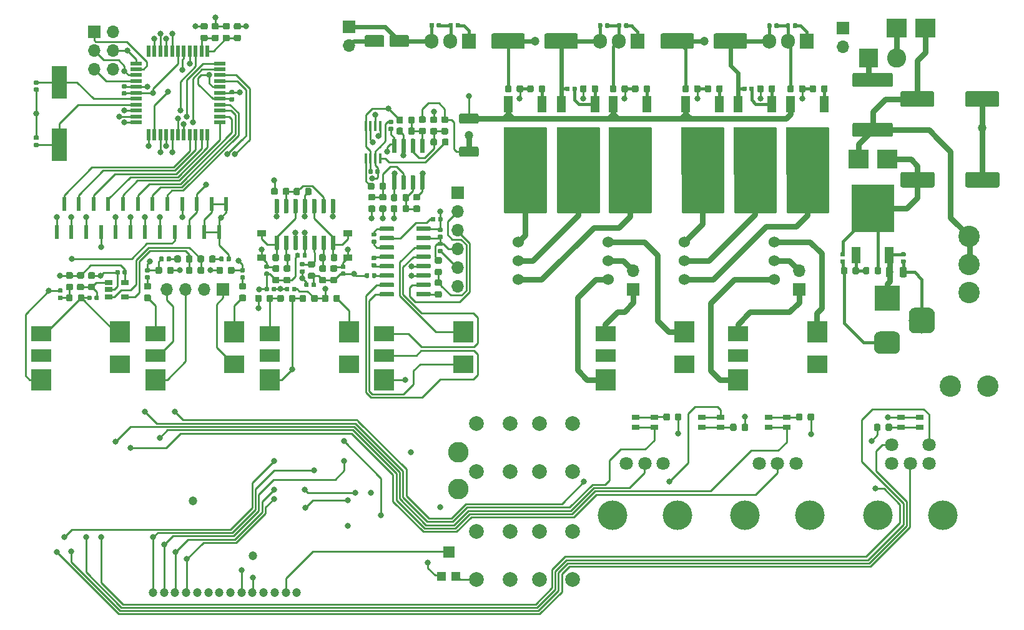
<source format=gtl>
G04 #@! TF.GenerationSoftware,KiCad,Pcbnew,(5.1.2)-1*
G04 #@! TF.CreationDate,2019-05-25T00:00:56-05:00*
G04 #@! TF.ProjectId,mk312,6d6b3331-322e-46b6-9963-61645f706362,rev?*
G04 #@! TF.SameCoordinates,Original*
G04 #@! TF.FileFunction,Copper,L1,Top*
G04 #@! TF.FilePolarity,Positive*
%FSLAX46Y46*%
G04 Gerber Fmt 4.6, Leading zero omitted, Abs format (unit mm)*
G04 Created by KiCad (PCBNEW (5.1.2)-1) date 2019-05-25 00:00:56*
%MOMM*%
%LPD*%
G04 APERTURE LIST*
%ADD10R,1.000000X0.800000*%
%ADD11C,1.524000*%
%ADD12C,1.800000*%
%ADD13C,4.000000*%
%ADD14C,2.800000*%
%ADD15C,1.200000*%
%ADD16C,2.000000*%
%ADD17R,1.060000X0.650000*%
%ADD18C,0.100000*%
%ADD19C,3.500000*%
%ADD20C,3.000000*%
%ADD21R,3.500000X3.500000*%
%ADD22C,0.600000*%
%ADD23R,5.800000X6.400000*%
%ADD24R,1.200000X2.200000*%
%ADD25O,1.905000X2.000000*%
%ADD26R,1.905000X2.000000*%
%ADD27C,2.900000*%
%ADD28C,1.925000*%
%ADD29R,0.600000X1.850000*%
%ADD30R,1.600000X1.500000*%
%ADD31R,1.200000X1.200000*%
%ADD32C,0.590000*%
%ADD33C,0.975000*%
%ADD34C,2.100000*%
%ADD35C,1.600000*%
%ADD36O,1.700000X1.700000*%
%ADD37R,1.700000X1.700000*%
%ADD38C,2.600000*%
%ADD39R,2.600000X2.600000*%
%ADD40R,2.000000X4.500000*%
%ADD41R,1.200000X0.900000*%
%ADD42R,0.550000X1.500000*%
%ADD43R,1.500000X0.550000*%
%ADD44R,0.450000X1.450000*%
%ADD45C,0.875000*%
%ADD46C,1.350000*%
%ADD47R,2.710000X2.500000*%
%ADD48R,2.700000X1.800000*%
%ADD49R,2.700000X2.400000*%
%ADD50R,2.700000X2.100000*%
%ADD51R,2.700000X2.900000*%
%ADD52C,0.800000*%
%ADD53C,0.800000*%
%ADD54C,0.250000*%
%ADD55C,0.400000*%
%ADD56C,0.600000*%
%ADD57C,0.254000*%
G04 APERTURE END LIST*
D10*
X170500000Y-80100000D03*
X168000000Y-80100000D03*
X168000000Y-78700000D03*
X170500000Y-78700000D03*
X161500000Y-80100000D03*
X159000000Y-80100000D03*
X159000000Y-78700000D03*
X161500000Y-78700000D03*
X179500000Y-80100000D03*
X177000000Y-80100000D03*
X177000000Y-78700000D03*
X179500000Y-78700000D03*
X195000000Y-78700000D03*
X197500000Y-78700000D03*
X197500000Y-80100000D03*
X195000000Y-80100000D03*
D11*
X143104000Y-60040000D03*
X143104000Y-57500000D03*
X143104000Y-54960000D03*
X155296000Y-54960000D03*
X155296000Y-57500000D03*
X155296000Y-60040000D03*
D12*
X193750000Y-82500000D03*
X198750000Y-82500000D03*
X198750000Y-85000000D03*
X196250000Y-85000000D03*
X193750000Y-85000000D03*
D13*
X200650000Y-92000000D03*
X191850000Y-92000000D03*
X173850000Y-92000000D03*
X182650000Y-92000000D03*
D12*
X175750000Y-85000000D03*
X178250000Y-85000000D03*
X180750000Y-85000000D03*
D13*
X155850000Y-92000000D03*
X164650000Y-92000000D03*
D12*
X157750000Y-85000000D03*
X160250000Y-85000000D03*
X162750000Y-85000000D03*
D14*
X134950000Y-88500000D03*
X134950000Y-83500000D03*
D15*
X93550000Y-102550000D03*
X95050000Y-102550000D03*
X96550000Y-102550000D03*
X98050000Y-102550000D03*
X99550000Y-102550000D03*
X101050000Y-102550000D03*
X102550000Y-102550000D03*
X104050000Y-102550000D03*
X105550000Y-102550000D03*
X107050000Y-102550000D03*
X108550000Y-102550000D03*
X110050000Y-102550000D03*
X111550000Y-102550000D03*
X113050000Y-102550000D03*
D16*
X137450000Y-79600000D03*
X137450000Y-86100000D03*
X141950000Y-79600000D03*
X141950000Y-86100000D03*
X150450000Y-86100000D03*
X150450000Y-79600000D03*
X145950000Y-86100000D03*
X145950000Y-79600000D03*
X137450000Y-94250000D03*
X137450000Y-100750000D03*
X141950000Y-94250000D03*
X141950000Y-100750000D03*
X150450000Y-100750000D03*
X150450000Y-94250000D03*
X145950000Y-100750000D03*
X145950000Y-94250000D03*
D17*
X89750000Y-60470000D03*
X89750000Y-62370000D03*
X87550000Y-62370000D03*
X87550000Y-61420000D03*
X87550000Y-60470000D03*
D18*
G36*
X198760765Y-63850213D02*
G01*
X198845704Y-63862813D01*
X198928999Y-63883677D01*
X199009848Y-63912605D01*
X199087472Y-63949319D01*
X199161124Y-63993464D01*
X199230094Y-64044616D01*
X199293718Y-64102282D01*
X199351384Y-64165906D01*
X199402536Y-64234876D01*
X199446681Y-64308528D01*
X199483395Y-64386152D01*
X199512323Y-64467001D01*
X199533187Y-64550296D01*
X199545787Y-64635235D01*
X199550000Y-64721000D01*
X199550000Y-66471000D01*
X199545787Y-66556765D01*
X199533187Y-66641704D01*
X199512323Y-66724999D01*
X199483395Y-66805848D01*
X199446681Y-66883472D01*
X199402536Y-66957124D01*
X199351384Y-67026094D01*
X199293718Y-67089718D01*
X199230094Y-67147384D01*
X199161124Y-67198536D01*
X199087472Y-67242681D01*
X199009848Y-67279395D01*
X198928999Y-67308323D01*
X198845704Y-67329187D01*
X198760765Y-67341787D01*
X198675000Y-67346000D01*
X196925000Y-67346000D01*
X196839235Y-67341787D01*
X196754296Y-67329187D01*
X196671001Y-67308323D01*
X196590152Y-67279395D01*
X196512528Y-67242681D01*
X196438876Y-67198536D01*
X196369906Y-67147384D01*
X196306282Y-67089718D01*
X196248616Y-67026094D01*
X196197464Y-66957124D01*
X196153319Y-66883472D01*
X196116605Y-66805848D01*
X196087677Y-66724999D01*
X196066813Y-66641704D01*
X196054213Y-66556765D01*
X196050000Y-66471000D01*
X196050000Y-64721000D01*
X196054213Y-64635235D01*
X196066813Y-64550296D01*
X196087677Y-64467001D01*
X196116605Y-64386152D01*
X196153319Y-64308528D01*
X196197464Y-64234876D01*
X196248616Y-64165906D01*
X196306282Y-64102282D01*
X196369906Y-64044616D01*
X196438876Y-63993464D01*
X196512528Y-63949319D01*
X196590152Y-63912605D01*
X196671001Y-63883677D01*
X196754296Y-63862813D01*
X196839235Y-63850213D01*
X196925000Y-63846000D01*
X198675000Y-63846000D01*
X198760765Y-63850213D01*
X198760765Y-63850213D01*
G37*
D19*
X197800000Y-65596000D03*
D18*
G36*
X194173513Y-67099611D02*
G01*
X194246318Y-67110411D01*
X194317714Y-67128295D01*
X194387013Y-67153090D01*
X194453548Y-67184559D01*
X194516678Y-67222398D01*
X194575795Y-67266242D01*
X194630330Y-67315670D01*
X194679758Y-67370205D01*
X194723602Y-67429322D01*
X194761441Y-67492452D01*
X194792910Y-67558987D01*
X194817705Y-67628286D01*
X194835589Y-67699682D01*
X194846389Y-67772487D01*
X194850000Y-67846000D01*
X194850000Y-69346000D01*
X194846389Y-69419513D01*
X194835589Y-69492318D01*
X194817705Y-69563714D01*
X194792910Y-69633013D01*
X194761441Y-69699548D01*
X194723602Y-69762678D01*
X194679758Y-69821795D01*
X194630330Y-69876330D01*
X194575795Y-69925758D01*
X194516678Y-69969602D01*
X194453548Y-70007441D01*
X194387013Y-70038910D01*
X194317714Y-70063705D01*
X194246318Y-70081589D01*
X194173513Y-70092389D01*
X194100000Y-70096000D01*
X192100000Y-70096000D01*
X192026487Y-70092389D01*
X191953682Y-70081589D01*
X191882286Y-70063705D01*
X191812987Y-70038910D01*
X191746452Y-70007441D01*
X191683322Y-69969602D01*
X191624205Y-69925758D01*
X191569670Y-69876330D01*
X191520242Y-69821795D01*
X191476398Y-69762678D01*
X191438559Y-69699548D01*
X191407090Y-69633013D01*
X191382295Y-69563714D01*
X191364411Y-69492318D01*
X191353611Y-69419513D01*
X191350000Y-69346000D01*
X191350000Y-67846000D01*
X191353611Y-67772487D01*
X191364411Y-67699682D01*
X191382295Y-67628286D01*
X191407090Y-67558987D01*
X191438559Y-67492452D01*
X191476398Y-67429322D01*
X191520242Y-67370205D01*
X191569670Y-67315670D01*
X191624205Y-67266242D01*
X191683322Y-67222398D01*
X191746452Y-67184559D01*
X191812987Y-67153090D01*
X191882286Y-67128295D01*
X191953682Y-67110411D01*
X192026487Y-67099611D01*
X192100000Y-67096000D01*
X194100000Y-67096000D01*
X194173513Y-67099611D01*
X194173513Y-67099611D01*
G37*
D20*
X193100000Y-68596000D03*
D21*
X193100000Y-62596000D03*
D18*
G36*
X131059703Y-52845722D02*
G01*
X131074264Y-52847882D01*
X131088543Y-52851459D01*
X131102403Y-52856418D01*
X131115710Y-52862712D01*
X131128336Y-52870280D01*
X131140159Y-52879048D01*
X131151066Y-52888934D01*
X131160952Y-52899841D01*
X131169720Y-52911664D01*
X131177288Y-52924290D01*
X131183582Y-52937597D01*
X131188541Y-52951457D01*
X131192118Y-52965736D01*
X131194278Y-52980297D01*
X131195000Y-52995000D01*
X131195000Y-53295000D01*
X131194278Y-53309703D01*
X131192118Y-53324264D01*
X131188541Y-53338543D01*
X131183582Y-53352403D01*
X131177288Y-53365710D01*
X131169720Y-53378336D01*
X131160952Y-53390159D01*
X131151066Y-53401066D01*
X131140159Y-53410952D01*
X131128336Y-53419720D01*
X131115710Y-53427288D01*
X131102403Y-53433582D01*
X131088543Y-53438541D01*
X131074264Y-53442118D01*
X131059703Y-53444278D01*
X131045000Y-53445000D01*
X129395000Y-53445000D01*
X129380297Y-53444278D01*
X129365736Y-53442118D01*
X129351457Y-53438541D01*
X129337597Y-53433582D01*
X129324290Y-53427288D01*
X129311664Y-53419720D01*
X129299841Y-53410952D01*
X129288934Y-53401066D01*
X129279048Y-53390159D01*
X129270280Y-53378336D01*
X129262712Y-53365710D01*
X129256418Y-53352403D01*
X129251459Y-53338543D01*
X129247882Y-53324264D01*
X129245722Y-53309703D01*
X129245000Y-53295000D01*
X129245000Y-52995000D01*
X129245722Y-52980297D01*
X129247882Y-52965736D01*
X129251459Y-52951457D01*
X129256418Y-52937597D01*
X129262712Y-52924290D01*
X129270280Y-52911664D01*
X129279048Y-52899841D01*
X129288934Y-52888934D01*
X129299841Y-52879048D01*
X129311664Y-52870280D01*
X129324290Y-52862712D01*
X129337597Y-52856418D01*
X129351457Y-52851459D01*
X129365736Y-52847882D01*
X129380297Y-52845722D01*
X129395000Y-52845000D01*
X131045000Y-52845000D01*
X131059703Y-52845722D01*
X131059703Y-52845722D01*
G37*
D22*
X130220000Y-53145000D03*
D18*
G36*
X131059703Y-54115722D02*
G01*
X131074264Y-54117882D01*
X131088543Y-54121459D01*
X131102403Y-54126418D01*
X131115710Y-54132712D01*
X131128336Y-54140280D01*
X131140159Y-54149048D01*
X131151066Y-54158934D01*
X131160952Y-54169841D01*
X131169720Y-54181664D01*
X131177288Y-54194290D01*
X131183582Y-54207597D01*
X131188541Y-54221457D01*
X131192118Y-54235736D01*
X131194278Y-54250297D01*
X131195000Y-54265000D01*
X131195000Y-54565000D01*
X131194278Y-54579703D01*
X131192118Y-54594264D01*
X131188541Y-54608543D01*
X131183582Y-54622403D01*
X131177288Y-54635710D01*
X131169720Y-54648336D01*
X131160952Y-54660159D01*
X131151066Y-54671066D01*
X131140159Y-54680952D01*
X131128336Y-54689720D01*
X131115710Y-54697288D01*
X131102403Y-54703582D01*
X131088543Y-54708541D01*
X131074264Y-54712118D01*
X131059703Y-54714278D01*
X131045000Y-54715000D01*
X129395000Y-54715000D01*
X129380297Y-54714278D01*
X129365736Y-54712118D01*
X129351457Y-54708541D01*
X129337597Y-54703582D01*
X129324290Y-54697288D01*
X129311664Y-54689720D01*
X129299841Y-54680952D01*
X129288934Y-54671066D01*
X129279048Y-54660159D01*
X129270280Y-54648336D01*
X129262712Y-54635710D01*
X129256418Y-54622403D01*
X129251459Y-54608543D01*
X129247882Y-54594264D01*
X129245722Y-54579703D01*
X129245000Y-54565000D01*
X129245000Y-54265000D01*
X129245722Y-54250297D01*
X129247882Y-54235736D01*
X129251459Y-54221457D01*
X129256418Y-54207597D01*
X129262712Y-54194290D01*
X129270280Y-54181664D01*
X129279048Y-54169841D01*
X129288934Y-54158934D01*
X129299841Y-54149048D01*
X129311664Y-54140280D01*
X129324290Y-54132712D01*
X129337597Y-54126418D01*
X129351457Y-54121459D01*
X129365736Y-54117882D01*
X129380297Y-54115722D01*
X129395000Y-54115000D01*
X131045000Y-54115000D01*
X131059703Y-54115722D01*
X131059703Y-54115722D01*
G37*
D22*
X130220000Y-54415000D03*
D18*
G36*
X131059703Y-55385722D02*
G01*
X131074264Y-55387882D01*
X131088543Y-55391459D01*
X131102403Y-55396418D01*
X131115710Y-55402712D01*
X131128336Y-55410280D01*
X131140159Y-55419048D01*
X131151066Y-55428934D01*
X131160952Y-55439841D01*
X131169720Y-55451664D01*
X131177288Y-55464290D01*
X131183582Y-55477597D01*
X131188541Y-55491457D01*
X131192118Y-55505736D01*
X131194278Y-55520297D01*
X131195000Y-55535000D01*
X131195000Y-55835000D01*
X131194278Y-55849703D01*
X131192118Y-55864264D01*
X131188541Y-55878543D01*
X131183582Y-55892403D01*
X131177288Y-55905710D01*
X131169720Y-55918336D01*
X131160952Y-55930159D01*
X131151066Y-55941066D01*
X131140159Y-55950952D01*
X131128336Y-55959720D01*
X131115710Y-55967288D01*
X131102403Y-55973582D01*
X131088543Y-55978541D01*
X131074264Y-55982118D01*
X131059703Y-55984278D01*
X131045000Y-55985000D01*
X129395000Y-55985000D01*
X129380297Y-55984278D01*
X129365736Y-55982118D01*
X129351457Y-55978541D01*
X129337597Y-55973582D01*
X129324290Y-55967288D01*
X129311664Y-55959720D01*
X129299841Y-55950952D01*
X129288934Y-55941066D01*
X129279048Y-55930159D01*
X129270280Y-55918336D01*
X129262712Y-55905710D01*
X129256418Y-55892403D01*
X129251459Y-55878543D01*
X129247882Y-55864264D01*
X129245722Y-55849703D01*
X129245000Y-55835000D01*
X129245000Y-55535000D01*
X129245722Y-55520297D01*
X129247882Y-55505736D01*
X129251459Y-55491457D01*
X129256418Y-55477597D01*
X129262712Y-55464290D01*
X129270280Y-55451664D01*
X129279048Y-55439841D01*
X129288934Y-55428934D01*
X129299841Y-55419048D01*
X129311664Y-55410280D01*
X129324290Y-55402712D01*
X129337597Y-55396418D01*
X129351457Y-55391459D01*
X129365736Y-55387882D01*
X129380297Y-55385722D01*
X129395000Y-55385000D01*
X131045000Y-55385000D01*
X131059703Y-55385722D01*
X131059703Y-55385722D01*
G37*
D22*
X130220000Y-55685000D03*
D18*
G36*
X131059703Y-56655722D02*
G01*
X131074264Y-56657882D01*
X131088543Y-56661459D01*
X131102403Y-56666418D01*
X131115710Y-56672712D01*
X131128336Y-56680280D01*
X131140159Y-56689048D01*
X131151066Y-56698934D01*
X131160952Y-56709841D01*
X131169720Y-56721664D01*
X131177288Y-56734290D01*
X131183582Y-56747597D01*
X131188541Y-56761457D01*
X131192118Y-56775736D01*
X131194278Y-56790297D01*
X131195000Y-56805000D01*
X131195000Y-57105000D01*
X131194278Y-57119703D01*
X131192118Y-57134264D01*
X131188541Y-57148543D01*
X131183582Y-57162403D01*
X131177288Y-57175710D01*
X131169720Y-57188336D01*
X131160952Y-57200159D01*
X131151066Y-57211066D01*
X131140159Y-57220952D01*
X131128336Y-57229720D01*
X131115710Y-57237288D01*
X131102403Y-57243582D01*
X131088543Y-57248541D01*
X131074264Y-57252118D01*
X131059703Y-57254278D01*
X131045000Y-57255000D01*
X129395000Y-57255000D01*
X129380297Y-57254278D01*
X129365736Y-57252118D01*
X129351457Y-57248541D01*
X129337597Y-57243582D01*
X129324290Y-57237288D01*
X129311664Y-57229720D01*
X129299841Y-57220952D01*
X129288934Y-57211066D01*
X129279048Y-57200159D01*
X129270280Y-57188336D01*
X129262712Y-57175710D01*
X129256418Y-57162403D01*
X129251459Y-57148543D01*
X129247882Y-57134264D01*
X129245722Y-57119703D01*
X129245000Y-57105000D01*
X129245000Y-56805000D01*
X129245722Y-56790297D01*
X129247882Y-56775736D01*
X129251459Y-56761457D01*
X129256418Y-56747597D01*
X129262712Y-56734290D01*
X129270280Y-56721664D01*
X129279048Y-56709841D01*
X129288934Y-56698934D01*
X129299841Y-56689048D01*
X129311664Y-56680280D01*
X129324290Y-56672712D01*
X129337597Y-56666418D01*
X129351457Y-56661459D01*
X129365736Y-56657882D01*
X129380297Y-56655722D01*
X129395000Y-56655000D01*
X131045000Y-56655000D01*
X131059703Y-56655722D01*
X131059703Y-56655722D01*
G37*
D22*
X130220000Y-56955000D03*
D18*
G36*
X131059703Y-57925722D02*
G01*
X131074264Y-57927882D01*
X131088543Y-57931459D01*
X131102403Y-57936418D01*
X131115710Y-57942712D01*
X131128336Y-57950280D01*
X131140159Y-57959048D01*
X131151066Y-57968934D01*
X131160952Y-57979841D01*
X131169720Y-57991664D01*
X131177288Y-58004290D01*
X131183582Y-58017597D01*
X131188541Y-58031457D01*
X131192118Y-58045736D01*
X131194278Y-58060297D01*
X131195000Y-58075000D01*
X131195000Y-58375000D01*
X131194278Y-58389703D01*
X131192118Y-58404264D01*
X131188541Y-58418543D01*
X131183582Y-58432403D01*
X131177288Y-58445710D01*
X131169720Y-58458336D01*
X131160952Y-58470159D01*
X131151066Y-58481066D01*
X131140159Y-58490952D01*
X131128336Y-58499720D01*
X131115710Y-58507288D01*
X131102403Y-58513582D01*
X131088543Y-58518541D01*
X131074264Y-58522118D01*
X131059703Y-58524278D01*
X131045000Y-58525000D01*
X129395000Y-58525000D01*
X129380297Y-58524278D01*
X129365736Y-58522118D01*
X129351457Y-58518541D01*
X129337597Y-58513582D01*
X129324290Y-58507288D01*
X129311664Y-58499720D01*
X129299841Y-58490952D01*
X129288934Y-58481066D01*
X129279048Y-58470159D01*
X129270280Y-58458336D01*
X129262712Y-58445710D01*
X129256418Y-58432403D01*
X129251459Y-58418543D01*
X129247882Y-58404264D01*
X129245722Y-58389703D01*
X129245000Y-58375000D01*
X129245000Y-58075000D01*
X129245722Y-58060297D01*
X129247882Y-58045736D01*
X129251459Y-58031457D01*
X129256418Y-58017597D01*
X129262712Y-58004290D01*
X129270280Y-57991664D01*
X129279048Y-57979841D01*
X129288934Y-57968934D01*
X129299841Y-57959048D01*
X129311664Y-57950280D01*
X129324290Y-57942712D01*
X129337597Y-57936418D01*
X129351457Y-57931459D01*
X129365736Y-57927882D01*
X129380297Y-57925722D01*
X129395000Y-57925000D01*
X131045000Y-57925000D01*
X131059703Y-57925722D01*
X131059703Y-57925722D01*
G37*
D22*
X130220000Y-58225000D03*
D18*
G36*
X131059703Y-59195722D02*
G01*
X131074264Y-59197882D01*
X131088543Y-59201459D01*
X131102403Y-59206418D01*
X131115710Y-59212712D01*
X131128336Y-59220280D01*
X131140159Y-59229048D01*
X131151066Y-59238934D01*
X131160952Y-59249841D01*
X131169720Y-59261664D01*
X131177288Y-59274290D01*
X131183582Y-59287597D01*
X131188541Y-59301457D01*
X131192118Y-59315736D01*
X131194278Y-59330297D01*
X131195000Y-59345000D01*
X131195000Y-59645000D01*
X131194278Y-59659703D01*
X131192118Y-59674264D01*
X131188541Y-59688543D01*
X131183582Y-59702403D01*
X131177288Y-59715710D01*
X131169720Y-59728336D01*
X131160952Y-59740159D01*
X131151066Y-59751066D01*
X131140159Y-59760952D01*
X131128336Y-59769720D01*
X131115710Y-59777288D01*
X131102403Y-59783582D01*
X131088543Y-59788541D01*
X131074264Y-59792118D01*
X131059703Y-59794278D01*
X131045000Y-59795000D01*
X129395000Y-59795000D01*
X129380297Y-59794278D01*
X129365736Y-59792118D01*
X129351457Y-59788541D01*
X129337597Y-59783582D01*
X129324290Y-59777288D01*
X129311664Y-59769720D01*
X129299841Y-59760952D01*
X129288934Y-59751066D01*
X129279048Y-59740159D01*
X129270280Y-59728336D01*
X129262712Y-59715710D01*
X129256418Y-59702403D01*
X129251459Y-59688543D01*
X129247882Y-59674264D01*
X129245722Y-59659703D01*
X129245000Y-59645000D01*
X129245000Y-59345000D01*
X129245722Y-59330297D01*
X129247882Y-59315736D01*
X129251459Y-59301457D01*
X129256418Y-59287597D01*
X129262712Y-59274290D01*
X129270280Y-59261664D01*
X129279048Y-59249841D01*
X129288934Y-59238934D01*
X129299841Y-59229048D01*
X129311664Y-59220280D01*
X129324290Y-59212712D01*
X129337597Y-59206418D01*
X129351457Y-59201459D01*
X129365736Y-59197882D01*
X129380297Y-59195722D01*
X129395000Y-59195000D01*
X131045000Y-59195000D01*
X131059703Y-59195722D01*
X131059703Y-59195722D01*
G37*
D22*
X130220000Y-59495000D03*
D18*
G36*
X131059703Y-60465722D02*
G01*
X131074264Y-60467882D01*
X131088543Y-60471459D01*
X131102403Y-60476418D01*
X131115710Y-60482712D01*
X131128336Y-60490280D01*
X131140159Y-60499048D01*
X131151066Y-60508934D01*
X131160952Y-60519841D01*
X131169720Y-60531664D01*
X131177288Y-60544290D01*
X131183582Y-60557597D01*
X131188541Y-60571457D01*
X131192118Y-60585736D01*
X131194278Y-60600297D01*
X131195000Y-60615000D01*
X131195000Y-60915000D01*
X131194278Y-60929703D01*
X131192118Y-60944264D01*
X131188541Y-60958543D01*
X131183582Y-60972403D01*
X131177288Y-60985710D01*
X131169720Y-60998336D01*
X131160952Y-61010159D01*
X131151066Y-61021066D01*
X131140159Y-61030952D01*
X131128336Y-61039720D01*
X131115710Y-61047288D01*
X131102403Y-61053582D01*
X131088543Y-61058541D01*
X131074264Y-61062118D01*
X131059703Y-61064278D01*
X131045000Y-61065000D01*
X129395000Y-61065000D01*
X129380297Y-61064278D01*
X129365736Y-61062118D01*
X129351457Y-61058541D01*
X129337597Y-61053582D01*
X129324290Y-61047288D01*
X129311664Y-61039720D01*
X129299841Y-61030952D01*
X129288934Y-61021066D01*
X129279048Y-61010159D01*
X129270280Y-60998336D01*
X129262712Y-60985710D01*
X129256418Y-60972403D01*
X129251459Y-60958543D01*
X129247882Y-60944264D01*
X129245722Y-60929703D01*
X129245000Y-60915000D01*
X129245000Y-60615000D01*
X129245722Y-60600297D01*
X129247882Y-60585736D01*
X129251459Y-60571457D01*
X129256418Y-60557597D01*
X129262712Y-60544290D01*
X129270280Y-60531664D01*
X129279048Y-60519841D01*
X129288934Y-60508934D01*
X129299841Y-60499048D01*
X129311664Y-60490280D01*
X129324290Y-60482712D01*
X129337597Y-60476418D01*
X129351457Y-60471459D01*
X129365736Y-60467882D01*
X129380297Y-60465722D01*
X129395000Y-60465000D01*
X131045000Y-60465000D01*
X131059703Y-60465722D01*
X131059703Y-60465722D01*
G37*
D22*
X130220000Y-60765000D03*
D18*
G36*
X131059703Y-61735722D02*
G01*
X131074264Y-61737882D01*
X131088543Y-61741459D01*
X131102403Y-61746418D01*
X131115710Y-61752712D01*
X131128336Y-61760280D01*
X131140159Y-61769048D01*
X131151066Y-61778934D01*
X131160952Y-61789841D01*
X131169720Y-61801664D01*
X131177288Y-61814290D01*
X131183582Y-61827597D01*
X131188541Y-61841457D01*
X131192118Y-61855736D01*
X131194278Y-61870297D01*
X131195000Y-61885000D01*
X131195000Y-62185000D01*
X131194278Y-62199703D01*
X131192118Y-62214264D01*
X131188541Y-62228543D01*
X131183582Y-62242403D01*
X131177288Y-62255710D01*
X131169720Y-62268336D01*
X131160952Y-62280159D01*
X131151066Y-62291066D01*
X131140159Y-62300952D01*
X131128336Y-62309720D01*
X131115710Y-62317288D01*
X131102403Y-62323582D01*
X131088543Y-62328541D01*
X131074264Y-62332118D01*
X131059703Y-62334278D01*
X131045000Y-62335000D01*
X129395000Y-62335000D01*
X129380297Y-62334278D01*
X129365736Y-62332118D01*
X129351457Y-62328541D01*
X129337597Y-62323582D01*
X129324290Y-62317288D01*
X129311664Y-62309720D01*
X129299841Y-62300952D01*
X129288934Y-62291066D01*
X129279048Y-62280159D01*
X129270280Y-62268336D01*
X129262712Y-62255710D01*
X129256418Y-62242403D01*
X129251459Y-62228543D01*
X129247882Y-62214264D01*
X129245722Y-62199703D01*
X129245000Y-62185000D01*
X129245000Y-61885000D01*
X129245722Y-61870297D01*
X129247882Y-61855736D01*
X129251459Y-61841457D01*
X129256418Y-61827597D01*
X129262712Y-61814290D01*
X129270280Y-61801664D01*
X129279048Y-61789841D01*
X129288934Y-61778934D01*
X129299841Y-61769048D01*
X129311664Y-61760280D01*
X129324290Y-61752712D01*
X129337597Y-61746418D01*
X129351457Y-61741459D01*
X129365736Y-61737882D01*
X129380297Y-61735722D01*
X129395000Y-61735000D01*
X131045000Y-61735000D01*
X131059703Y-61735722D01*
X131059703Y-61735722D01*
G37*
D22*
X130220000Y-62035000D03*
D18*
G36*
X126109703Y-61735722D02*
G01*
X126124264Y-61737882D01*
X126138543Y-61741459D01*
X126152403Y-61746418D01*
X126165710Y-61752712D01*
X126178336Y-61760280D01*
X126190159Y-61769048D01*
X126201066Y-61778934D01*
X126210952Y-61789841D01*
X126219720Y-61801664D01*
X126227288Y-61814290D01*
X126233582Y-61827597D01*
X126238541Y-61841457D01*
X126242118Y-61855736D01*
X126244278Y-61870297D01*
X126245000Y-61885000D01*
X126245000Y-62185000D01*
X126244278Y-62199703D01*
X126242118Y-62214264D01*
X126238541Y-62228543D01*
X126233582Y-62242403D01*
X126227288Y-62255710D01*
X126219720Y-62268336D01*
X126210952Y-62280159D01*
X126201066Y-62291066D01*
X126190159Y-62300952D01*
X126178336Y-62309720D01*
X126165710Y-62317288D01*
X126152403Y-62323582D01*
X126138543Y-62328541D01*
X126124264Y-62332118D01*
X126109703Y-62334278D01*
X126095000Y-62335000D01*
X124445000Y-62335000D01*
X124430297Y-62334278D01*
X124415736Y-62332118D01*
X124401457Y-62328541D01*
X124387597Y-62323582D01*
X124374290Y-62317288D01*
X124361664Y-62309720D01*
X124349841Y-62300952D01*
X124338934Y-62291066D01*
X124329048Y-62280159D01*
X124320280Y-62268336D01*
X124312712Y-62255710D01*
X124306418Y-62242403D01*
X124301459Y-62228543D01*
X124297882Y-62214264D01*
X124295722Y-62199703D01*
X124295000Y-62185000D01*
X124295000Y-61885000D01*
X124295722Y-61870297D01*
X124297882Y-61855736D01*
X124301459Y-61841457D01*
X124306418Y-61827597D01*
X124312712Y-61814290D01*
X124320280Y-61801664D01*
X124329048Y-61789841D01*
X124338934Y-61778934D01*
X124349841Y-61769048D01*
X124361664Y-61760280D01*
X124374290Y-61752712D01*
X124387597Y-61746418D01*
X124401457Y-61741459D01*
X124415736Y-61737882D01*
X124430297Y-61735722D01*
X124445000Y-61735000D01*
X126095000Y-61735000D01*
X126109703Y-61735722D01*
X126109703Y-61735722D01*
G37*
D22*
X125270000Y-62035000D03*
D18*
G36*
X126109703Y-60465722D02*
G01*
X126124264Y-60467882D01*
X126138543Y-60471459D01*
X126152403Y-60476418D01*
X126165710Y-60482712D01*
X126178336Y-60490280D01*
X126190159Y-60499048D01*
X126201066Y-60508934D01*
X126210952Y-60519841D01*
X126219720Y-60531664D01*
X126227288Y-60544290D01*
X126233582Y-60557597D01*
X126238541Y-60571457D01*
X126242118Y-60585736D01*
X126244278Y-60600297D01*
X126245000Y-60615000D01*
X126245000Y-60915000D01*
X126244278Y-60929703D01*
X126242118Y-60944264D01*
X126238541Y-60958543D01*
X126233582Y-60972403D01*
X126227288Y-60985710D01*
X126219720Y-60998336D01*
X126210952Y-61010159D01*
X126201066Y-61021066D01*
X126190159Y-61030952D01*
X126178336Y-61039720D01*
X126165710Y-61047288D01*
X126152403Y-61053582D01*
X126138543Y-61058541D01*
X126124264Y-61062118D01*
X126109703Y-61064278D01*
X126095000Y-61065000D01*
X124445000Y-61065000D01*
X124430297Y-61064278D01*
X124415736Y-61062118D01*
X124401457Y-61058541D01*
X124387597Y-61053582D01*
X124374290Y-61047288D01*
X124361664Y-61039720D01*
X124349841Y-61030952D01*
X124338934Y-61021066D01*
X124329048Y-61010159D01*
X124320280Y-60998336D01*
X124312712Y-60985710D01*
X124306418Y-60972403D01*
X124301459Y-60958543D01*
X124297882Y-60944264D01*
X124295722Y-60929703D01*
X124295000Y-60915000D01*
X124295000Y-60615000D01*
X124295722Y-60600297D01*
X124297882Y-60585736D01*
X124301459Y-60571457D01*
X124306418Y-60557597D01*
X124312712Y-60544290D01*
X124320280Y-60531664D01*
X124329048Y-60519841D01*
X124338934Y-60508934D01*
X124349841Y-60499048D01*
X124361664Y-60490280D01*
X124374290Y-60482712D01*
X124387597Y-60476418D01*
X124401457Y-60471459D01*
X124415736Y-60467882D01*
X124430297Y-60465722D01*
X124445000Y-60465000D01*
X126095000Y-60465000D01*
X126109703Y-60465722D01*
X126109703Y-60465722D01*
G37*
D22*
X125270000Y-60765000D03*
D18*
G36*
X126109703Y-59195722D02*
G01*
X126124264Y-59197882D01*
X126138543Y-59201459D01*
X126152403Y-59206418D01*
X126165710Y-59212712D01*
X126178336Y-59220280D01*
X126190159Y-59229048D01*
X126201066Y-59238934D01*
X126210952Y-59249841D01*
X126219720Y-59261664D01*
X126227288Y-59274290D01*
X126233582Y-59287597D01*
X126238541Y-59301457D01*
X126242118Y-59315736D01*
X126244278Y-59330297D01*
X126245000Y-59345000D01*
X126245000Y-59645000D01*
X126244278Y-59659703D01*
X126242118Y-59674264D01*
X126238541Y-59688543D01*
X126233582Y-59702403D01*
X126227288Y-59715710D01*
X126219720Y-59728336D01*
X126210952Y-59740159D01*
X126201066Y-59751066D01*
X126190159Y-59760952D01*
X126178336Y-59769720D01*
X126165710Y-59777288D01*
X126152403Y-59783582D01*
X126138543Y-59788541D01*
X126124264Y-59792118D01*
X126109703Y-59794278D01*
X126095000Y-59795000D01*
X124445000Y-59795000D01*
X124430297Y-59794278D01*
X124415736Y-59792118D01*
X124401457Y-59788541D01*
X124387597Y-59783582D01*
X124374290Y-59777288D01*
X124361664Y-59769720D01*
X124349841Y-59760952D01*
X124338934Y-59751066D01*
X124329048Y-59740159D01*
X124320280Y-59728336D01*
X124312712Y-59715710D01*
X124306418Y-59702403D01*
X124301459Y-59688543D01*
X124297882Y-59674264D01*
X124295722Y-59659703D01*
X124295000Y-59645000D01*
X124295000Y-59345000D01*
X124295722Y-59330297D01*
X124297882Y-59315736D01*
X124301459Y-59301457D01*
X124306418Y-59287597D01*
X124312712Y-59274290D01*
X124320280Y-59261664D01*
X124329048Y-59249841D01*
X124338934Y-59238934D01*
X124349841Y-59229048D01*
X124361664Y-59220280D01*
X124374290Y-59212712D01*
X124387597Y-59206418D01*
X124401457Y-59201459D01*
X124415736Y-59197882D01*
X124430297Y-59195722D01*
X124445000Y-59195000D01*
X126095000Y-59195000D01*
X126109703Y-59195722D01*
X126109703Y-59195722D01*
G37*
D22*
X125270000Y-59495000D03*
D18*
G36*
X126109703Y-57925722D02*
G01*
X126124264Y-57927882D01*
X126138543Y-57931459D01*
X126152403Y-57936418D01*
X126165710Y-57942712D01*
X126178336Y-57950280D01*
X126190159Y-57959048D01*
X126201066Y-57968934D01*
X126210952Y-57979841D01*
X126219720Y-57991664D01*
X126227288Y-58004290D01*
X126233582Y-58017597D01*
X126238541Y-58031457D01*
X126242118Y-58045736D01*
X126244278Y-58060297D01*
X126245000Y-58075000D01*
X126245000Y-58375000D01*
X126244278Y-58389703D01*
X126242118Y-58404264D01*
X126238541Y-58418543D01*
X126233582Y-58432403D01*
X126227288Y-58445710D01*
X126219720Y-58458336D01*
X126210952Y-58470159D01*
X126201066Y-58481066D01*
X126190159Y-58490952D01*
X126178336Y-58499720D01*
X126165710Y-58507288D01*
X126152403Y-58513582D01*
X126138543Y-58518541D01*
X126124264Y-58522118D01*
X126109703Y-58524278D01*
X126095000Y-58525000D01*
X124445000Y-58525000D01*
X124430297Y-58524278D01*
X124415736Y-58522118D01*
X124401457Y-58518541D01*
X124387597Y-58513582D01*
X124374290Y-58507288D01*
X124361664Y-58499720D01*
X124349841Y-58490952D01*
X124338934Y-58481066D01*
X124329048Y-58470159D01*
X124320280Y-58458336D01*
X124312712Y-58445710D01*
X124306418Y-58432403D01*
X124301459Y-58418543D01*
X124297882Y-58404264D01*
X124295722Y-58389703D01*
X124295000Y-58375000D01*
X124295000Y-58075000D01*
X124295722Y-58060297D01*
X124297882Y-58045736D01*
X124301459Y-58031457D01*
X124306418Y-58017597D01*
X124312712Y-58004290D01*
X124320280Y-57991664D01*
X124329048Y-57979841D01*
X124338934Y-57968934D01*
X124349841Y-57959048D01*
X124361664Y-57950280D01*
X124374290Y-57942712D01*
X124387597Y-57936418D01*
X124401457Y-57931459D01*
X124415736Y-57927882D01*
X124430297Y-57925722D01*
X124445000Y-57925000D01*
X126095000Y-57925000D01*
X126109703Y-57925722D01*
X126109703Y-57925722D01*
G37*
D22*
X125270000Y-58225000D03*
D18*
G36*
X126109703Y-56655722D02*
G01*
X126124264Y-56657882D01*
X126138543Y-56661459D01*
X126152403Y-56666418D01*
X126165710Y-56672712D01*
X126178336Y-56680280D01*
X126190159Y-56689048D01*
X126201066Y-56698934D01*
X126210952Y-56709841D01*
X126219720Y-56721664D01*
X126227288Y-56734290D01*
X126233582Y-56747597D01*
X126238541Y-56761457D01*
X126242118Y-56775736D01*
X126244278Y-56790297D01*
X126245000Y-56805000D01*
X126245000Y-57105000D01*
X126244278Y-57119703D01*
X126242118Y-57134264D01*
X126238541Y-57148543D01*
X126233582Y-57162403D01*
X126227288Y-57175710D01*
X126219720Y-57188336D01*
X126210952Y-57200159D01*
X126201066Y-57211066D01*
X126190159Y-57220952D01*
X126178336Y-57229720D01*
X126165710Y-57237288D01*
X126152403Y-57243582D01*
X126138543Y-57248541D01*
X126124264Y-57252118D01*
X126109703Y-57254278D01*
X126095000Y-57255000D01*
X124445000Y-57255000D01*
X124430297Y-57254278D01*
X124415736Y-57252118D01*
X124401457Y-57248541D01*
X124387597Y-57243582D01*
X124374290Y-57237288D01*
X124361664Y-57229720D01*
X124349841Y-57220952D01*
X124338934Y-57211066D01*
X124329048Y-57200159D01*
X124320280Y-57188336D01*
X124312712Y-57175710D01*
X124306418Y-57162403D01*
X124301459Y-57148543D01*
X124297882Y-57134264D01*
X124295722Y-57119703D01*
X124295000Y-57105000D01*
X124295000Y-56805000D01*
X124295722Y-56790297D01*
X124297882Y-56775736D01*
X124301459Y-56761457D01*
X124306418Y-56747597D01*
X124312712Y-56734290D01*
X124320280Y-56721664D01*
X124329048Y-56709841D01*
X124338934Y-56698934D01*
X124349841Y-56689048D01*
X124361664Y-56680280D01*
X124374290Y-56672712D01*
X124387597Y-56666418D01*
X124401457Y-56661459D01*
X124415736Y-56657882D01*
X124430297Y-56655722D01*
X124445000Y-56655000D01*
X126095000Y-56655000D01*
X126109703Y-56655722D01*
X126109703Y-56655722D01*
G37*
D22*
X125270000Y-56955000D03*
D18*
G36*
X126109703Y-55385722D02*
G01*
X126124264Y-55387882D01*
X126138543Y-55391459D01*
X126152403Y-55396418D01*
X126165710Y-55402712D01*
X126178336Y-55410280D01*
X126190159Y-55419048D01*
X126201066Y-55428934D01*
X126210952Y-55439841D01*
X126219720Y-55451664D01*
X126227288Y-55464290D01*
X126233582Y-55477597D01*
X126238541Y-55491457D01*
X126242118Y-55505736D01*
X126244278Y-55520297D01*
X126245000Y-55535000D01*
X126245000Y-55835000D01*
X126244278Y-55849703D01*
X126242118Y-55864264D01*
X126238541Y-55878543D01*
X126233582Y-55892403D01*
X126227288Y-55905710D01*
X126219720Y-55918336D01*
X126210952Y-55930159D01*
X126201066Y-55941066D01*
X126190159Y-55950952D01*
X126178336Y-55959720D01*
X126165710Y-55967288D01*
X126152403Y-55973582D01*
X126138543Y-55978541D01*
X126124264Y-55982118D01*
X126109703Y-55984278D01*
X126095000Y-55985000D01*
X124445000Y-55985000D01*
X124430297Y-55984278D01*
X124415736Y-55982118D01*
X124401457Y-55978541D01*
X124387597Y-55973582D01*
X124374290Y-55967288D01*
X124361664Y-55959720D01*
X124349841Y-55950952D01*
X124338934Y-55941066D01*
X124329048Y-55930159D01*
X124320280Y-55918336D01*
X124312712Y-55905710D01*
X124306418Y-55892403D01*
X124301459Y-55878543D01*
X124297882Y-55864264D01*
X124295722Y-55849703D01*
X124295000Y-55835000D01*
X124295000Y-55535000D01*
X124295722Y-55520297D01*
X124297882Y-55505736D01*
X124301459Y-55491457D01*
X124306418Y-55477597D01*
X124312712Y-55464290D01*
X124320280Y-55451664D01*
X124329048Y-55439841D01*
X124338934Y-55428934D01*
X124349841Y-55419048D01*
X124361664Y-55410280D01*
X124374290Y-55402712D01*
X124387597Y-55396418D01*
X124401457Y-55391459D01*
X124415736Y-55387882D01*
X124430297Y-55385722D01*
X124445000Y-55385000D01*
X126095000Y-55385000D01*
X126109703Y-55385722D01*
X126109703Y-55385722D01*
G37*
D22*
X125270000Y-55685000D03*
D18*
G36*
X126109703Y-54115722D02*
G01*
X126124264Y-54117882D01*
X126138543Y-54121459D01*
X126152403Y-54126418D01*
X126165710Y-54132712D01*
X126178336Y-54140280D01*
X126190159Y-54149048D01*
X126201066Y-54158934D01*
X126210952Y-54169841D01*
X126219720Y-54181664D01*
X126227288Y-54194290D01*
X126233582Y-54207597D01*
X126238541Y-54221457D01*
X126242118Y-54235736D01*
X126244278Y-54250297D01*
X126245000Y-54265000D01*
X126245000Y-54565000D01*
X126244278Y-54579703D01*
X126242118Y-54594264D01*
X126238541Y-54608543D01*
X126233582Y-54622403D01*
X126227288Y-54635710D01*
X126219720Y-54648336D01*
X126210952Y-54660159D01*
X126201066Y-54671066D01*
X126190159Y-54680952D01*
X126178336Y-54689720D01*
X126165710Y-54697288D01*
X126152403Y-54703582D01*
X126138543Y-54708541D01*
X126124264Y-54712118D01*
X126109703Y-54714278D01*
X126095000Y-54715000D01*
X124445000Y-54715000D01*
X124430297Y-54714278D01*
X124415736Y-54712118D01*
X124401457Y-54708541D01*
X124387597Y-54703582D01*
X124374290Y-54697288D01*
X124361664Y-54689720D01*
X124349841Y-54680952D01*
X124338934Y-54671066D01*
X124329048Y-54660159D01*
X124320280Y-54648336D01*
X124312712Y-54635710D01*
X124306418Y-54622403D01*
X124301459Y-54608543D01*
X124297882Y-54594264D01*
X124295722Y-54579703D01*
X124295000Y-54565000D01*
X124295000Y-54265000D01*
X124295722Y-54250297D01*
X124297882Y-54235736D01*
X124301459Y-54221457D01*
X124306418Y-54207597D01*
X124312712Y-54194290D01*
X124320280Y-54181664D01*
X124329048Y-54169841D01*
X124338934Y-54158934D01*
X124349841Y-54149048D01*
X124361664Y-54140280D01*
X124374290Y-54132712D01*
X124387597Y-54126418D01*
X124401457Y-54121459D01*
X124415736Y-54117882D01*
X124430297Y-54115722D01*
X124445000Y-54115000D01*
X126095000Y-54115000D01*
X126109703Y-54115722D01*
X126109703Y-54115722D01*
G37*
D22*
X125270000Y-54415000D03*
D18*
G36*
X126109703Y-52845722D02*
G01*
X126124264Y-52847882D01*
X126138543Y-52851459D01*
X126152403Y-52856418D01*
X126165710Y-52862712D01*
X126178336Y-52870280D01*
X126190159Y-52879048D01*
X126201066Y-52888934D01*
X126210952Y-52899841D01*
X126219720Y-52911664D01*
X126227288Y-52924290D01*
X126233582Y-52937597D01*
X126238541Y-52951457D01*
X126242118Y-52965736D01*
X126244278Y-52980297D01*
X126245000Y-52995000D01*
X126245000Y-53295000D01*
X126244278Y-53309703D01*
X126242118Y-53324264D01*
X126238541Y-53338543D01*
X126233582Y-53352403D01*
X126227288Y-53365710D01*
X126219720Y-53378336D01*
X126210952Y-53390159D01*
X126201066Y-53401066D01*
X126190159Y-53410952D01*
X126178336Y-53419720D01*
X126165710Y-53427288D01*
X126152403Y-53433582D01*
X126138543Y-53438541D01*
X126124264Y-53442118D01*
X126109703Y-53444278D01*
X126095000Y-53445000D01*
X124445000Y-53445000D01*
X124430297Y-53444278D01*
X124415736Y-53442118D01*
X124401457Y-53438541D01*
X124387597Y-53433582D01*
X124374290Y-53427288D01*
X124361664Y-53419720D01*
X124349841Y-53410952D01*
X124338934Y-53401066D01*
X124329048Y-53390159D01*
X124320280Y-53378336D01*
X124312712Y-53365710D01*
X124306418Y-53352403D01*
X124301459Y-53338543D01*
X124297882Y-53324264D01*
X124295722Y-53309703D01*
X124295000Y-53295000D01*
X124295000Y-52995000D01*
X124295722Y-52980297D01*
X124297882Y-52965736D01*
X124301459Y-52951457D01*
X124306418Y-52937597D01*
X124312712Y-52924290D01*
X124320280Y-52911664D01*
X124329048Y-52899841D01*
X124338934Y-52888934D01*
X124349841Y-52879048D01*
X124361664Y-52870280D01*
X124374290Y-52862712D01*
X124387597Y-52856418D01*
X124401457Y-52851459D01*
X124415736Y-52847882D01*
X124430297Y-52845722D01*
X124445000Y-52845000D01*
X126095000Y-52845000D01*
X126109703Y-52845722D01*
X126109703Y-52845722D01*
G37*
D22*
X125270000Y-53145000D03*
D23*
X168090000Y-42550000D03*
D24*
X165810000Y-36250000D03*
X170370000Y-36250000D03*
D23*
X175200000Y-42550000D03*
D24*
X172920000Y-36250000D03*
X177480000Y-36250000D03*
D23*
X182314000Y-42550000D03*
D24*
X180034000Y-36250000D03*
X184594000Y-36250000D03*
D23*
X144024000Y-42550000D03*
D24*
X141744000Y-36250000D03*
X146304000Y-36250000D03*
D23*
X151200000Y-42550000D03*
D24*
X148920000Y-36250000D03*
X153480000Y-36250000D03*
D23*
X158248000Y-42550000D03*
D24*
X155968000Y-36250000D03*
X160528000Y-36250000D03*
D25*
X177136200Y-27671000D03*
X179676200Y-27671000D03*
D26*
X182216200Y-27671000D03*
D25*
X154200000Y-27671000D03*
X156740000Y-27671000D03*
D26*
X159280000Y-27671000D03*
D25*
X131340000Y-27671000D03*
X133880000Y-27671000D03*
D26*
X136420000Y-27671000D03*
D23*
X191131600Y-50412200D03*
D24*
X193411600Y-56712200D03*
X188851600Y-56712200D03*
D27*
X206790000Y-74534000D03*
X201710000Y-74534000D03*
X204250000Y-54214000D03*
X204250000Y-58024000D03*
X204250000Y-61834000D03*
D18*
G36*
X193631105Y-31981204D02*
G01*
X193655373Y-31984804D01*
X193679172Y-31990765D01*
X193702271Y-31999030D01*
X193724450Y-32009520D01*
X193745493Y-32022132D01*
X193765199Y-32036747D01*
X193783377Y-32053223D01*
X193799853Y-32071401D01*
X193814468Y-32091107D01*
X193827080Y-32112150D01*
X193837570Y-32134329D01*
X193845835Y-32157428D01*
X193851796Y-32181227D01*
X193855396Y-32205495D01*
X193856600Y-32229999D01*
X193856600Y-33655001D01*
X193855396Y-33679505D01*
X193851796Y-33703773D01*
X193845835Y-33727572D01*
X193837570Y-33750671D01*
X193827080Y-33772850D01*
X193814468Y-33793893D01*
X193799853Y-33813599D01*
X193783377Y-33831777D01*
X193765199Y-33848253D01*
X193745493Y-33862868D01*
X193724450Y-33875480D01*
X193702271Y-33885970D01*
X193679172Y-33894235D01*
X193655373Y-33900196D01*
X193631105Y-33903796D01*
X193606601Y-33905000D01*
X188656599Y-33905000D01*
X188632095Y-33903796D01*
X188607827Y-33900196D01*
X188584028Y-33894235D01*
X188560929Y-33885970D01*
X188538750Y-33875480D01*
X188517707Y-33862868D01*
X188498001Y-33848253D01*
X188479823Y-33831777D01*
X188463347Y-33813599D01*
X188448732Y-33793893D01*
X188436120Y-33772850D01*
X188425630Y-33750671D01*
X188417365Y-33727572D01*
X188411404Y-33703773D01*
X188407804Y-33679505D01*
X188406600Y-33655001D01*
X188406600Y-32229999D01*
X188407804Y-32205495D01*
X188411404Y-32181227D01*
X188417365Y-32157428D01*
X188425630Y-32134329D01*
X188436120Y-32112150D01*
X188448732Y-32091107D01*
X188463347Y-32071401D01*
X188479823Y-32053223D01*
X188498001Y-32036747D01*
X188517707Y-32022132D01*
X188538750Y-32009520D01*
X188560929Y-31999030D01*
X188584028Y-31990765D01*
X188607827Y-31984804D01*
X188632095Y-31981204D01*
X188656599Y-31980000D01*
X193606601Y-31980000D01*
X193631105Y-31981204D01*
X193631105Y-31981204D01*
G37*
D28*
X191131600Y-32942500D03*
D18*
G36*
X193631105Y-38756204D02*
G01*
X193655373Y-38759804D01*
X193679172Y-38765765D01*
X193702271Y-38774030D01*
X193724450Y-38784520D01*
X193745493Y-38797132D01*
X193765199Y-38811747D01*
X193783377Y-38828223D01*
X193799853Y-38846401D01*
X193814468Y-38866107D01*
X193827080Y-38887150D01*
X193837570Y-38909329D01*
X193845835Y-38932428D01*
X193851796Y-38956227D01*
X193855396Y-38980495D01*
X193856600Y-39004999D01*
X193856600Y-40430001D01*
X193855396Y-40454505D01*
X193851796Y-40478773D01*
X193845835Y-40502572D01*
X193837570Y-40525671D01*
X193827080Y-40547850D01*
X193814468Y-40568893D01*
X193799853Y-40588599D01*
X193783377Y-40606777D01*
X193765199Y-40623253D01*
X193745493Y-40637868D01*
X193724450Y-40650480D01*
X193702271Y-40660970D01*
X193679172Y-40669235D01*
X193655373Y-40675196D01*
X193631105Y-40678796D01*
X193606601Y-40680000D01*
X188656599Y-40680000D01*
X188632095Y-40678796D01*
X188607827Y-40675196D01*
X188584028Y-40669235D01*
X188560929Y-40660970D01*
X188538750Y-40650480D01*
X188517707Y-40637868D01*
X188498001Y-40623253D01*
X188479823Y-40606777D01*
X188463347Y-40588599D01*
X188448732Y-40568893D01*
X188436120Y-40547850D01*
X188425630Y-40525671D01*
X188417365Y-40502572D01*
X188411404Y-40478773D01*
X188407804Y-40454505D01*
X188406600Y-40430001D01*
X188406600Y-39004999D01*
X188407804Y-38980495D01*
X188411404Y-38956227D01*
X188417365Y-38932428D01*
X188425630Y-38909329D01*
X188436120Y-38887150D01*
X188448732Y-38866107D01*
X188463347Y-38846401D01*
X188479823Y-38828223D01*
X188498001Y-38811747D01*
X188517707Y-38797132D01*
X188538750Y-38784520D01*
X188560929Y-38774030D01*
X188584028Y-38765765D01*
X188607827Y-38759804D01*
X188632095Y-38756204D01*
X188656599Y-38755000D01*
X193606601Y-38755000D01*
X193631105Y-38756204D01*
X193631105Y-38756204D01*
G37*
D28*
X191131600Y-39717500D03*
D29*
X80490000Y-53600000D03*
X81490000Y-49750000D03*
X82490000Y-53600000D03*
X83490000Y-49750000D03*
X84490000Y-53600000D03*
X85490000Y-49750000D03*
X86490000Y-53600000D03*
X87490000Y-49750000D03*
X88490000Y-53600000D03*
X89490000Y-49750000D03*
X90490000Y-53600000D03*
X91490000Y-49750000D03*
X92490000Y-53600000D03*
X93490000Y-49750000D03*
X94490000Y-53600000D03*
X95490000Y-49750000D03*
X96490000Y-53600000D03*
X97490000Y-49750000D03*
X98490000Y-53600000D03*
X99490000Y-49750000D03*
X100490000Y-53600000D03*
X101490000Y-49750000D03*
X102490000Y-53600000D03*
X103490000Y-49750000D03*
D30*
X133650000Y-97050000D03*
D31*
X134650000Y-100300000D03*
X132650000Y-100300000D03*
D18*
G36*
X104426958Y-34320710D02*
G01*
X104441276Y-34322834D01*
X104455317Y-34326351D01*
X104468946Y-34331228D01*
X104482031Y-34337417D01*
X104494447Y-34344858D01*
X104506073Y-34353481D01*
X104516798Y-34363202D01*
X104526519Y-34373927D01*
X104535142Y-34385553D01*
X104542583Y-34397969D01*
X104548772Y-34411054D01*
X104553649Y-34424683D01*
X104557166Y-34438724D01*
X104559290Y-34453042D01*
X104560000Y-34467500D01*
X104560000Y-34762500D01*
X104559290Y-34776958D01*
X104557166Y-34791276D01*
X104553649Y-34805317D01*
X104548772Y-34818946D01*
X104542583Y-34832031D01*
X104535142Y-34844447D01*
X104526519Y-34856073D01*
X104516798Y-34866798D01*
X104506073Y-34876519D01*
X104494447Y-34885142D01*
X104482031Y-34892583D01*
X104468946Y-34898772D01*
X104455317Y-34903649D01*
X104441276Y-34907166D01*
X104426958Y-34909290D01*
X104412500Y-34910000D01*
X104067500Y-34910000D01*
X104053042Y-34909290D01*
X104038724Y-34907166D01*
X104024683Y-34903649D01*
X104011054Y-34898772D01*
X103997969Y-34892583D01*
X103985553Y-34885142D01*
X103973927Y-34876519D01*
X103963202Y-34866798D01*
X103953481Y-34856073D01*
X103944858Y-34844447D01*
X103937417Y-34832031D01*
X103931228Y-34818946D01*
X103926351Y-34805317D01*
X103922834Y-34791276D01*
X103920710Y-34776958D01*
X103920000Y-34762500D01*
X103920000Y-34467500D01*
X103920710Y-34453042D01*
X103922834Y-34438724D01*
X103926351Y-34424683D01*
X103931228Y-34411054D01*
X103937417Y-34397969D01*
X103944858Y-34385553D01*
X103953481Y-34373927D01*
X103963202Y-34363202D01*
X103973927Y-34353481D01*
X103985553Y-34344858D01*
X103997969Y-34337417D01*
X104011054Y-34331228D01*
X104024683Y-34326351D01*
X104038724Y-34322834D01*
X104053042Y-34320710D01*
X104067500Y-34320000D01*
X104412500Y-34320000D01*
X104426958Y-34320710D01*
X104426958Y-34320710D01*
G37*
D32*
X104240000Y-34615000D03*
D18*
G36*
X104426958Y-35290710D02*
G01*
X104441276Y-35292834D01*
X104455317Y-35296351D01*
X104468946Y-35301228D01*
X104482031Y-35307417D01*
X104494447Y-35314858D01*
X104506073Y-35323481D01*
X104516798Y-35333202D01*
X104526519Y-35343927D01*
X104535142Y-35355553D01*
X104542583Y-35367969D01*
X104548772Y-35381054D01*
X104553649Y-35394683D01*
X104557166Y-35408724D01*
X104559290Y-35423042D01*
X104560000Y-35437500D01*
X104560000Y-35732500D01*
X104559290Y-35746958D01*
X104557166Y-35761276D01*
X104553649Y-35775317D01*
X104548772Y-35788946D01*
X104542583Y-35802031D01*
X104535142Y-35814447D01*
X104526519Y-35826073D01*
X104516798Y-35836798D01*
X104506073Y-35846519D01*
X104494447Y-35855142D01*
X104482031Y-35862583D01*
X104468946Y-35868772D01*
X104455317Y-35873649D01*
X104441276Y-35877166D01*
X104426958Y-35879290D01*
X104412500Y-35880000D01*
X104067500Y-35880000D01*
X104053042Y-35879290D01*
X104038724Y-35877166D01*
X104024683Y-35873649D01*
X104011054Y-35868772D01*
X103997969Y-35862583D01*
X103985553Y-35855142D01*
X103973927Y-35846519D01*
X103963202Y-35836798D01*
X103953481Y-35826073D01*
X103944858Y-35814447D01*
X103937417Y-35802031D01*
X103931228Y-35788946D01*
X103926351Y-35775317D01*
X103922834Y-35761276D01*
X103920710Y-35746958D01*
X103920000Y-35732500D01*
X103920000Y-35437500D01*
X103920710Y-35423042D01*
X103922834Y-35408724D01*
X103926351Y-35394683D01*
X103931228Y-35381054D01*
X103937417Y-35367969D01*
X103944858Y-35355553D01*
X103953481Y-35343927D01*
X103963202Y-35333202D01*
X103973927Y-35323481D01*
X103985553Y-35314858D01*
X103997969Y-35307417D01*
X104011054Y-35301228D01*
X104024683Y-35296351D01*
X104038724Y-35292834D01*
X104053042Y-35290710D01*
X104067500Y-35290000D01*
X104412500Y-35290000D01*
X104426958Y-35290710D01*
X104426958Y-35290710D01*
G37*
D32*
X104240000Y-35585000D03*
D18*
G36*
X81161958Y-61255710D02*
G01*
X81176276Y-61257834D01*
X81190317Y-61261351D01*
X81203946Y-61266228D01*
X81217031Y-61272417D01*
X81229447Y-61279858D01*
X81241073Y-61288481D01*
X81251798Y-61298202D01*
X81261519Y-61308927D01*
X81270142Y-61320553D01*
X81277583Y-61332969D01*
X81283772Y-61346054D01*
X81288649Y-61359683D01*
X81292166Y-61373724D01*
X81294290Y-61388042D01*
X81295000Y-61402500D01*
X81295000Y-61697500D01*
X81294290Y-61711958D01*
X81292166Y-61726276D01*
X81288649Y-61740317D01*
X81283772Y-61753946D01*
X81277583Y-61767031D01*
X81270142Y-61779447D01*
X81261519Y-61791073D01*
X81251798Y-61801798D01*
X81241073Y-61811519D01*
X81229447Y-61820142D01*
X81217031Y-61827583D01*
X81203946Y-61833772D01*
X81190317Y-61838649D01*
X81176276Y-61842166D01*
X81161958Y-61844290D01*
X81147500Y-61845000D01*
X80802500Y-61845000D01*
X80788042Y-61844290D01*
X80773724Y-61842166D01*
X80759683Y-61838649D01*
X80746054Y-61833772D01*
X80732969Y-61827583D01*
X80720553Y-61820142D01*
X80708927Y-61811519D01*
X80698202Y-61801798D01*
X80688481Y-61791073D01*
X80679858Y-61779447D01*
X80672417Y-61767031D01*
X80666228Y-61753946D01*
X80661351Y-61740317D01*
X80657834Y-61726276D01*
X80655710Y-61711958D01*
X80655000Y-61697500D01*
X80655000Y-61402500D01*
X80655710Y-61388042D01*
X80657834Y-61373724D01*
X80661351Y-61359683D01*
X80666228Y-61346054D01*
X80672417Y-61332969D01*
X80679858Y-61320553D01*
X80688481Y-61308927D01*
X80698202Y-61298202D01*
X80708927Y-61288481D01*
X80720553Y-61279858D01*
X80732969Y-61272417D01*
X80746054Y-61266228D01*
X80759683Y-61261351D01*
X80773724Y-61257834D01*
X80788042Y-61255710D01*
X80802500Y-61255000D01*
X81147500Y-61255000D01*
X81161958Y-61255710D01*
X81161958Y-61255710D01*
G37*
D32*
X80975000Y-61550000D03*
D18*
G36*
X81161958Y-62225710D02*
G01*
X81176276Y-62227834D01*
X81190317Y-62231351D01*
X81203946Y-62236228D01*
X81217031Y-62242417D01*
X81229447Y-62249858D01*
X81241073Y-62258481D01*
X81251798Y-62268202D01*
X81261519Y-62278927D01*
X81270142Y-62290553D01*
X81277583Y-62302969D01*
X81283772Y-62316054D01*
X81288649Y-62329683D01*
X81292166Y-62343724D01*
X81294290Y-62358042D01*
X81295000Y-62372500D01*
X81295000Y-62667500D01*
X81294290Y-62681958D01*
X81292166Y-62696276D01*
X81288649Y-62710317D01*
X81283772Y-62723946D01*
X81277583Y-62737031D01*
X81270142Y-62749447D01*
X81261519Y-62761073D01*
X81251798Y-62771798D01*
X81241073Y-62781519D01*
X81229447Y-62790142D01*
X81217031Y-62797583D01*
X81203946Y-62803772D01*
X81190317Y-62808649D01*
X81176276Y-62812166D01*
X81161958Y-62814290D01*
X81147500Y-62815000D01*
X80802500Y-62815000D01*
X80788042Y-62814290D01*
X80773724Y-62812166D01*
X80759683Y-62808649D01*
X80746054Y-62803772D01*
X80732969Y-62797583D01*
X80720553Y-62790142D01*
X80708927Y-62781519D01*
X80698202Y-62771798D01*
X80688481Y-62761073D01*
X80679858Y-62749447D01*
X80672417Y-62737031D01*
X80666228Y-62723946D01*
X80661351Y-62710317D01*
X80657834Y-62696276D01*
X80655710Y-62681958D01*
X80655000Y-62667500D01*
X80655000Y-62372500D01*
X80655710Y-62358042D01*
X80657834Y-62343724D01*
X80661351Y-62329683D01*
X80666228Y-62316054D01*
X80672417Y-62302969D01*
X80679858Y-62290553D01*
X80688481Y-62278927D01*
X80698202Y-62268202D01*
X80708927Y-62258481D01*
X80720553Y-62249858D01*
X80732969Y-62242417D01*
X80746054Y-62236228D01*
X80759683Y-62231351D01*
X80773724Y-62227834D01*
X80788042Y-62225710D01*
X80802500Y-62225000D01*
X81147500Y-62225000D01*
X81161958Y-62225710D01*
X81161958Y-62225710D01*
G37*
D32*
X80975000Y-62520000D03*
D18*
G36*
X105886958Y-58490710D02*
G01*
X105901276Y-58492834D01*
X105915317Y-58496351D01*
X105928946Y-58501228D01*
X105942031Y-58507417D01*
X105954447Y-58514858D01*
X105966073Y-58523481D01*
X105976798Y-58533202D01*
X105986519Y-58543927D01*
X105995142Y-58555553D01*
X106002583Y-58567969D01*
X106008772Y-58581054D01*
X106013649Y-58594683D01*
X106017166Y-58608724D01*
X106019290Y-58623042D01*
X106020000Y-58637500D01*
X106020000Y-58932500D01*
X106019290Y-58946958D01*
X106017166Y-58961276D01*
X106013649Y-58975317D01*
X106008772Y-58988946D01*
X106002583Y-59002031D01*
X105995142Y-59014447D01*
X105986519Y-59026073D01*
X105976798Y-59036798D01*
X105966073Y-59046519D01*
X105954447Y-59055142D01*
X105942031Y-59062583D01*
X105928946Y-59068772D01*
X105915317Y-59073649D01*
X105901276Y-59077166D01*
X105886958Y-59079290D01*
X105872500Y-59080000D01*
X105527500Y-59080000D01*
X105513042Y-59079290D01*
X105498724Y-59077166D01*
X105484683Y-59073649D01*
X105471054Y-59068772D01*
X105457969Y-59062583D01*
X105445553Y-59055142D01*
X105433927Y-59046519D01*
X105423202Y-59036798D01*
X105413481Y-59026073D01*
X105404858Y-59014447D01*
X105397417Y-59002031D01*
X105391228Y-58988946D01*
X105386351Y-58975317D01*
X105382834Y-58961276D01*
X105380710Y-58946958D01*
X105380000Y-58932500D01*
X105380000Y-58637500D01*
X105380710Y-58623042D01*
X105382834Y-58608724D01*
X105386351Y-58594683D01*
X105391228Y-58581054D01*
X105397417Y-58567969D01*
X105404858Y-58555553D01*
X105413481Y-58543927D01*
X105423202Y-58533202D01*
X105433927Y-58523481D01*
X105445553Y-58514858D01*
X105457969Y-58507417D01*
X105471054Y-58501228D01*
X105484683Y-58496351D01*
X105498724Y-58492834D01*
X105513042Y-58490710D01*
X105527500Y-58490000D01*
X105872500Y-58490000D01*
X105886958Y-58490710D01*
X105886958Y-58490710D01*
G37*
D32*
X105700000Y-58785000D03*
D18*
G36*
X105886958Y-59460710D02*
G01*
X105901276Y-59462834D01*
X105915317Y-59466351D01*
X105928946Y-59471228D01*
X105942031Y-59477417D01*
X105954447Y-59484858D01*
X105966073Y-59493481D01*
X105976798Y-59503202D01*
X105986519Y-59513927D01*
X105995142Y-59525553D01*
X106002583Y-59537969D01*
X106008772Y-59551054D01*
X106013649Y-59564683D01*
X106017166Y-59578724D01*
X106019290Y-59593042D01*
X106020000Y-59607500D01*
X106020000Y-59902500D01*
X106019290Y-59916958D01*
X106017166Y-59931276D01*
X106013649Y-59945317D01*
X106008772Y-59958946D01*
X106002583Y-59972031D01*
X105995142Y-59984447D01*
X105986519Y-59996073D01*
X105976798Y-60006798D01*
X105966073Y-60016519D01*
X105954447Y-60025142D01*
X105942031Y-60032583D01*
X105928946Y-60038772D01*
X105915317Y-60043649D01*
X105901276Y-60047166D01*
X105886958Y-60049290D01*
X105872500Y-60050000D01*
X105527500Y-60050000D01*
X105513042Y-60049290D01*
X105498724Y-60047166D01*
X105484683Y-60043649D01*
X105471054Y-60038772D01*
X105457969Y-60032583D01*
X105445553Y-60025142D01*
X105433927Y-60016519D01*
X105423202Y-60006798D01*
X105413481Y-59996073D01*
X105404858Y-59984447D01*
X105397417Y-59972031D01*
X105391228Y-59958946D01*
X105386351Y-59945317D01*
X105382834Y-59931276D01*
X105380710Y-59916958D01*
X105380000Y-59902500D01*
X105380000Y-59607500D01*
X105380710Y-59593042D01*
X105382834Y-59578724D01*
X105386351Y-59564683D01*
X105391228Y-59551054D01*
X105397417Y-59537969D01*
X105404858Y-59525553D01*
X105413481Y-59513927D01*
X105423202Y-59503202D01*
X105433927Y-59493481D01*
X105445553Y-59484858D01*
X105457969Y-59477417D01*
X105471054Y-59471228D01*
X105484683Y-59466351D01*
X105498724Y-59462834D01*
X105513042Y-59460710D01*
X105527500Y-59460000D01*
X105872500Y-59460000D01*
X105886958Y-59460710D01*
X105886958Y-59460710D01*
G37*
D32*
X105700000Y-59755000D03*
D18*
G36*
X92986958Y-58490710D02*
G01*
X93001276Y-58492834D01*
X93015317Y-58496351D01*
X93028946Y-58501228D01*
X93042031Y-58507417D01*
X93054447Y-58514858D01*
X93066073Y-58523481D01*
X93076798Y-58533202D01*
X93086519Y-58543927D01*
X93095142Y-58555553D01*
X93102583Y-58567969D01*
X93108772Y-58581054D01*
X93113649Y-58594683D01*
X93117166Y-58608724D01*
X93119290Y-58623042D01*
X93120000Y-58637500D01*
X93120000Y-58932500D01*
X93119290Y-58946958D01*
X93117166Y-58961276D01*
X93113649Y-58975317D01*
X93108772Y-58988946D01*
X93102583Y-59002031D01*
X93095142Y-59014447D01*
X93086519Y-59026073D01*
X93076798Y-59036798D01*
X93066073Y-59046519D01*
X93054447Y-59055142D01*
X93042031Y-59062583D01*
X93028946Y-59068772D01*
X93015317Y-59073649D01*
X93001276Y-59077166D01*
X92986958Y-59079290D01*
X92972500Y-59080000D01*
X92627500Y-59080000D01*
X92613042Y-59079290D01*
X92598724Y-59077166D01*
X92584683Y-59073649D01*
X92571054Y-59068772D01*
X92557969Y-59062583D01*
X92545553Y-59055142D01*
X92533927Y-59046519D01*
X92523202Y-59036798D01*
X92513481Y-59026073D01*
X92504858Y-59014447D01*
X92497417Y-59002031D01*
X92491228Y-58988946D01*
X92486351Y-58975317D01*
X92482834Y-58961276D01*
X92480710Y-58946958D01*
X92480000Y-58932500D01*
X92480000Y-58637500D01*
X92480710Y-58623042D01*
X92482834Y-58608724D01*
X92486351Y-58594683D01*
X92491228Y-58581054D01*
X92497417Y-58567969D01*
X92504858Y-58555553D01*
X92513481Y-58543927D01*
X92523202Y-58533202D01*
X92533927Y-58523481D01*
X92545553Y-58514858D01*
X92557969Y-58507417D01*
X92571054Y-58501228D01*
X92584683Y-58496351D01*
X92598724Y-58492834D01*
X92613042Y-58490710D01*
X92627500Y-58490000D01*
X92972500Y-58490000D01*
X92986958Y-58490710D01*
X92986958Y-58490710D01*
G37*
D32*
X92800000Y-58785000D03*
D18*
G36*
X92986958Y-59460710D02*
G01*
X93001276Y-59462834D01*
X93015317Y-59466351D01*
X93028946Y-59471228D01*
X93042031Y-59477417D01*
X93054447Y-59484858D01*
X93066073Y-59493481D01*
X93076798Y-59503202D01*
X93086519Y-59513927D01*
X93095142Y-59525553D01*
X93102583Y-59537969D01*
X93108772Y-59551054D01*
X93113649Y-59564683D01*
X93117166Y-59578724D01*
X93119290Y-59593042D01*
X93120000Y-59607500D01*
X93120000Y-59902500D01*
X93119290Y-59916958D01*
X93117166Y-59931276D01*
X93113649Y-59945317D01*
X93108772Y-59958946D01*
X93102583Y-59972031D01*
X93095142Y-59984447D01*
X93086519Y-59996073D01*
X93076798Y-60006798D01*
X93066073Y-60016519D01*
X93054447Y-60025142D01*
X93042031Y-60032583D01*
X93028946Y-60038772D01*
X93015317Y-60043649D01*
X93001276Y-60047166D01*
X92986958Y-60049290D01*
X92972500Y-60050000D01*
X92627500Y-60050000D01*
X92613042Y-60049290D01*
X92598724Y-60047166D01*
X92584683Y-60043649D01*
X92571054Y-60038772D01*
X92557969Y-60032583D01*
X92545553Y-60025142D01*
X92533927Y-60016519D01*
X92523202Y-60006798D01*
X92513481Y-59996073D01*
X92504858Y-59984447D01*
X92497417Y-59972031D01*
X92491228Y-59958946D01*
X92486351Y-59945317D01*
X92482834Y-59931276D01*
X92480710Y-59916958D01*
X92480000Y-59902500D01*
X92480000Y-59607500D01*
X92480710Y-59593042D01*
X92482834Y-59578724D01*
X92486351Y-59564683D01*
X92491228Y-59551054D01*
X92497417Y-59537969D01*
X92504858Y-59525553D01*
X92513481Y-59513927D01*
X92523202Y-59503202D01*
X92533927Y-59493481D01*
X92545553Y-59484858D01*
X92557969Y-59477417D01*
X92571054Y-59471228D01*
X92584683Y-59466351D01*
X92598724Y-59462834D01*
X92613042Y-59460710D01*
X92627500Y-59460000D01*
X92972500Y-59460000D01*
X92986958Y-59460710D01*
X92986958Y-59460710D01*
G37*
D32*
X92800000Y-59755000D03*
D18*
G36*
X123696958Y-59180710D02*
G01*
X123711276Y-59182834D01*
X123725317Y-59186351D01*
X123738946Y-59191228D01*
X123752031Y-59197417D01*
X123764447Y-59204858D01*
X123776073Y-59213481D01*
X123786798Y-59223202D01*
X123796519Y-59233927D01*
X123805142Y-59245553D01*
X123812583Y-59257969D01*
X123818772Y-59271054D01*
X123823649Y-59284683D01*
X123827166Y-59298724D01*
X123829290Y-59313042D01*
X123830000Y-59327500D01*
X123830000Y-59672500D01*
X123829290Y-59686958D01*
X123827166Y-59701276D01*
X123823649Y-59715317D01*
X123818772Y-59728946D01*
X123812583Y-59742031D01*
X123805142Y-59754447D01*
X123796519Y-59766073D01*
X123786798Y-59776798D01*
X123776073Y-59786519D01*
X123764447Y-59795142D01*
X123752031Y-59802583D01*
X123738946Y-59808772D01*
X123725317Y-59813649D01*
X123711276Y-59817166D01*
X123696958Y-59819290D01*
X123682500Y-59820000D01*
X123387500Y-59820000D01*
X123373042Y-59819290D01*
X123358724Y-59817166D01*
X123344683Y-59813649D01*
X123331054Y-59808772D01*
X123317969Y-59802583D01*
X123305553Y-59795142D01*
X123293927Y-59786519D01*
X123283202Y-59776798D01*
X123273481Y-59766073D01*
X123264858Y-59754447D01*
X123257417Y-59742031D01*
X123251228Y-59728946D01*
X123246351Y-59715317D01*
X123242834Y-59701276D01*
X123240710Y-59686958D01*
X123240000Y-59672500D01*
X123240000Y-59327500D01*
X123240710Y-59313042D01*
X123242834Y-59298724D01*
X123246351Y-59284683D01*
X123251228Y-59271054D01*
X123257417Y-59257969D01*
X123264858Y-59245553D01*
X123273481Y-59233927D01*
X123283202Y-59223202D01*
X123293927Y-59213481D01*
X123305553Y-59204858D01*
X123317969Y-59197417D01*
X123331054Y-59191228D01*
X123344683Y-59186351D01*
X123358724Y-59182834D01*
X123373042Y-59180710D01*
X123387500Y-59180000D01*
X123682500Y-59180000D01*
X123696958Y-59180710D01*
X123696958Y-59180710D01*
G37*
D32*
X123535000Y-59500000D03*
D18*
G36*
X122726958Y-59180710D02*
G01*
X122741276Y-59182834D01*
X122755317Y-59186351D01*
X122768946Y-59191228D01*
X122782031Y-59197417D01*
X122794447Y-59204858D01*
X122806073Y-59213481D01*
X122816798Y-59223202D01*
X122826519Y-59233927D01*
X122835142Y-59245553D01*
X122842583Y-59257969D01*
X122848772Y-59271054D01*
X122853649Y-59284683D01*
X122857166Y-59298724D01*
X122859290Y-59313042D01*
X122860000Y-59327500D01*
X122860000Y-59672500D01*
X122859290Y-59686958D01*
X122857166Y-59701276D01*
X122853649Y-59715317D01*
X122848772Y-59728946D01*
X122842583Y-59742031D01*
X122835142Y-59754447D01*
X122826519Y-59766073D01*
X122816798Y-59776798D01*
X122806073Y-59786519D01*
X122794447Y-59795142D01*
X122782031Y-59802583D01*
X122768946Y-59808772D01*
X122755317Y-59813649D01*
X122741276Y-59817166D01*
X122726958Y-59819290D01*
X122712500Y-59820000D01*
X122417500Y-59820000D01*
X122403042Y-59819290D01*
X122388724Y-59817166D01*
X122374683Y-59813649D01*
X122361054Y-59808772D01*
X122347969Y-59802583D01*
X122335553Y-59795142D01*
X122323927Y-59786519D01*
X122313202Y-59776798D01*
X122303481Y-59766073D01*
X122294858Y-59754447D01*
X122287417Y-59742031D01*
X122281228Y-59728946D01*
X122276351Y-59715317D01*
X122272834Y-59701276D01*
X122270710Y-59686958D01*
X122270000Y-59672500D01*
X122270000Y-59327500D01*
X122270710Y-59313042D01*
X122272834Y-59298724D01*
X122276351Y-59284683D01*
X122281228Y-59271054D01*
X122287417Y-59257969D01*
X122294858Y-59245553D01*
X122303481Y-59233927D01*
X122313202Y-59223202D01*
X122323927Y-59213481D01*
X122335553Y-59204858D01*
X122347969Y-59197417D01*
X122361054Y-59191228D01*
X122374683Y-59186351D01*
X122388724Y-59182834D01*
X122403042Y-59180710D01*
X122417500Y-59180000D01*
X122712500Y-59180000D01*
X122726958Y-59180710D01*
X122726958Y-59180710D01*
G37*
D32*
X122565000Y-59500000D03*
D18*
G36*
X103971958Y-56925710D02*
G01*
X103986276Y-56927834D01*
X104000317Y-56931351D01*
X104013946Y-56936228D01*
X104027031Y-56942417D01*
X104039447Y-56949858D01*
X104051073Y-56958481D01*
X104061798Y-56968202D01*
X104071519Y-56978927D01*
X104080142Y-56990553D01*
X104087583Y-57002969D01*
X104093772Y-57016054D01*
X104098649Y-57029683D01*
X104102166Y-57043724D01*
X104104290Y-57058042D01*
X104105000Y-57072500D01*
X104105000Y-57417500D01*
X104104290Y-57431958D01*
X104102166Y-57446276D01*
X104098649Y-57460317D01*
X104093772Y-57473946D01*
X104087583Y-57487031D01*
X104080142Y-57499447D01*
X104071519Y-57511073D01*
X104061798Y-57521798D01*
X104051073Y-57531519D01*
X104039447Y-57540142D01*
X104027031Y-57547583D01*
X104013946Y-57553772D01*
X104000317Y-57558649D01*
X103986276Y-57562166D01*
X103971958Y-57564290D01*
X103957500Y-57565000D01*
X103662500Y-57565000D01*
X103648042Y-57564290D01*
X103633724Y-57562166D01*
X103619683Y-57558649D01*
X103606054Y-57553772D01*
X103592969Y-57547583D01*
X103580553Y-57540142D01*
X103568927Y-57531519D01*
X103558202Y-57521798D01*
X103548481Y-57511073D01*
X103539858Y-57499447D01*
X103532417Y-57487031D01*
X103526228Y-57473946D01*
X103521351Y-57460317D01*
X103517834Y-57446276D01*
X103515710Y-57431958D01*
X103515000Y-57417500D01*
X103515000Y-57072500D01*
X103515710Y-57058042D01*
X103517834Y-57043724D01*
X103521351Y-57029683D01*
X103526228Y-57016054D01*
X103532417Y-57002969D01*
X103539858Y-56990553D01*
X103548481Y-56978927D01*
X103558202Y-56968202D01*
X103568927Y-56958481D01*
X103580553Y-56949858D01*
X103592969Y-56942417D01*
X103606054Y-56936228D01*
X103619683Y-56931351D01*
X103633724Y-56927834D01*
X103648042Y-56925710D01*
X103662500Y-56925000D01*
X103957500Y-56925000D01*
X103971958Y-56925710D01*
X103971958Y-56925710D01*
G37*
D32*
X103810000Y-57245000D03*
D18*
G36*
X103001958Y-56925710D02*
G01*
X103016276Y-56927834D01*
X103030317Y-56931351D01*
X103043946Y-56936228D01*
X103057031Y-56942417D01*
X103069447Y-56949858D01*
X103081073Y-56958481D01*
X103091798Y-56968202D01*
X103101519Y-56978927D01*
X103110142Y-56990553D01*
X103117583Y-57002969D01*
X103123772Y-57016054D01*
X103128649Y-57029683D01*
X103132166Y-57043724D01*
X103134290Y-57058042D01*
X103135000Y-57072500D01*
X103135000Y-57417500D01*
X103134290Y-57431958D01*
X103132166Y-57446276D01*
X103128649Y-57460317D01*
X103123772Y-57473946D01*
X103117583Y-57487031D01*
X103110142Y-57499447D01*
X103101519Y-57511073D01*
X103091798Y-57521798D01*
X103081073Y-57531519D01*
X103069447Y-57540142D01*
X103057031Y-57547583D01*
X103043946Y-57553772D01*
X103030317Y-57558649D01*
X103016276Y-57562166D01*
X103001958Y-57564290D01*
X102987500Y-57565000D01*
X102692500Y-57565000D01*
X102678042Y-57564290D01*
X102663724Y-57562166D01*
X102649683Y-57558649D01*
X102636054Y-57553772D01*
X102622969Y-57547583D01*
X102610553Y-57540142D01*
X102598927Y-57531519D01*
X102588202Y-57521798D01*
X102578481Y-57511073D01*
X102569858Y-57499447D01*
X102562417Y-57487031D01*
X102556228Y-57473946D01*
X102551351Y-57460317D01*
X102547834Y-57446276D01*
X102545710Y-57431958D01*
X102545000Y-57417500D01*
X102545000Y-57072500D01*
X102545710Y-57058042D01*
X102547834Y-57043724D01*
X102551351Y-57029683D01*
X102556228Y-57016054D01*
X102562417Y-57002969D01*
X102569858Y-56990553D01*
X102578481Y-56978927D01*
X102588202Y-56968202D01*
X102598927Y-56958481D01*
X102610553Y-56949858D01*
X102622969Y-56942417D01*
X102636054Y-56936228D01*
X102649683Y-56931351D01*
X102663724Y-56927834D01*
X102678042Y-56925710D01*
X102692500Y-56925000D01*
X102987500Y-56925000D01*
X103001958Y-56925710D01*
X103001958Y-56925710D01*
G37*
D32*
X102840000Y-57245000D03*
D18*
G36*
X123696958Y-54610710D02*
G01*
X123711276Y-54612834D01*
X123725317Y-54616351D01*
X123738946Y-54621228D01*
X123752031Y-54627417D01*
X123764447Y-54634858D01*
X123776073Y-54643481D01*
X123786798Y-54653202D01*
X123796519Y-54663927D01*
X123805142Y-54675553D01*
X123812583Y-54687969D01*
X123818772Y-54701054D01*
X123823649Y-54714683D01*
X123827166Y-54728724D01*
X123829290Y-54743042D01*
X123830000Y-54757500D01*
X123830000Y-55052500D01*
X123829290Y-55066958D01*
X123827166Y-55081276D01*
X123823649Y-55095317D01*
X123818772Y-55108946D01*
X123812583Y-55122031D01*
X123805142Y-55134447D01*
X123796519Y-55146073D01*
X123786798Y-55156798D01*
X123776073Y-55166519D01*
X123764447Y-55175142D01*
X123752031Y-55182583D01*
X123738946Y-55188772D01*
X123725317Y-55193649D01*
X123711276Y-55197166D01*
X123696958Y-55199290D01*
X123682500Y-55200000D01*
X123337500Y-55200000D01*
X123323042Y-55199290D01*
X123308724Y-55197166D01*
X123294683Y-55193649D01*
X123281054Y-55188772D01*
X123267969Y-55182583D01*
X123255553Y-55175142D01*
X123243927Y-55166519D01*
X123233202Y-55156798D01*
X123223481Y-55146073D01*
X123214858Y-55134447D01*
X123207417Y-55122031D01*
X123201228Y-55108946D01*
X123196351Y-55095317D01*
X123192834Y-55081276D01*
X123190710Y-55066958D01*
X123190000Y-55052500D01*
X123190000Y-54757500D01*
X123190710Y-54743042D01*
X123192834Y-54728724D01*
X123196351Y-54714683D01*
X123201228Y-54701054D01*
X123207417Y-54687969D01*
X123214858Y-54675553D01*
X123223481Y-54663927D01*
X123233202Y-54653202D01*
X123243927Y-54643481D01*
X123255553Y-54634858D01*
X123267969Y-54627417D01*
X123281054Y-54621228D01*
X123294683Y-54616351D01*
X123308724Y-54612834D01*
X123323042Y-54610710D01*
X123337500Y-54610000D01*
X123682500Y-54610000D01*
X123696958Y-54610710D01*
X123696958Y-54610710D01*
G37*
D32*
X123510000Y-54905000D03*
D18*
G36*
X123696958Y-53640710D02*
G01*
X123711276Y-53642834D01*
X123725317Y-53646351D01*
X123738946Y-53651228D01*
X123752031Y-53657417D01*
X123764447Y-53664858D01*
X123776073Y-53673481D01*
X123786798Y-53683202D01*
X123796519Y-53693927D01*
X123805142Y-53705553D01*
X123812583Y-53717969D01*
X123818772Y-53731054D01*
X123823649Y-53744683D01*
X123827166Y-53758724D01*
X123829290Y-53773042D01*
X123830000Y-53787500D01*
X123830000Y-54082500D01*
X123829290Y-54096958D01*
X123827166Y-54111276D01*
X123823649Y-54125317D01*
X123818772Y-54138946D01*
X123812583Y-54152031D01*
X123805142Y-54164447D01*
X123796519Y-54176073D01*
X123786798Y-54186798D01*
X123776073Y-54196519D01*
X123764447Y-54205142D01*
X123752031Y-54212583D01*
X123738946Y-54218772D01*
X123725317Y-54223649D01*
X123711276Y-54227166D01*
X123696958Y-54229290D01*
X123682500Y-54230000D01*
X123337500Y-54230000D01*
X123323042Y-54229290D01*
X123308724Y-54227166D01*
X123294683Y-54223649D01*
X123281054Y-54218772D01*
X123267969Y-54212583D01*
X123255553Y-54205142D01*
X123243927Y-54196519D01*
X123233202Y-54186798D01*
X123223481Y-54176073D01*
X123214858Y-54164447D01*
X123207417Y-54152031D01*
X123201228Y-54138946D01*
X123196351Y-54125317D01*
X123192834Y-54111276D01*
X123190710Y-54096958D01*
X123190000Y-54082500D01*
X123190000Y-53787500D01*
X123190710Y-53773042D01*
X123192834Y-53758724D01*
X123196351Y-53744683D01*
X123201228Y-53731054D01*
X123207417Y-53717969D01*
X123214858Y-53705553D01*
X123223481Y-53693927D01*
X123233202Y-53683202D01*
X123243927Y-53673481D01*
X123255553Y-53664858D01*
X123267969Y-53657417D01*
X123281054Y-53651228D01*
X123294683Y-53646351D01*
X123308724Y-53642834D01*
X123323042Y-53640710D01*
X123337500Y-53640000D01*
X123682500Y-53640000D01*
X123696958Y-53640710D01*
X123696958Y-53640710D01*
G37*
D32*
X123510000Y-53935000D03*
D18*
G36*
X131691958Y-51532510D02*
G01*
X131706276Y-51534634D01*
X131720317Y-51538151D01*
X131733946Y-51543028D01*
X131747031Y-51549217D01*
X131759447Y-51556658D01*
X131771073Y-51565281D01*
X131781798Y-51575002D01*
X131791519Y-51585727D01*
X131800142Y-51597353D01*
X131807583Y-51609769D01*
X131813772Y-51622854D01*
X131818649Y-51636483D01*
X131822166Y-51650524D01*
X131824290Y-51664842D01*
X131825000Y-51679300D01*
X131825000Y-52024300D01*
X131824290Y-52038758D01*
X131822166Y-52053076D01*
X131818649Y-52067117D01*
X131813772Y-52080746D01*
X131807583Y-52093831D01*
X131800142Y-52106247D01*
X131791519Y-52117873D01*
X131781798Y-52128598D01*
X131771073Y-52138319D01*
X131759447Y-52146942D01*
X131747031Y-52154383D01*
X131733946Y-52160572D01*
X131720317Y-52165449D01*
X131706276Y-52168966D01*
X131691958Y-52171090D01*
X131677500Y-52171800D01*
X131382500Y-52171800D01*
X131368042Y-52171090D01*
X131353724Y-52168966D01*
X131339683Y-52165449D01*
X131326054Y-52160572D01*
X131312969Y-52154383D01*
X131300553Y-52146942D01*
X131288927Y-52138319D01*
X131278202Y-52128598D01*
X131268481Y-52117873D01*
X131259858Y-52106247D01*
X131252417Y-52093831D01*
X131246228Y-52080746D01*
X131241351Y-52067117D01*
X131237834Y-52053076D01*
X131235710Y-52038758D01*
X131235000Y-52024300D01*
X131235000Y-51679300D01*
X131235710Y-51664842D01*
X131237834Y-51650524D01*
X131241351Y-51636483D01*
X131246228Y-51622854D01*
X131252417Y-51609769D01*
X131259858Y-51597353D01*
X131268481Y-51585727D01*
X131278202Y-51575002D01*
X131288927Y-51565281D01*
X131300553Y-51556658D01*
X131312969Y-51549217D01*
X131326054Y-51543028D01*
X131339683Y-51538151D01*
X131353724Y-51534634D01*
X131368042Y-51532510D01*
X131382500Y-51531800D01*
X131677500Y-51531800D01*
X131691958Y-51532510D01*
X131691958Y-51532510D01*
G37*
D32*
X131530000Y-51851800D03*
D18*
G36*
X132661958Y-51532510D02*
G01*
X132676276Y-51534634D01*
X132690317Y-51538151D01*
X132703946Y-51543028D01*
X132717031Y-51549217D01*
X132729447Y-51556658D01*
X132741073Y-51565281D01*
X132751798Y-51575002D01*
X132761519Y-51585727D01*
X132770142Y-51597353D01*
X132777583Y-51609769D01*
X132783772Y-51622854D01*
X132788649Y-51636483D01*
X132792166Y-51650524D01*
X132794290Y-51664842D01*
X132795000Y-51679300D01*
X132795000Y-52024300D01*
X132794290Y-52038758D01*
X132792166Y-52053076D01*
X132788649Y-52067117D01*
X132783772Y-52080746D01*
X132777583Y-52093831D01*
X132770142Y-52106247D01*
X132761519Y-52117873D01*
X132751798Y-52128598D01*
X132741073Y-52138319D01*
X132729447Y-52146942D01*
X132717031Y-52154383D01*
X132703946Y-52160572D01*
X132690317Y-52165449D01*
X132676276Y-52168966D01*
X132661958Y-52171090D01*
X132647500Y-52171800D01*
X132352500Y-52171800D01*
X132338042Y-52171090D01*
X132323724Y-52168966D01*
X132309683Y-52165449D01*
X132296054Y-52160572D01*
X132282969Y-52154383D01*
X132270553Y-52146942D01*
X132258927Y-52138319D01*
X132248202Y-52128598D01*
X132238481Y-52117873D01*
X132229858Y-52106247D01*
X132222417Y-52093831D01*
X132216228Y-52080746D01*
X132211351Y-52067117D01*
X132207834Y-52053076D01*
X132205710Y-52038758D01*
X132205000Y-52024300D01*
X132205000Y-51679300D01*
X132205710Y-51664842D01*
X132207834Y-51650524D01*
X132211351Y-51636483D01*
X132216228Y-51622854D01*
X132222417Y-51609769D01*
X132229858Y-51597353D01*
X132238481Y-51585727D01*
X132248202Y-51575002D01*
X132258927Y-51565281D01*
X132270553Y-51556658D01*
X132282969Y-51549217D01*
X132296054Y-51543028D01*
X132309683Y-51538151D01*
X132323724Y-51534634D01*
X132338042Y-51532510D01*
X132352500Y-51531800D01*
X132647500Y-51531800D01*
X132661958Y-51532510D01*
X132661958Y-51532510D01*
G37*
D32*
X132500000Y-51851800D03*
D18*
G36*
X86071958Y-62200710D02*
G01*
X86086276Y-62202834D01*
X86100317Y-62206351D01*
X86113946Y-62211228D01*
X86127031Y-62217417D01*
X86139447Y-62224858D01*
X86151073Y-62233481D01*
X86161798Y-62243202D01*
X86171519Y-62253927D01*
X86180142Y-62265553D01*
X86187583Y-62277969D01*
X86193772Y-62291054D01*
X86198649Y-62304683D01*
X86202166Y-62318724D01*
X86204290Y-62333042D01*
X86205000Y-62347500D01*
X86205000Y-62692500D01*
X86204290Y-62706958D01*
X86202166Y-62721276D01*
X86198649Y-62735317D01*
X86193772Y-62748946D01*
X86187583Y-62762031D01*
X86180142Y-62774447D01*
X86171519Y-62786073D01*
X86161798Y-62796798D01*
X86151073Y-62806519D01*
X86139447Y-62815142D01*
X86127031Y-62822583D01*
X86113946Y-62828772D01*
X86100317Y-62833649D01*
X86086276Y-62837166D01*
X86071958Y-62839290D01*
X86057500Y-62840000D01*
X85762500Y-62840000D01*
X85748042Y-62839290D01*
X85733724Y-62837166D01*
X85719683Y-62833649D01*
X85706054Y-62828772D01*
X85692969Y-62822583D01*
X85680553Y-62815142D01*
X85668927Y-62806519D01*
X85658202Y-62796798D01*
X85648481Y-62786073D01*
X85639858Y-62774447D01*
X85632417Y-62762031D01*
X85626228Y-62748946D01*
X85621351Y-62735317D01*
X85617834Y-62721276D01*
X85615710Y-62706958D01*
X85615000Y-62692500D01*
X85615000Y-62347500D01*
X85615710Y-62333042D01*
X85617834Y-62318724D01*
X85621351Y-62304683D01*
X85626228Y-62291054D01*
X85632417Y-62277969D01*
X85639858Y-62265553D01*
X85648481Y-62253927D01*
X85658202Y-62243202D01*
X85668927Y-62233481D01*
X85680553Y-62224858D01*
X85692969Y-62217417D01*
X85706054Y-62211228D01*
X85719683Y-62206351D01*
X85733724Y-62202834D01*
X85748042Y-62200710D01*
X85762500Y-62200000D01*
X86057500Y-62200000D01*
X86071958Y-62200710D01*
X86071958Y-62200710D01*
G37*
D32*
X85910000Y-62520000D03*
D18*
G36*
X85101958Y-62200710D02*
G01*
X85116276Y-62202834D01*
X85130317Y-62206351D01*
X85143946Y-62211228D01*
X85157031Y-62217417D01*
X85169447Y-62224858D01*
X85181073Y-62233481D01*
X85191798Y-62243202D01*
X85201519Y-62253927D01*
X85210142Y-62265553D01*
X85217583Y-62277969D01*
X85223772Y-62291054D01*
X85228649Y-62304683D01*
X85232166Y-62318724D01*
X85234290Y-62333042D01*
X85235000Y-62347500D01*
X85235000Y-62692500D01*
X85234290Y-62706958D01*
X85232166Y-62721276D01*
X85228649Y-62735317D01*
X85223772Y-62748946D01*
X85217583Y-62762031D01*
X85210142Y-62774447D01*
X85201519Y-62786073D01*
X85191798Y-62796798D01*
X85181073Y-62806519D01*
X85169447Y-62815142D01*
X85157031Y-62822583D01*
X85143946Y-62828772D01*
X85130317Y-62833649D01*
X85116276Y-62837166D01*
X85101958Y-62839290D01*
X85087500Y-62840000D01*
X84792500Y-62840000D01*
X84778042Y-62839290D01*
X84763724Y-62837166D01*
X84749683Y-62833649D01*
X84736054Y-62828772D01*
X84722969Y-62822583D01*
X84710553Y-62815142D01*
X84698927Y-62806519D01*
X84688202Y-62796798D01*
X84678481Y-62786073D01*
X84669858Y-62774447D01*
X84662417Y-62762031D01*
X84656228Y-62748946D01*
X84651351Y-62735317D01*
X84647834Y-62721276D01*
X84645710Y-62706958D01*
X84645000Y-62692500D01*
X84645000Y-62347500D01*
X84645710Y-62333042D01*
X84647834Y-62318724D01*
X84651351Y-62304683D01*
X84656228Y-62291054D01*
X84662417Y-62277969D01*
X84669858Y-62265553D01*
X84678481Y-62253927D01*
X84688202Y-62243202D01*
X84698927Y-62233481D01*
X84710553Y-62224858D01*
X84722969Y-62217417D01*
X84736054Y-62211228D01*
X84749683Y-62206351D01*
X84763724Y-62202834D01*
X84778042Y-62200710D01*
X84792500Y-62200000D01*
X85087500Y-62200000D01*
X85101958Y-62200710D01*
X85101958Y-62200710D01*
G37*
D32*
X84940000Y-62520000D03*
D18*
G36*
X113976958Y-57670710D02*
G01*
X113991276Y-57672834D01*
X114005317Y-57676351D01*
X114018946Y-57681228D01*
X114032031Y-57687417D01*
X114044447Y-57694858D01*
X114056073Y-57703481D01*
X114066798Y-57713202D01*
X114076519Y-57723927D01*
X114085142Y-57735553D01*
X114092583Y-57747969D01*
X114098772Y-57761054D01*
X114103649Y-57774683D01*
X114107166Y-57788724D01*
X114109290Y-57803042D01*
X114110000Y-57817500D01*
X114110000Y-58112500D01*
X114109290Y-58126958D01*
X114107166Y-58141276D01*
X114103649Y-58155317D01*
X114098772Y-58168946D01*
X114092583Y-58182031D01*
X114085142Y-58194447D01*
X114076519Y-58206073D01*
X114066798Y-58216798D01*
X114056073Y-58226519D01*
X114044447Y-58235142D01*
X114032031Y-58242583D01*
X114018946Y-58248772D01*
X114005317Y-58253649D01*
X113991276Y-58257166D01*
X113976958Y-58259290D01*
X113962500Y-58260000D01*
X113617500Y-58260000D01*
X113603042Y-58259290D01*
X113588724Y-58257166D01*
X113574683Y-58253649D01*
X113561054Y-58248772D01*
X113547969Y-58242583D01*
X113535553Y-58235142D01*
X113523927Y-58226519D01*
X113513202Y-58216798D01*
X113503481Y-58206073D01*
X113494858Y-58194447D01*
X113487417Y-58182031D01*
X113481228Y-58168946D01*
X113476351Y-58155317D01*
X113472834Y-58141276D01*
X113470710Y-58126958D01*
X113470000Y-58112500D01*
X113470000Y-57817500D01*
X113470710Y-57803042D01*
X113472834Y-57788724D01*
X113476351Y-57774683D01*
X113481228Y-57761054D01*
X113487417Y-57747969D01*
X113494858Y-57735553D01*
X113503481Y-57723927D01*
X113513202Y-57713202D01*
X113523927Y-57703481D01*
X113535553Y-57694858D01*
X113547969Y-57687417D01*
X113561054Y-57681228D01*
X113574683Y-57676351D01*
X113588724Y-57672834D01*
X113603042Y-57670710D01*
X113617500Y-57670000D01*
X113962500Y-57670000D01*
X113976958Y-57670710D01*
X113976958Y-57670710D01*
G37*
D32*
X113790000Y-57965000D03*
D18*
G36*
X113976958Y-58640710D02*
G01*
X113991276Y-58642834D01*
X114005317Y-58646351D01*
X114018946Y-58651228D01*
X114032031Y-58657417D01*
X114044447Y-58664858D01*
X114056073Y-58673481D01*
X114066798Y-58683202D01*
X114076519Y-58693927D01*
X114085142Y-58705553D01*
X114092583Y-58717969D01*
X114098772Y-58731054D01*
X114103649Y-58744683D01*
X114107166Y-58758724D01*
X114109290Y-58773042D01*
X114110000Y-58787500D01*
X114110000Y-59082500D01*
X114109290Y-59096958D01*
X114107166Y-59111276D01*
X114103649Y-59125317D01*
X114098772Y-59138946D01*
X114092583Y-59152031D01*
X114085142Y-59164447D01*
X114076519Y-59176073D01*
X114066798Y-59186798D01*
X114056073Y-59196519D01*
X114044447Y-59205142D01*
X114032031Y-59212583D01*
X114018946Y-59218772D01*
X114005317Y-59223649D01*
X113991276Y-59227166D01*
X113976958Y-59229290D01*
X113962500Y-59230000D01*
X113617500Y-59230000D01*
X113603042Y-59229290D01*
X113588724Y-59227166D01*
X113574683Y-59223649D01*
X113561054Y-59218772D01*
X113547969Y-59212583D01*
X113535553Y-59205142D01*
X113523927Y-59196519D01*
X113513202Y-59186798D01*
X113503481Y-59176073D01*
X113494858Y-59164447D01*
X113487417Y-59152031D01*
X113481228Y-59138946D01*
X113476351Y-59125317D01*
X113472834Y-59111276D01*
X113470710Y-59096958D01*
X113470000Y-59082500D01*
X113470000Y-58787500D01*
X113470710Y-58773042D01*
X113472834Y-58758724D01*
X113476351Y-58744683D01*
X113481228Y-58731054D01*
X113487417Y-58717969D01*
X113494858Y-58705553D01*
X113503481Y-58693927D01*
X113513202Y-58683202D01*
X113523927Y-58673481D01*
X113535553Y-58664858D01*
X113547969Y-58657417D01*
X113561054Y-58651228D01*
X113574683Y-58646351D01*
X113588724Y-58642834D01*
X113603042Y-58640710D01*
X113617500Y-58640000D01*
X113962500Y-58640000D01*
X113976958Y-58640710D01*
X113976958Y-58640710D01*
G37*
D32*
X113790000Y-58935000D03*
D18*
G36*
X132686958Y-52990710D02*
G01*
X132701276Y-52992834D01*
X132715317Y-52996351D01*
X132728946Y-53001228D01*
X132742031Y-53007417D01*
X132754447Y-53014858D01*
X132766073Y-53023481D01*
X132776798Y-53033202D01*
X132786519Y-53043927D01*
X132795142Y-53055553D01*
X132802583Y-53067969D01*
X132808772Y-53081054D01*
X132813649Y-53094683D01*
X132817166Y-53108724D01*
X132819290Y-53123042D01*
X132820000Y-53137500D01*
X132820000Y-53432500D01*
X132819290Y-53446958D01*
X132817166Y-53461276D01*
X132813649Y-53475317D01*
X132808772Y-53488946D01*
X132802583Y-53502031D01*
X132795142Y-53514447D01*
X132786519Y-53526073D01*
X132776798Y-53536798D01*
X132766073Y-53546519D01*
X132754447Y-53555142D01*
X132742031Y-53562583D01*
X132728946Y-53568772D01*
X132715317Y-53573649D01*
X132701276Y-53577166D01*
X132686958Y-53579290D01*
X132672500Y-53580000D01*
X132327500Y-53580000D01*
X132313042Y-53579290D01*
X132298724Y-53577166D01*
X132284683Y-53573649D01*
X132271054Y-53568772D01*
X132257969Y-53562583D01*
X132245553Y-53555142D01*
X132233927Y-53546519D01*
X132223202Y-53536798D01*
X132213481Y-53526073D01*
X132204858Y-53514447D01*
X132197417Y-53502031D01*
X132191228Y-53488946D01*
X132186351Y-53475317D01*
X132182834Y-53461276D01*
X132180710Y-53446958D01*
X132180000Y-53432500D01*
X132180000Y-53137500D01*
X132180710Y-53123042D01*
X132182834Y-53108724D01*
X132186351Y-53094683D01*
X132191228Y-53081054D01*
X132197417Y-53067969D01*
X132204858Y-53055553D01*
X132213481Y-53043927D01*
X132223202Y-53033202D01*
X132233927Y-53023481D01*
X132245553Y-53014858D01*
X132257969Y-53007417D01*
X132271054Y-53001228D01*
X132284683Y-52996351D01*
X132298724Y-52992834D01*
X132313042Y-52990710D01*
X132327500Y-52990000D01*
X132672500Y-52990000D01*
X132686958Y-52990710D01*
X132686958Y-52990710D01*
G37*
D32*
X132500000Y-53285000D03*
D18*
G36*
X132686958Y-53960710D02*
G01*
X132701276Y-53962834D01*
X132715317Y-53966351D01*
X132728946Y-53971228D01*
X132742031Y-53977417D01*
X132754447Y-53984858D01*
X132766073Y-53993481D01*
X132776798Y-54003202D01*
X132786519Y-54013927D01*
X132795142Y-54025553D01*
X132802583Y-54037969D01*
X132808772Y-54051054D01*
X132813649Y-54064683D01*
X132817166Y-54078724D01*
X132819290Y-54093042D01*
X132820000Y-54107500D01*
X132820000Y-54402500D01*
X132819290Y-54416958D01*
X132817166Y-54431276D01*
X132813649Y-54445317D01*
X132808772Y-54458946D01*
X132802583Y-54472031D01*
X132795142Y-54484447D01*
X132786519Y-54496073D01*
X132776798Y-54506798D01*
X132766073Y-54516519D01*
X132754447Y-54525142D01*
X132742031Y-54532583D01*
X132728946Y-54538772D01*
X132715317Y-54543649D01*
X132701276Y-54547166D01*
X132686958Y-54549290D01*
X132672500Y-54550000D01*
X132327500Y-54550000D01*
X132313042Y-54549290D01*
X132298724Y-54547166D01*
X132284683Y-54543649D01*
X132271054Y-54538772D01*
X132257969Y-54532583D01*
X132245553Y-54525142D01*
X132233927Y-54516519D01*
X132223202Y-54506798D01*
X132213481Y-54496073D01*
X132204858Y-54484447D01*
X132197417Y-54472031D01*
X132191228Y-54458946D01*
X132186351Y-54445317D01*
X132182834Y-54431276D01*
X132180710Y-54416958D01*
X132180000Y-54402500D01*
X132180000Y-54107500D01*
X132180710Y-54093042D01*
X132182834Y-54078724D01*
X132186351Y-54064683D01*
X132191228Y-54051054D01*
X132197417Y-54037969D01*
X132204858Y-54025553D01*
X132213481Y-54013927D01*
X132223202Y-54003202D01*
X132233927Y-53993481D01*
X132245553Y-53984858D01*
X132257969Y-53977417D01*
X132271054Y-53971228D01*
X132284683Y-53966351D01*
X132298724Y-53962834D01*
X132313042Y-53960710D01*
X132327500Y-53960000D01*
X132672500Y-53960000D01*
X132686958Y-53960710D01*
X132686958Y-53960710D01*
G37*
D32*
X132500000Y-54255000D03*
D18*
G36*
X109146958Y-61020710D02*
G01*
X109161276Y-61022834D01*
X109175317Y-61026351D01*
X109188946Y-61031228D01*
X109202031Y-61037417D01*
X109214447Y-61044858D01*
X109226073Y-61053481D01*
X109236798Y-61063202D01*
X109246519Y-61073927D01*
X109255142Y-61085553D01*
X109262583Y-61097969D01*
X109268772Y-61111054D01*
X109273649Y-61124683D01*
X109277166Y-61138724D01*
X109279290Y-61153042D01*
X109280000Y-61167500D01*
X109280000Y-61512500D01*
X109279290Y-61526958D01*
X109277166Y-61541276D01*
X109273649Y-61555317D01*
X109268772Y-61568946D01*
X109262583Y-61582031D01*
X109255142Y-61594447D01*
X109246519Y-61606073D01*
X109236798Y-61616798D01*
X109226073Y-61626519D01*
X109214447Y-61635142D01*
X109202031Y-61642583D01*
X109188946Y-61648772D01*
X109175317Y-61653649D01*
X109161276Y-61657166D01*
X109146958Y-61659290D01*
X109132500Y-61660000D01*
X108837500Y-61660000D01*
X108823042Y-61659290D01*
X108808724Y-61657166D01*
X108794683Y-61653649D01*
X108781054Y-61648772D01*
X108767969Y-61642583D01*
X108755553Y-61635142D01*
X108743927Y-61626519D01*
X108733202Y-61616798D01*
X108723481Y-61606073D01*
X108714858Y-61594447D01*
X108707417Y-61582031D01*
X108701228Y-61568946D01*
X108696351Y-61555317D01*
X108692834Y-61541276D01*
X108690710Y-61526958D01*
X108690000Y-61512500D01*
X108690000Y-61167500D01*
X108690710Y-61153042D01*
X108692834Y-61138724D01*
X108696351Y-61124683D01*
X108701228Y-61111054D01*
X108707417Y-61097969D01*
X108714858Y-61085553D01*
X108723481Y-61073927D01*
X108733202Y-61063202D01*
X108743927Y-61053481D01*
X108755553Y-61044858D01*
X108767969Y-61037417D01*
X108781054Y-61031228D01*
X108794683Y-61026351D01*
X108808724Y-61022834D01*
X108823042Y-61020710D01*
X108837500Y-61020000D01*
X109132500Y-61020000D01*
X109146958Y-61020710D01*
X109146958Y-61020710D01*
G37*
D32*
X108985000Y-61340000D03*
D18*
G36*
X110116958Y-61020710D02*
G01*
X110131276Y-61022834D01*
X110145317Y-61026351D01*
X110158946Y-61031228D01*
X110172031Y-61037417D01*
X110184447Y-61044858D01*
X110196073Y-61053481D01*
X110206798Y-61063202D01*
X110216519Y-61073927D01*
X110225142Y-61085553D01*
X110232583Y-61097969D01*
X110238772Y-61111054D01*
X110243649Y-61124683D01*
X110247166Y-61138724D01*
X110249290Y-61153042D01*
X110250000Y-61167500D01*
X110250000Y-61512500D01*
X110249290Y-61526958D01*
X110247166Y-61541276D01*
X110243649Y-61555317D01*
X110238772Y-61568946D01*
X110232583Y-61582031D01*
X110225142Y-61594447D01*
X110216519Y-61606073D01*
X110206798Y-61616798D01*
X110196073Y-61626519D01*
X110184447Y-61635142D01*
X110172031Y-61642583D01*
X110158946Y-61648772D01*
X110145317Y-61653649D01*
X110131276Y-61657166D01*
X110116958Y-61659290D01*
X110102500Y-61660000D01*
X109807500Y-61660000D01*
X109793042Y-61659290D01*
X109778724Y-61657166D01*
X109764683Y-61653649D01*
X109751054Y-61648772D01*
X109737969Y-61642583D01*
X109725553Y-61635142D01*
X109713927Y-61626519D01*
X109703202Y-61616798D01*
X109693481Y-61606073D01*
X109684858Y-61594447D01*
X109677417Y-61582031D01*
X109671228Y-61568946D01*
X109666351Y-61555317D01*
X109662834Y-61541276D01*
X109660710Y-61526958D01*
X109660000Y-61512500D01*
X109660000Y-61167500D01*
X109660710Y-61153042D01*
X109662834Y-61138724D01*
X109666351Y-61124683D01*
X109671228Y-61111054D01*
X109677417Y-61097969D01*
X109684858Y-61085553D01*
X109693481Y-61073927D01*
X109703202Y-61063202D01*
X109713927Y-61053481D01*
X109725553Y-61044858D01*
X109737969Y-61037417D01*
X109751054Y-61031228D01*
X109764683Y-61026351D01*
X109778724Y-61022834D01*
X109793042Y-61020710D01*
X109807500Y-61020000D01*
X110102500Y-61020000D01*
X110116958Y-61020710D01*
X110116958Y-61020710D01*
G37*
D32*
X109955000Y-61340000D03*
D18*
G36*
X115496958Y-60440710D02*
G01*
X115511276Y-60442834D01*
X115525317Y-60446351D01*
X115538946Y-60451228D01*
X115552031Y-60457417D01*
X115564447Y-60464858D01*
X115576073Y-60473481D01*
X115586798Y-60483202D01*
X115596519Y-60493927D01*
X115605142Y-60505553D01*
X115612583Y-60517969D01*
X115618772Y-60531054D01*
X115623649Y-60544683D01*
X115627166Y-60558724D01*
X115629290Y-60573042D01*
X115630000Y-60587500D01*
X115630000Y-60932500D01*
X115629290Y-60946958D01*
X115627166Y-60961276D01*
X115623649Y-60975317D01*
X115618772Y-60988946D01*
X115612583Y-61002031D01*
X115605142Y-61014447D01*
X115596519Y-61026073D01*
X115586798Y-61036798D01*
X115576073Y-61046519D01*
X115564447Y-61055142D01*
X115552031Y-61062583D01*
X115538946Y-61068772D01*
X115525317Y-61073649D01*
X115511276Y-61077166D01*
X115496958Y-61079290D01*
X115482500Y-61080000D01*
X115187500Y-61080000D01*
X115173042Y-61079290D01*
X115158724Y-61077166D01*
X115144683Y-61073649D01*
X115131054Y-61068772D01*
X115117969Y-61062583D01*
X115105553Y-61055142D01*
X115093927Y-61046519D01*
X115083202Y-61036798D01*
X115073481Y-61026073D01*
X115064858Y-61014447D01*
X115057417Y-61002031D01*
X115051228Y-60988946D01*
X115046351Y-60975317D01*
X115042834Y-60961276D01*
X115040710Y-60946958D01*
X115040000Y-60932500D01*
X115040000Y-60587500D01*
X115040710Y-60573042D01*
X115042834Y-60558724D01*
X115046351Y-60544683D01*
X115051228Y-60531054D01*
X115057417Y-60517969D01*
X115064858Y-60505553D01*
X115073481Y-60493927D01*
X115083202Y-60483202D01*
X115093927Y-60473481D01*
X115105553Y-60464858D01*
X115117969Y-60457417D01*
X115131054Y-60451228D01*
X115144683Y-60446351D01*
X115158724Y-60442834D01*
X115173042Y-60440710D01*
X115187500Y-60440000D01*
X115482500Y-60440000D01*
X115496958Y-60440710D01*
X115496958Y-60440710D01*
G37*
D32*
X115335000Y-60760000D03*
D18*
G36*
X114526958Y-60440710D02*
G01*
X114541276Y-60442834D01*
X114555317Y-60446351D01*
X114568946Y-60451228D01*
X114582031Y-60457417D01*
X114594447Y-60464858D01*
X114606073Y-60473481D01*
X114616798Y-60483202D01*
X114626519Y-60493927D01*
X114635142Y-60505553D01*
X114642583Y-60517969D01*
X114648772Y-60531054D01*
X114653649Y-60544683D01*
X114657166Y-60558724D01*
X114659290Y-60573042D01*
X114660000Y-60587500D01*
X114660000Y-60932500D01*
X114659290Y-60946958D01*
X114657166Y-60961276D01*
X114653649Y-60975317D01*
X114648772Y-60988946D01*
X114642583Y-61002031D01*
X114635142Y-61014447D01*
X114626519Y-61026073D01*
X114616798Y-61036798D01*
X114606073Y-61046519D01*
X114594447Y-61055142D01*
X114582031Y-61062583D01*
X114568946Y-61068772D01*
X114555317Y-61073649D01*
X114541276Y-61077166D01*
X114526958Y-61079290D01*
X114512500Y-61080000D01*
X114217500Y-61080000D01*
X114203042Y-61079290D01*
X114188724Y-61077166D01*
X114174683Y-61073649D01*
X114161054Y-61068772D01*
X114147969Y-61062583D01*
X114135553Y-61055142D01*
X114123927Y-61046519D01*
X114113202Y-61036798D01*
X114103481Y-61026073D01*
X114094858Y-61014447D01*
X114087417Y-61002031D01*
X114081228Y-60988946D01*
X114076351Y-60975317D01*
X114072834Y-60961276D01*
X114070710Y-60946958D01*
X114070000Y-60932500D01*
X114070000Y-60587500D01*
X114070710Y-60573042D01*
X114072834Y-60558724D01*
X114076351Y-60544683D01*
X114081228Y-60531054D01*
X114087417Y-60517969D01*
X114094858Y-60505553D01*
X114103481Y-60493927D01*
X114113202Y-60483202D01*
X114123927Y-60473481D01*
X114135553Y-60464858D01*
X114147969Y-60457417D01*
X114161054Y-60451228D01*
X114174683Y-60446351D01*
X114188724Y-60442834D01*
X114203042Y-60440710D01*
X114217500Y-60440000D01*
X114512500Y-60440000D01*
X114526958Y-60440710D01*
X114526958Y-60440710D01*
G37*
D32*
X114365000Y-60760000D03*
D18*
G36*
X89896958Y-58750710D02*
G01*
X89911276Y-58752834D01*
X89925317Y-58756351D01*
X89938946Y-58761228D01*
X89952031Y-58767417D01*
X89964447Y-58774858D01*
X89976073Y-58783481D01*
X89986798Y-58793202D01*
X89996519Y-58803927D01*
X90005142Y-58815553D01*
X90012583Y-58827969D01*
X90018772Y-58841054D01*
X90023649Y-58854683D01*
X90027166Y-58868724D01*
X90029290Y-58883042D01*
X90030000Y-58897500D01*
X90030000Y-59242500D01*
X90029290Y-59256958D01*
X90027166Y-59271276D01*
X90023649Y-59285317D01*
X90018772Y-59298946D01*
X90012583Y-59312031D01*
X90005142Y-59324447D01*
X89996519Y-59336073D01*
X89986798Y-59346798D01*
X89976073Y-59356519D01*
X89964447Y-59365142D01*
X89952031Y-59372583D01*
X89938946Y-59378772D01*
X89925317Y-59383649D01*
X89911276Y-59387166D01*
X89896958Y-59389290D01*
X89882500Y-59390000D01*
X89587500Y-59390000D01*
X89573042Y-59389290D01*
X89558724Y-59387166D01*
X89544683Y-59383649D01*
X89531054Y-59378772D01*
X89517969Y-59372583D01*
X89505553Y-59365142D01*
X89493927Y-59356519D01*
X89483202Y-59346798D01*
X89473481Y-59336073D01*
X89464858Y-59324447D01*
X89457417Y-59312031D01*
X89451228Y-59298946D01*
X89446351Y-59285317D01*
X89442834Y-59271276D01*
X89440710Y-59256958D01*
X89440000Y-59242500D01*
X89440000Y-58897500D01*
X89440710Y-58883042D01*
X89442834Y-58868724D01*
X89446351Y-58854683D01*
X89451228Y-58841054D01*
X89457417Y-58827969D01*
X89464858Y-58815553D01*
X89473481Y-58803927D01*
X89483202Y-58793202D01*
X89493927Y-58783481D01*
X89505553Y-58774858D01*
X89517969Y-58767417D01*
X89531054Y-58761228D01*
X89544683Y-58756351D01*
X89558724Y-58752834D01*
X89573042Y-58750710D01*
X89587500Y-58750000D01*
X89882500Y-58750000D01*
X89896958Y-58750710D01*
X89896958Y-58750710D01*
G37*
D32*
X89735000Y-59070000D03*
D18*
G36*
X88926958Y-58750710D02*
G01*
X88941276Y-58752834D01*
X88955317Y-58756351D01*
X88968946Y-58761228D01*
X88982031Y-58767417D01*
X88994447Y-58774858D01*
X89006073Y-58783481D01*
X89016798Y-58793202D01*
X89026519Y-58803927D01*
X89035142Y-58815553D01*
X89042583Y-58827969D01*
X89048772Y-58841054D01*
X89053649Y-58854683D01*
X89057166Y-58868724D01*
X89059290Y-58883042D01*
X89060000Y-58897500D01*
X89060000Y-59242500D01*
X89059290Y-59256958D01*
X89057166Y-59271276D01*
X89053649Y-59285317D01*
X89048772Y-59298946D01*
X89042583Y-59312031D01*
X89035142Y-59324447D01*
X89026519Y-59336073D01*
X89016798Y-59346798D01*
X89006073Y-59356519D01*
X88994447Y-59365142D01*
X88982031Y-59372583D01*
X88968946Y-59378772D01*
X88955317Y-59383649D01*
X88941276Y-59387166D01*
X88926958Y-59389290D01*
X88912500Y-59390000D01*
X88617500Y-59390000D01*
X88603042Y-59389290D01*
X88588724Y-59387166D01*
X88574683Y-59383649D01*
X88561054Y-59378772D01*
X88547969Y-59372583D01*
X88535553Y-59365142D01*
X88523927Y-59356519D01*
X88513202Y-59346798D01*
X88503481Y-59336073D01*
X88494858Y-59324447D01*
X88487417Y-59312031D01*
X88481228Y-59298946D01*
X88476351Y-59285317D01*
X88472834Y-59271276D01*
X88470710Y-59256958D01*
X88470000Y-59242500D01*
X88470000Y-58897500D01*
X88470710Y-58883042D01*
X88472834Y-58868724D01*
X88476351Y-58854683D01*
X88481228Y-58841054D01*
X88487417Y-58827969D01*
X88494858Y-58815553D01*
X88503481Y-58803927D01*
X88513202Y-58793202D01*
X88523927Y-58783481D01*
X88535553Y-58774858D01*
X88547969Y-58767417D01*
X88561054Y-58761228D01*
X88574683Y-58756351D01*
X88588724Y-58752834D01*
X88603042Y-58750710D01*
X88617500Y-58750000D01*
X88912500Y-58750000D01*
X88926958Y-58750710D01*
X88926958Y-58750710D01*
G37*
D32*
X88765000Y-59070000D03*
D18*
G36*
X95846958Y-56925710D02*
G01*
X95861276Y-56927834D01*
X95875317Y-56931351D01*
X95888946Y-56936228D01*
X95902031Y-56942417D01*
X95914447Y-56949858D01*
X95926073Y-56958481D01*
X95936798Y-56968202D01*
X95946519Y-56978927D01*
X95955142Y-56990553D01*
X95962583Y-57002969D01*
X95968772Y-57016054D01*
X95973649Y-57029683D01*
X95977166Y-57043724D01*
X95979290Y-57058042D01*
X95980000Y-57072500D01*
X95980000Y-57417500D01*
X95979290Y-57431958D01*
X95977166Y-57446276D01*
X95973649Y-57460317D01*
X95968772Y-57473946D01*
X95962583Y-57487031D01*
X95955142Y-57499447D01*
X95946519Y-57511073D01*
X95936798Y-57521798D01*
X95926073Y-57531519D01*
X95914447Y-57540142D01*
X95902031Y-57547583D01*
X95888946Y-57553772D01*
X95875317Y-57558649D01*
X95861276Y-57562166D01*
X95846958Y-57564290D01*
X95832500Y-57565000D01*
X95537500Y-57565000D01*
X95523042Y-57564290D01*
X95508724Y-57562166D01*
X95494683Y-57558649D01*
X95481054Y-57553772D01*
X95467969Y-57547583D01*
X95455553Y-57540142D01*
X95443927Y-57531519D01*
X95433202Y-57521798D01*
X95423481Y-57511073D01*
X95414858Y-57499447D01*
X95407417Y-57487031D01*
X95401228Y-57473946D01*
X95396351Y-57460317D01*
X95392834Y-57446276D01*
X95390710Y-57431958D01*
X95390000Y-57417500D01*
X95390000Y-57072500D01*
X95390710Y-57058042D01*
X95392834Y-57043724D01*
X95396351Y-57029683D01*
X95401228Y-57016054D01*
X95407417Y-57002969D01*
X95414858Y-56990553D01*
X95423481Y-56978927D01*
X95433202Y-56968202D01*
X95443927Y-56958481D01*
X95455553Y-56949858D01*
X95467969Y-56942417D01*
X95481054Y-56936228D01*
X95494683Y-56931351D01*
X95508724Y-56927834D01*
X95523042Y-56925710D01*
X95537500Y-56925000D01*
X95832500Y-56925000D01*
X95846958Y-56925710D01*
X95846958Y-56925710D01*
G37*
D32*
X95685000Y-57245000D03*
D18*
G36*
X94876958Y-56925710D02*
G01*
X94891276Y-56927834D01*
X94905317Y-56931351D01*
X94918946Y-56936228D01*
X94932031Y-56942417D01*
X94944447Y-56949858D01*
X94956073Y-56958481D01*
X94966798Y-56968202D01*
X94976519Y-56978927D01*
X94985142Y-56990553D01*
X94992583Y-57002969D01*
X94998772Y-57016054D01*
X95003649Y-57029683D01*
X95007166Y-57043724D01*
X95009290Y-57058042D01*
X95010000Y-57072500D01*
X95010000Y-57417500D01*
X95009290Y-57431958D01*
X95007166Y-57446276D01*
X95003649Y-57460317D01*
X94998772Y-57473946D01*
X94992583Y-57487031D01*
X94985142Y-57499447D01*
X94976519Y-57511073D01*
X94966798Y-57521798D01*
X94956073Y-57531519D01*
X94944447Y-57540142D01*
X94932031Y-57547583D01*
X94918946Y-57553772D01*
X94905317Y-57558649D01*
X94891276Y-57562166D01*
X94876958Y-57564290D01*
X94862500Y-57565000D01*
X94567500Y-57565000D01*
X94553042Y-57564290D01*
X94538724Y-57562166D01*
X94524683Y-57558649D01*
X94511054Y-57553772D01*
X94497969Y-57547583D01*
X94485553Y-57540142D01*
X94473927Y-57531519D01*
X94463202Y-57521798D01*
X94453481Y-57511073D01*
X94444858Y-57499447D01*
X94437417Y-57487031D01*
X94431228Y-57473946D01*
X94426351Y-57460317D01*
X94422834Y-57446276D01*
X94420710Y-57431958D01*
X94420000Y-57417500D01*
X94420000Y-57072500D01*
X94420710Y-57058042D01*
X94422834Y-57043724D01*
X94426351Y-57029683D01*
X94431228Y-57016054D01*
X94437417Y-57002969D01*
X94444858Y-56990553D01*
X94453481Y-56978927D01*
X94463202Y-56968202D01*
X94473927Y-56958481D01*
X94485553Y-56949858D01*
X94497969Y-56942417D01*
X94511054Y-56936228D01*
X94524683Y-56931351D01*
X94538724Y-56927834D01*
X94553042Y-56925710D01*
X94567500Y-56925000D01*
X94862500Y-56925000D01*
X94876958Y-56925710D01*
X94876958Y-56925710D01*
G37*
D32*
X94715000Y-57245000D03*
D18*
G36*
X112866958Y-61020710D02*
G01*
X112881276Y-61022834D01*
X112895317Y-61026351D01*
X112908946Y-61031228D01*
X112922031Y-61037417D01*
X112934447Y-61044858D01*
X112946073Y-61053481D01*
X112956798Y-61063202D01*
X112966519Y-61073927D01*
X112975142Y-61085553D01*
X112982583Y-61097969D01*
X112988772Y-61111054D01*
X112993649Y-61124683D01*
X112997166Y-61138724D01*
X112999290Y-61153042D01*
X113000000Y-61167500D01*
X113000000Y-61512500D01*
X112999290Y-61526958D01*
X112997166Y-61541276D01*
X112993649Y-61555317D01*
X112988772Y-61568946D01*
X112982583Y-61582031D01*
X112975142Y-61594447D01*
X112966519Y-61606073D01*
X112956798Y-61616798D01*
X112946073Y-61626519D01*
X112934447Y-61635142D01*
X112922031Y-61642583D01*
X112908946Y-61648772D01*
X112895317Y-61653649D01*
X112881276Y-61657166D01*
X112866958Y-61659290D01*
X112852500Y-61660000D01*
X112557500Y-61660000D01*
X112543042Y-61659290D01*
X112528724Y-61657166D01*
X112514683Y-61653649D01*
X112501054Y-61648772D01*
X112487969Y-61642583D01*
X112475553Y-61635142D01*
X112463927Y-61626519D01*
X112453202Y-61616798D01*
X112443481Y-61606073D01*
X112434858Y-61594447D01*
X112427417Y-61582031D01*
X112421228Y-61568946D01*
X112416351Y-61555317D01*
X112412834Y-61541276D01*
X112410710Y-61526958D01*
X112410000Y-61512500D01*
X112410000Y-61167500D01*
X112410710Y-61153042D01*
X112412834Y-61138724D01*
X112416351Y-61124683D01*
X112421228Y-61111054D01*
X112427417Y-61097969D01*
X112434858Y-61085553D01*
X112443481Y-61073927D01*
X112453202Y-61063202D01*
X112463927Y-61053481D01*
X112475553Y-61044858D01*
X112487969Y-61037417D01*
X112501054Y-61031228D01*
X112514683Y-61026351D01*
X112528724Y-61022834D01*
X112543042Y-61020710D01*
X112557500Y-61020000D01*
X112852500Y-61020000D01*
X112866958Y-61020710D01*
X112866958Y-61020710D01*
G37*
D32*
X112705000Y-61340000D03*
D18*
G36*
X111896958Y-61020710D02*
G01*
X111911276Y-61022834D01*
X111925317Y-61026351D01*
X111938946Y-61031228D01*
X111952031Y-61037417D01*
X111964447Y-61044858D01*
X111976073Y-61053481D01*
X111986798Y-61063202D01*
X111996519Y-61073927D01*
X112005142Y-61085553D01*
X112012583Y-61097969D01*
X112018772Y-61111054D01*
X112023649Y-61124683D01*
X112027166Y-61138724D01*
X112029290Y-61153042D01*
X112030000Y-61167500D01*
X112030000Y-61512500D01*
X112029290Y-61526958D01*
X112027166Y-61541276D01*
X112023649Y-61555317D01*
X112018772Y-61568946D01*
X112012583Y-61582031D01*
X112005142Y-61594447D01*
X111996519Y-61606073D01*
X111986798Y-61616798D01*
X111976073Y-61626519D01*
X111964447Y-61635142D01*
X111952031Y-61642583D01*
X111938946Y-61648772D01*
X111925317Y-61653649D01*
X111911276Y-61657166D01*
X111896958Y-61659290D01*
X111882500Y-61660000D01*
X111587500Y-61660000D01*
X111573042Y-61659290D01*
X111558724Y-61657166D01*
X111544683Y-61653649D01*
X111531054Y-61648772D01*
X111517969Y-61642583D01*
X111505553Y-61635142D01*
X111493927Y-61626519D01*
X111483202Y-61616798D01*
X111473481Y-61606073D01*
X111464858Y-61594447D01*
X111457417Y-61582031D01*
X111451228Y-61568946D01*
X111446351Y-61555317D01*
X111442834Y-61541276D01*
X111440710Y-61526958D01*
X111440000Y-61512500D01*
X111440000Y-61167500D01*
X111440710Y-61153042D01*
X111442834Y-61138724D01*
X111446351Y-61124683D01*
X111451228Y-61111054D01*
X111457417Y-61097969D01*
X111464858Y-61085553D01*
X111473481Y-61073927D01*
X111483202Y-61063202D01*
X111493927Y-61053481D01*
X111505553Y-61044858D01*
X111517969Y-61037417D01*
X111531054Y-61031228D01*
X111544683Y-61026351D01*
X111558724Y-61022834D01*
X111573042Y-61020710D01*
X111587500Y-61020000D01*
X111882500Y-61020000D01*
X111896958Y-61020710D01*
X111896958Y-61020710D01*
G37*
D32*
X111735000Y-61340000D03*
D18*
G36*
X132686958Y-54910710D02*
G01*
X132701276Y-54912834D01*
X132715317Y-54916351D01*
X132728946Y-54921228D01*
X132742031Y-54927417D01*
X132754447Y-54934858D01*
X132766073Y-54943481D01*
X132776798Y-54953202D01*
X132786519Y-54963927D01*
X132795142Y-54975553D01*
X132802583Y-54987969D01*
X132808772Y-55001054D01*
X132813649Y-55014683D01*
X132817166Y-55028724D01*
X132819290Y-55043042D01*
X132820000Y-55057500D01*
X132820000Y-55352500D01*
X132819290Y-55366958D01*
X132817166Y-55381276D01*
X132813649Y-55395317D01*
X132808772Y-55408946D01*
X132802583Y-55422031D01*
X132795142Y-55434447D01*
X132786519Y-55446073D01*
X132776798Y-55456798D01*
X132766073Y-55466519D01*
X132754447Y-55475142D01*
X132742031Y-55482583D01*
X132728946Y-55488772D01*
X132715317Y-55493649D01*
X132701276Y-55497166D01*
X132686958Y-55499290D01*
X132672500Y-55500000D01*
X132327500Y-55500000D01*
X132313042Y-55499290D01*
X132298724Y-55497166D01*
X132284683Y-55493649D01*
X132271054Y-55488772D01*
X132257969Y-55482583D01*
X132245553Y-55475142D01*
X132233927Y-55466519D01*
X132223202Y-55456798D01*
X132213481Y-55446073D01*
X132204858Y-55434447D01*
X132197417Y-55422031D01*
X132191228Y-55408946D01*
X132186351Y-55395317D01*
X132182834Y-55381276D01*
X132180710Y-55366958D01*
X132180000Y-55352500D01*
X132180000Y-55057500D01*
X132180710Y-55043042D01*
X132182834Y-55028724D01*
X132186351Y-55014683D01*
X132191228Y-55001054D01*
X132197417Y-54987969D01*
X132204858Y-54975553D01*
X132213481Y-54963927D01*
X132223202Y-54953202D01*
X132233927Y-54943481D01*
X132245553Y-54934858D01*
X132257969Y-54927417D01*
X132271054Y-54921228D01*
X132284683Y-54916351D01*
X132298724Y-54912834D01*
X132313042Y-54910710D01*
X132327500Y-54910000D01*
X132672500Y-54910000D01*
X132686958Y-54910710D01*
X132686958Y-54910710D01*
G37*
D32*
X132500000Y-55205000D03*
D18*
G36*
X132686958Y-55880710D02*
G01*
X132701276Y-55882834D01*
X132715317Y-55886351D01*
X132728946Y-55891228D01*
X132742031Y-55897417D01*
X132754447Y-55904858D01*
X132766073Y-55913481D01*
X132776798Y-55923202D01*
X132786519Y-55933927D01*
X132795142Y-55945553D01*
X132802583Y-55957969D01*
X132808772Y-55971054D01*
X132813649Y-55984683D01*
X132817166Y-55998724D01*
X132819290Y-56013042D01*
X132820000Y-56027500D01*
X132820000Y-56322500D01*
X132819290Y-56336958D01*
X132817166Y-56351276D01*
X132813649Y-56365317D01*
X132808772Y-56378946D01*
X132802583Y-56392031D01*
X132795142Y-56404447D01*
X132786519Y-56416073D01*
X132776798Y-56426798D01*
X132766073Y-56436519D01*
X132754447Y-56445142D01*
X132742031Y-56452583D01*
X132728946Y-56458772D01*
X132715317Y-56463649D01*
X132701276Y-56467166D01*
X132686958Y-56469290D01*
X132672500Y-56470000D01*
X132327500Y-56470000D01*
X132313042Y-56469290D01*
X132298724Y-56467166D01*
X132284683Y-56463649D01*
X132271054Y-56458772D01*
X132257969Y-56452583D01*
X132245553Y-56445142D01*
X132233927Y-56436519D01*
X132223202Y-56426798D01*
X132213481Y-56416073D01*
X132204858Y-56404447D01*
X132197417Y-56392031D01*
X132191228Y-56378946D01*
X132186351Y-56365317D01*
X132182834Y-56351276D01*
X132180710Y-56336958D01*
X132180000Y-56322500D01*
X132180000Y-56027500D01*
X132180710Y-56013042D01*
X132182834Y-55998724D01*
X132186351Y-55984683D01*
X132191228Y-55971054D01*
X132197417Y-55957969D01*
X132204858Y-55945553D01*
X132213481Y-55933927D01*
X132223202Y-55923202D01*
X132233927Y-55913481D01*
X132245553Y-55904858D01*
X132257969Y-55897417D01*
X132271054Y-55891228D01*
X132284683Y-55886351D01*
X132298724Y-55882834D01*
X132313042Y-55880710D01*
X132327500Y-55880000D01*
X132672500Y-55880000D01*
X132686958Y-55880710D01*
X132686958Y-55880710D01*
G37*
D32*
X132500000Y-56175000D03*
D18*
G36*
X123696958Y-57790710D02*
G01*
X123711276Y-57792834D01*
X123725317Y-57796351D01*
X123738946Y-57801228D01*
X123752031Y-57807417D01*
X123764447Y-57814858D01*
X123776073Y-57823481D01*
X123786798Y-57833202D01*
X123796519Y-57843927D01*
X123805142Y-57855553D01*
X123812583Y-57867969D01*
X123818772Y-57881054D01*
X123823649Y-57894683D01*
X123827166Y-57908724D01*
X123829290Y-57923042D01*
X123830000Y-57937500D01*
X123830000Y-58232500D01*
X123829290Y-58246958D01*
X123827166Y-58261276D01*
X123823649Y-58275317D01*
X123818772Y-58288946D01*
X123812583Y-58302031D01*
X123805142Y-58314447D01*
X123796519Y-58326073D01*
X123786798Y-58336798D01*
X123776073Y-58346519D01*
X123764447Y-58355142D01*
X123752031Y-58362583D01*
X123738946Y-58368772D01*
X123725317Y-58373649D01*
X123711276Y-58377166D01*
X123696958Y-58379290D01*
X123682500Y-58380000D01*
X123337500Y-58380000D01*
X123323042Y-58379290D01*
X123308724Y-58377166D01*
X123294683Y-58373649D01*
X123281054Y-58368772D01*
X123267969Y-58362583D01*
X123255553Y-58355142D01*
X123243927Y-58346519D01*
X123233202Y-58336798D01*
X123223481Y-58326073D01*
X123214858Y-58314447D01*
X123207417Y-58302031D01*
X123201228Y-58288946D01*
X123196351Y-58275317D01*
X123192834Y-58261276D01*
X123190710Y-58246958D01*
X123190000Y-58232500D01*
X123190000Y-57937500D01*
X123190710Y-57923042D01*
X123192834Y-57908724D01*
X123196351Y-57894683D01*
X123201228Y-57881054D01*
X123207417Y-57867969D01*
X123214858Y-57855553D01*
X123223481Y-57843927D01*
X123233202Y-57833202D01*
X123243927Y-57823481D01*
X123255553Y-57814858D01*
X123267969Y-57807417D01*
X123281054Y-57801228D01*
X123294683Y-57796351D01*
X123308724Y-57792834D01*
X123323042Y-57790710D01*
X123337500Y-57790000D01*
X123682500Y-57790000D01*
X123696958Y-57790710D01*
X123696958Y-57790710D01*
G37*
D32*
X123510000Y-58085000D03*
D18*
G36*
X123696958Y-56820710D02*
G01*
X123711276Y-56822834D01*
X123725317Y-56826351D01*
X123738946Y-56831228D01*
X123752031Y-56837417D01*
X123764447Y-56844858D01*
X123776073Y-56853481D01*
X123786798Y-56863202D01*
X123796519Y-56873927D01*
X123805142Y-56885553D01*
X123812583Y-56897969D01*
X123818772Y-56911054D01*
X123823649Y-56924683D01*
X123827166Y-56938724D01*
X123829290Y-56953042D01*
X123830000Y-56967500D01*
X123830000Y-57262500D01*
X123829290Y-57276958D01*
X123827166Y-57291276D01*
X123823649Y-57305317D01*
X123818772Y-57318946D01*
X123812583Y-57332031D01*
X123805142Y-57344447D01*
X123796519Y-57356073D01*
X123786798Y-57366798D01*
X123776073Y-57376519D01*
X123764447Y-57385142D01*
X123752031Y-57392583D01*
X123738946Y-57398772D01*
X123725317Y-57403649D01*
X123711276Y-57407166D01*
X123696958Y-57409290D01*
X123682500Y-57410000D01*
X123337500Y-57410000D01*
X123323042Y-57409290D01*
X123308724Y-57407166D01*
X123294683Y-57403649D01*
X123281054Y-57398772D01*
X123267969Y-57392583D01*
X123255553Y-57385142D01*
X123243927Y-57376519D01*
X123233202Y-57366798D01*
X123223481Y-57356073D01*
X123214858Y-57344447D01*
X123207417Y-57332031D01*
X123201228Y-57318946D01*
X123196351Y-57305317D01*
X123192834Y-57291276D01*
X123190710Y-57276958D01*
X123190000Y-57262500D01*
X123190000Y-56967500D01*
X123190710Y-56953042D01*
X123192834Y-56938724D01*
X123196351Y-56924683D01*
X123201228Y-56911054D01*
X123207417Y-56897969D01*
X123214858Y-56885553D01*
X123223481Y-56873927D01*
X123233202Y-56863202D01*
X123243927Y-56853481D01*
X123255553Y-56844858D01*
X123267969Y-56837417D01*
X123281054Y-56831228D01*
X123294683Y-56826351D01*
X123308724Y-56822834D01*
X123323042Y-56820710D01*
X123337500Y-56820000D01*
X123682500Y-56820000D01*
X123696958Y-56820710D01*
X123696958Y-56820710D01*
G37*
D32*
X123510000Y-57115000D03*
D18*
G36*
X173916958Y-33828710D02*
G01*
X173931276Y-33830834D01*
X173945317Y-33834351D01*
X173958946Y-33839228D01*
X173972031Y-33845417D01*
X173984447Y-33852858D01*
X173996073Y-33861481D01*
X174006798Y-33871202D01*
X174016519Y-33881927D01*
X174025142Y-33893553D01*
X174032583Y-33905969D01*
X174038772Y-33919054D01*
X174043649Y-33932683D01*
X174047166Y-33946724D01*
X174049290Y-33961042D01*
X174050000Y-33975500D01*
X174050000Y-34320500D01*
X174049290Y-34334958D01*
X174047166Y-34349276D01*
X174043649Y-34363317D01*
X174038772Y-34376946D01*
X174032583Y-34390031D01*
X174025142Y-34402447D01*
X174016519Y-34414073D01*
X174006798Y-34424798D01*
X173996073Y-34434519D01*
X173984447Y-34443142D01*
X173972031Y-34450583D01*
X173958946Y-34456772D01*
X173945317Y-34461649D01*
X173931276Y-34465166D01*
X173916958Y-34467290D01*
X173902500Y-34468000D01*
X173607500Y-34468000D01*
X173593042Y-34467290D01*
X173578724Y-34465166D01*
X173564683Y-34461649D01*
X173551054Y-34456772D01*
X173537969Y-34450583D01*
X173525553Y-34443142D01*
X173513927Y-34434519D01*
X173503202Y-34424798D01*
X173493481Y-34414073D01*
X173484858Y-34402447D01*
X173477417Y-34390031D01*
X173471228Y-34376946D01*
X173466351Y-34363317D01*
X173462834Y-34349276D01*
X173460710Y-34334958D01*
X173460000Y-34320500D01*
X173460000Y-33975500D01*
X173460710Y-33961042D01*
X173462834Y-33946724D01*
X173466351Y-33932683D01*
X173471228Y-33919054D01*
X173477417Y-33905969D01*
X173484858Y-33893553D01*
X173493481Y-33881927D01*
X173503202Y-33871202D01*
X173513927Y-33861481D01*
X173525553Y-33852858D01*
X173537969Y-33845417D01*
X173551054Y-33839228D01*
X173564683Y-33834351D01*
X173578724Y-33830834D01*
X173593042Y-33828710D01*
X173607500Y-33828000D01*
X173902500Y-33828000D01*
X173916958Y-33828710D01*
X173916958Y-33828710D01*
G37*
D32*
X173755000Y-34148000D03*
D18*
G36*
X174886958Y-33828710D02*
G01*
X174901276Y-33830834D01*
X174915317Y-33834351D01*
X174928946Y-33839228D01*
X174942031Y-33845417D01*
X174954447Y-33852858D01*
X174966073Y-33861481D01*
X174976798Y-33871202D01*
X174986519Y-33881927D01*
X174995142Y-33893553D01*
X175002583Y-33905969D01*
X175008772Y-33919054D01*
X175013649Y-33932683D01*
X175017166Y-33946724D01*
X175019290Y-33961042D01*
X175020000Y-33975500D01*
X175020000Y-34320500D01*
X175019290Y-34334958D01*
X175017166Y-34349276D01*
X175013649Y-34363317D01*
X175008772Y-34376946D01*
X175002583Y-34390031D01*
X174995142Y-34402447D01*
X174986519Y-34414073D01*
X174976798Y-34424798D01*
X174966073Y-34434519D01*
X174954447Y-34443142D01*
X174942031Y-34450583D01*
X174928946Y-34456772D01*
X174915317Y-34461649D01*
X174901276Y-34465166D01*
X174886958Y-34467290D01*
X174872500Y-34468000D01*
X174577500Y-34468000D01*
X174563042Y-34467290D01*
X174548724Y-34465166D01*
X174534683Y-34461649D01*
X174521054Y-34456772D01*
X174507969Y-34450583D01*
X174495553Y-34443142D01*
X174483927Y-34434519D01*
X174473202Y-34424798D01*
X174463481Y-34414073D01*
X174454858Y-34402447D01*
X174447417Y-34390031D01*
X174441228Y-34376946D01*
X174436351Y-34363317D01*
X174432834Y-34349276D01*
X174430710Y-34334958D01*
X174430000Y-34320500D01*
X174430000Y-33975500D01*
X174430710Y-33961042D01*
X174432834Y-33946724D01*
X174436351Y-33932683D01*
X174441228Y-33919054D01*
X174447417Y-33905969D01*
X174454858Y-33893553D01*
X174463481Y-33881927D01*
X174473202Y-33871202D01*
X174483927Y-33861481D01*
X174495553Y-33852858D01*
X174507969Y-33845417D01*
X174521054Y-33839228D01*
X174534683Y-33834351D01*
X174548724Y-33830834D01*
X174563042Y-33828710D01*
X174577500Y-33828000D01*
X174872500Y-33828000D01*
X174886958Y-33828710D01*
X174886958Y-33828710D01*
G37*
D32*
X174725000Y-34148000D03*
D18*
G36*
X187254558Y-57300310D02*
G01*
X187268876Y-57302434D01*
X187282917Y-57305951D01*
X187296546Y-57310828D01*
X187309631Y-57317017D01*
X187322047Y-57324458D01*
X187333673Y-57333081D01*
X187344398Y-57342802D01*
X187354119Y-57353527D01*
X187362742Y-57365153D01*
X187370183Y-57377569D01*
X187376372Y-57390654D01*
X187381249Y-57404283D01*
X187384766Y-57418324D01*
X187386890Y-57432642D01*
X187387600Y-57447100D01*
X187387600Y-57742100D01*
X187386890Y-57756558D01*
X187384766Y-57770876D01*
X187381249Y-57784917D01*
X187376372Y-57798546D01*
X187370183Y-57811631D01*
X187362742Y-57824047D01*
X187354119Y-57835673D01*
X187344398Y-57846398D01*
X187333673Y-57856119D01*
X187322047Y-57864742D01*
X187309631Y-57872183D01*
X187296546Y-57878372D01*
X187282917Y-57883249D01*
X187268876Y-57886766D01*
X187254558Y-57888890D01*
X187240100Y-57889600D01*
X186895100Y-57889600D01*
X186880642Y-57888890D01*
X186866324Y-57886766D01*
X186852283Y-57883249D01*
X186838654Y-57878372D01*
X186825569Y-57872183D01*
X186813153Y-57864742D01*
X186801527Y-57856119D01*
X186790802Y-57846398D01*
X186781081Y-57835673D01*
X186772458Y-57824047D01*
X186765017Y-57811631D01*
X186758828Y-57798546D01*
X186753951Y-57784917D01*
X186750434Y-57770876D01*
X186748310Y-57756558D01*
X186747600Y-57742100D01*
X186747600Y-57447100D01*
X186748310Y-57432642D01*
X186750434Y-57418324D01*
X186753951Y-57404283D01*
X186758828Y-57390654D01*
X186765017Y-57377569D01*
X186772458Y-57365153D01*
X186781081Y-57353527D01*
X186790802Y-57342802D01*
X186801527Y-57333081D01*
X186813153Y-57324458D01*
X186825569Y-57317017D01*
X186838654Y-57310828D01*
X186852283Y-57305951D01*
X186866324Y-57302434D01*
X186880642Y-57300310D01*
X186895100Y-57299600D01*
X187240100Y-57299600D01*
X187254558Y-57300310D01*
X187254558Y-57300310D01*
G37*
D32*
X187067600Y-57594600D03*
D18*
G36*
X187254558Y-56330310D02*
G01*
X187268876Y-56332434D01*
X187282917Y-56335951D01*
X187296546Y-56340828D01*
X187309631Y-56347017D01*
X187322047Y-56354458D01*
X187333673Y-56363081D01*
X187344398Y-56372802D01*
X187354119Y-56383527D01*
X187362742Y-56395153D01*
X187370183Y-56407569D01*
X187376372Y-56420654D01*
X187381249Y-56434283D01*
X187384766Y-56448324D01*
X187386890Y-56462642D01*
X187387600Y-56477100D01*
X187387600Y-56772100D01*
X187386890Y-56786558D01*
X187384766Y-56800876D01*
X187381249Y-56814917D01*
X187376372Y-56828546D01*
X187370183Y-56841631D01*
X187362742Y-56854047D01*
X187354119Y-56865673D01*
X187344398Y-56876398D01*
X187333673Y-56886119D01*
X187322047Y-56894742D01*
X187309631Y-56902183D01*
X187296546Y-56908372D01*
X187282917Y-56913249D01*
X187268876Y-56916766D01*
X187254558Y-56918890D01*
X187240100Y-56919600D01*
X186895100Y-56919600D01*
X186880642Y-56918890D01*
X186866324Y-56916766D01*
X186852283Y-56913249D01*
X186838654Y-56908372D01*
X186825569Y-56902183D01*
X186813153Y-56894742D01*
X186801527Y-56886119D01*
X186790802Y-56876398D01*
X186781081Y-56865673D01*
X186772458Y-56854047D01*
X186765017Y-56841631D01*
X186758828Y-56828546D01*
X186753951Y-56814917D01*
X186750434Y-56800876D01*
X186748310Y-56786558D01*
X186747600Y-56772100D01*
X186747600Y-56477100D01*
X186748310Y-56462642D01*
X186750434Y-56448324D01*
X186753951Y-56434283D01*
X186758828Y-56420654D01*
X186765017Y-56407569D01*
X186772458Y-56395153D01*
X186781081Y-56383527D01*
X186790802Y-56372802D01*
X186801527Y-56363081D01*
X186813153Y-56354458D01*
X186825569Y-56347017D01*
X186838654Y-56340828D01*
X186852283Y-56335951D01*
X186866324Y-56332434D01*
X186880642Y-56330310D01*
X186895100Y-56329600D01*
X187240100Y-56329600D01*
X187254558Y-56330310D01*
X187254558Y-56330310D01*
G37*
D32*
X187067600Y-56624600D03*
D18*
G36*
X149906958Y-33828710D02*
G01*
X149921276Y-33830834D01*
X149935317Y-33834351D01*
X149948946Y-33839228D01*
X149962031Y-33845417D01*
X149974447Y-33852858D01*
X149986073Y-33861481D01*
X149996798Y-33871202D01*
X150006519Y-33881927D01*
X150015142Y-33893553D01*
X150022583Y-33905969D01*
X150028772Y-33919054D01*
X150033649Y-33932683D01*
X150037166Y-33946724D01*
X150039290Y-33961042D01*
X150040000Y-33975500D01*
X150040000Y-34320500D01*
X150039290Y-34334958D01*
X150037166Y-34349276D01*
X150033649Y-34363317D01*
X150028772Y-34376946D01*
X150022583Y-34390031D01*
X150015142Y-34402447D01*
X150006519Y-34414073D01*
X149996798Y-34424798D01*
X149986073Y-34434519D01*
X149974447Y-34443142D01*
X149962031Y-34450583D01*
X149948946Y-34456772D01*
X149935317Y-34461649D01*
X149921276Y-34465166D01*
X149906958Y-34467290D01*
X149892500Y-34468000D01*
X149597500Y-34468000D01*
X149583042Y-34467290D01*
X149568724Y-34465166D01*
X149554683Y-34461649D01*
X149541054Y-34456772D01*
X149527969Y-34450583D01*
X149515553Y-34443142D01*
X149503927Y-34434519D01*
X149493202Y-34424798D01*
X149483481Y-34414073D01*
X149474858Y-34402447D01*
X149467417Y-34390031D01*
X149461228Y-34376946D01*
X149456351Y-34363317D01*
X149452834Y-34349276D01*
X149450710Y-34334958D01*
X149450000Y-34320500D01*
X149450000Y-33975500D01*
X149450710Y-33961042D01*
X149452834Y-33946724D01*
X149456351Y-33932683D01*
X149461228Y-33919054D01*
X149467417Y-33905969D01*
X149474858Y-33893553D01*
X149483481Y-33881927D01*
X149493202Y-33871202D01*
X149503927Y-33861481D01*
X149515553Y-33852858D01*
X149527969Y-33845417D01*
X149541054Y-33839228D01*
X149554683Y-33834351D01*
X149568724Y-33830834D01*
X149583042Y-33828710D01*
X149597500Y-33828000D01*
X149892500Y-33828000D01*
X149906958Y-33828710D01*
X149906958Y-33828710D01*
G37*
D32*
X149745000Y-34148000D03*
D18*
G36*
X150876958Y-33828710D02*
G01*
X150891276Y-33830834D01*
X150905317Y-33834351D01*
X150918946Y-33839228D01*
X150932031Y-33845417D01*
X150944447Y-33852858D01*
X150956073Y-33861481D01*
X150966798Y-33871202D01*
X150976519Y-33881927D01*
X150985142Y-33893553D01*
X150992583Y-33905969D01*
X150998772Y-33919054D01*
X151003649Y-33932683D01*
X151007166Y-33946724D01*
X151009290Y-33961042D01*
X151010000Y-33975500D01*
X151010000Y-34320500D01*
X151009290Y-34334958D01*
X151007166Y-34349276D01*
X151003649Y-34363317D01*
X150998772Y-34376946D01*
X150992583Y-34390031D01*
X150985142Y-34402447D01*
X150976519Y-34414073D01*
X150966798Y-34424798D01*
X150956073Y-34434519D01*
X150944447Y-34443142D01*
X150932031Y-34450583D01*
X150918946Y-34456772D01*
X150905317Y-34461649D01*
X150891276Y-34465166D01*
X150876958Y-34467290D01*
X150862500Y-34468000D01*
X150567500Y-34468000D01*
X150553042Y-34467290D01*
X150538724Y-34465166D01*
X150524683Y-34461649D01*
X150511054Y-34456772D01*
X150497969Y-34450583D01*
X150485553Y-34443142D01*
X150473927Y-34434519D01*
X150463202Y-34424798D01*
X150453481Y-34414073D01*
X150444858Y-34402447D01*
X150437417Y-34390031D01*
X150431228Y-34376946D01*
X150426351Y-34363317D01*
X150422834Y-34349276D01*
X150420710Y-34334958D01*
X150420000Y-34320500D01*
X150420000Y-33975500D01*
X150420710Y-33961042D01*
X150422834Y-33946724D01*
X150426351Y-33932683D01*
X150431228Y-33919054D01*
X150437417Y-33905969D01*
X150444858Y-33893553D01*
X150453481Y-33881927D01*
X150463202Y-33871202D01*
X150473927Y-33861481D01*
X150485553Y-33852858D01*
X150497969Y-33845417D01*
X150511054Y-33839228D01*
X150524683Y-33834351D01*
X150538724Y-33830834D01*
X150553042Y-33828710D01*
X150567500Y-33828000D01*
X150862500Y-33828000D01*
X150876958Y-33828710D01*
X150876958Y-33828710D01*
G37*
D32*
X150715000Y-34148000D03*
D18*
G36*
X125989758Y-38347110D02*
G01*
X126004076Y-38349234D01*
X126018117Y-38352751D01*
X126031746Y-38357628D01*
X126044831Y-38363817D01*
X126057247Y-38371258D01*
X126068873Y-38379881D01*
X126079598Y-38389602D01*
X126089319Y-38400327D01*
X126097942Y-38411953D01*
X126105383Y-38424369D01*
X126111572Y-38437454D01*
X126116449Y-38451083D01*
X126119966Y-38465124D01*
X126122090Y-38479442D01*
X126122800Y-38493900D01*
X126122800Y-38788900D01*
X126122090Y-38803358D01*
X126119966Y-38817676D01*
X126116449Y-38831717D01*
X126111572Y-38845346D01*
X126105383Y-38858431D01*
X126097942Y-38870847D01*
X126089319Y-38882473D01*
X126079598Y-38893198D01*
X126068873Y-38902919D01*
X126057247Y-38911542D01*
X126044831Y-38918983D01*
X126031746Y-38925172D01*
X126018117Y-38930049D01*
X126004076Y-38933566D01*
X125989758Y-38935690D01*
X125975300Y-38936400D01*
X125630300Y-38936400D01*
X125615842Y-38935690D01*
X125601524Y-38933566D01*
X125587483Y-38930049D01*
X125573854Y-38925172D01*
X125560769Y-38918983D01*
X125548353Y-38911542D01*
X125536727Y-38902919D01*
X125526002Y-38893198D01*
X125516281Y-38882473D01*
X125507658Y-38870847D01*
X125500217Y-38858431D01*
X125494028Y-38845346D01*
X125489151Y-38831717D01*
X125485634Y-38817676D01*
X125483510Y-38803358D01*
X125482800Y-38788900D01*
X125482800Y-38493900D01*
X125483510Y-38479442D01*
X125485634Y-38465124D01*
X125489151Y-38451083D01*
X125494028Y-38437454D01*
X125500217Y-38424369D01*
X125507658Y-38411953D01*
X125516281Y-38400327D01*
X125526002Y-38389602D01*
X125536727Y-38379881D01*
X125548353Y-38371258D01*
X125560769Y-38363817D01*
X125573854Y-38357628D01*
X125587483Y-38352751D01*
X125601524Y-38349234D01*
X125615842Y-38347110D01*
X125630300Y-38346400D01*
X125975300Y-38346400D01*
X125989758Y-38347110D01*
X125989758Y-38347110D01*
G37*
D32*
X125802800Y-38641400D03*
D18*
G36*
X125989758Y-39317110D02*
G01*
X126004076Y-39319234D01*
X126018117Y-39322751D01*
X126031746Y-39327628D01*
X126044831Y-39333817D01*
X126057247Y-39341258D01*
X126068873Y-39349881D01*
X126079598Y-39359602D01*
X126089319Y-39370327D01*
X126097942Y-39381953D01*
X126105383Y-39394369D01*
X126111572Y-39407454D01*
X126116449Y-39421083D01*
X126119966Y-39435124D01*
X126122090Y-39449442D01*
X126122800Y-39463900D01*
X126122800Y-39758900D01*
X126122090Y-39773358D01*
X126119966Y-39787676D01*
X126116449Y-39801717D01*
X126111572Y-39815346D01*
X126105383Y-39828431D01*
X126097942Y-39840847D01*
X126089319Y-39852473D01*
X126079598Y-39863198D01*
X126068873Y-39872919D01*
X126057247Y-39881542D01*
X126044831Y-39888983D01*
X126031746Y-39895172D01*
X126018117Y-39900049D01*
X126004076Y-39903566D01*
X125989758Y-39905690D01*
X125975300Y-39906400D01*
X125630300Y-39906400D01*
X125615842Y-39905690D01*
X125601524Y-39903566D01*
X125587483Y-39900049D01*
X125573854Y-39895172D01*
X125560769Y-39888983D01*
X125548353Y-39881542D01*
X125536727Y-39872919D01*
X125526002Y-39863198D01*
X125516281Y-39852473D01*
X125507658Y-39840847D01*
X125500217Y-39828431D01*
X125494028Y-39815346D01*
X125489151Y-39801717D01*
X125485634Y-39787676D01*
X125483510Y-39773358D01*
X125482800Y-39758900D01*
X125482800Y-39463900D01*
X125483510Y-39449442D01*
X125485634Y-39435124D01*
X125489151Y-39421083D01*
X125494028Y-39407454D01*
X125500217Y-39394369D01*
X125507658Y-39381953D01*
X125516281Y-39370327D01*
X125526002Y-39359602D01*
X125536727Y-39349881D01*
X125548353Y-39341258D01*
X125560769Y-39333817D01*
X125573854Y-39327628D01*
X125587483Y-39322751D01*
X125601524Y-39319234D01*
X125615842Y-39317110D01*
X125630300Y-39316400D01*
X125975300Y-39316400D01*
X125989758Y-39317110D01*
X125989758Y-39317110D01*
G37*
D32*
X125802800Y-39611400D03*
D18*
G36*
X156916958Y-25241770D02*
G01*
X156931276Y-25243894D01*
X156945317Y-25247411D01*
X156958946Y-25252288D01*
X156972031Y-25258477D01*
X156984447Y-25265918D01*
X156996073Y-25274541D01*
X157006798Y-25284262D01*
X157016519Y-25294987D01*
X157025142Y-25306613D01*
X157032583Y-25319029D01*
X157038772Y-25332114D01*
X157043649Y-25345743D01*
X157047166Y-25359784D01*
X157049290Y-25374102D01*
X157050000Y-25388560D01*
X157050000Y-25733560D01*
X157049290Y-25748018D01*
X157047166Y-25762336D01*
X157043649Y-25776377D01*
X157038772Y-25790006D01*
X157032583Y-25803091D01*
X157025142Y-25815507D01*
X157016519Y-25827133D01*
X157006798Y-25837858D01*
X156996073Y-25847579D01*
X156984447Y-25856202D01*
X156972031Y-25863643D01*
X156958946Y-25869832D01*
X156945317Y-25874709D01*
X156931276Y-25878226D01*
X156916958Y-25880350D01*
X156902500Y-25881060D01*
X156607500Y-25881060D01*
X156593042Y-25880350D01*
X156578724Y-25878226D01*
X156564683Y-25874709D01*
X156551054Y-25869832D01*
X156537969Y-25863643D01*
X156525553Y-25856202D01*
X156513927Y-25847579D01*
X156503202Y-25837858D01*
X156493481Y-25827133D01*
X156484858Y-25815507D01*
X156477417Y-25803091D01*
X156471228Y-25790006D01*
X156466351Y-25776377D01*
X156462834Y-25762336D01*
X156460710Y-25748018D01*
X156460000Y-25733560D01*
X156460000Y-25388560D01*
X156460710Y-25374102D01*
X156462834Y-25359784D01*
X156466351Y-25345743D01*
X156471228Y-25332114D01*
X156477417Y-25319029D01*
X156484858Y-25306613D01*
X156493481Y-25294987D01*
X156503202Y-25284262D01*
X156513927Y-25274541D01*
X156525553Y-25265918D01*
X156537969Y-25258477D01*
X156551054Y-25252288D01*
X156564683Y-25247411D01*
X156578724Y-25243894D01*
X156593042Y-25241770D01*
X156607500Y-25241060D01*
X156902500Y-25241060D01*
X156916958Y-25241770D01*
X156916958Y-25241770D01*
G37*
D32*
X156755000Y-25561060D03*
D18*
G36*
X157886958Y-25241770D02*
G01*
X157901276Y-25243894D01*
X157915317Y-25247411D01*
X157928946Y-25252288D01*
X157942031Y-25258477D01*
X157954447Y-25265918D01*
X157966073Y-25274541D01*
X157976798Y-25284262D01*
X157986519Y-25294987D01*
X157995142Y-25306613D01*
X158002583Y-25319029D01*
X158008772Y-25332114D01*
X158013649Y-25345743D01*
X158017166Y-25359784D01*
X158019290Y-25374102D01*
X158020000Y-25388560D01*
X158020000Y-25733560D01*
X158019290Y-25748018D01*
X158017166Y-25762336D01*
X158013649Y-25776377D01*
X158008772Y-25790006D01*
X158002583Y-25803091D01*
X157995142Y-25815507D01*
X157986519Y-25827133D01*
X157976798Y-25837858D01*
X157966073Y-25847579D01*
X157954447Y-25856202D01*
X157942031Y-25863643D01*
X157928946Y-25869832D01*
X157915317Y-25874709D01*
X157901276Y-25878226D01*
X157886958Y-25880350D01*
X157872500Y-25881060D01*
X157577500Y-25881060D01*
X157563042Y-25880350D01*
X157548724Y-25878226D01*
X157534683Y-25874709D01*
X157521054Y-25869832D01*
X157507969Y-25863643D01*
X157495553Y-25856202D01*
X157483927Y-25847579D01*
X157473202Y-25837858D01*
X157463481Y-25827133D01*
X157454858Y-25815507D01*
X157447417Y-25803091D01*
X157441228Y-25790006D01*
X157436351Y-25776377D01*
X157432834Y-25762336D01*
X157430710Y-25748018D01*
X157430000Y-25733560D01*
X157430000Y-25388560D01*
X157430710Y-25374102D01*
X157432834Y-25359784D01*
X157436351Y-25345743D01*
X157441228Y-25332114D01*
X157447417Y-25319029D01*
X157454858Y-25306613D01*
X157463481Y-25294987D01*
X157473202Y-25284262D01*
X157483927Y-25274541D01*
X157495553Y-25265918D01*
X157507969Y-25258477D01*
X157521054Y-25252288D01*
X157534683Y-25247411D01*
X157548724Y-25243894D01*
X157563042Y-25241770D01*
X157577500Y-25241060D01*
X157872500Y-25241060D01*
X157886958Y-25241770D01*
X157886958Y-25241770D01*
G37*
D32*
X157725000Y-25561060D03*
D18*
G36*
X179816958Y-25268910D02*
G01*
X179831276Y-25271034D01*
X179845317Y-25274551D01*
X179858946Y-25279428D01*
X179872031Y-25285617D01*
X179884447Y-25293058D01*
X179896073Y-25301681D01*
X179906798Y-25311402D01*
X179916519Y-25322127D01*
X179925142Y-25333753D01*
X179932583Y-25346169D01*
X179938772Y-25359254D01*
X179943649Y-25372883D01*
X179947166Y-25386924D01*
X179949290Y-25401242D01*
X179950000Y-25415700D01*
X179950000Y-25760700D01*
X179949290Y-25775158D01*
X179947166Y-25789476D01*
X179943649Y-25803517D01*
X179938772Y-25817146D01*
X179932583Y-25830231D01*
X179925142Y-25842647D01*
X179916519Y-25854273D01*
X179906798Y-25864998D01*
X179896073Y-25874719D01*
X179884447Y-25883342D01*
X179872031Y-25890783D01*
X179858946Y-25896972D01*
X179845317Y-25901849D01*
X179831276Y-25905366D01*
X179816958Y-25907490D01*
X179802500Y-25908200D01*
X179507500Y-25908200D01*
X179493042Y-25907490D01*
X179478724Y-25905366D01*
X179464683Y-25901849D01*
X179451054Y-25896972D01*
X179437969Y-25890783D01*
X179425553Y-25883342D01*
X179413927Y-25874719D01*
X179403202Y-25864998D01*
X179393481Y-25854273D01*
X179384858Y-25842647D01*
X179377417Y-25830231D01*
X179371228Y-25817146D01*
X179366351Y-25803517D01*
X179362834Y-25789476D01*
X179360710Y-25775158D01*
X179360000Y-25760700D01*
X179360000Y-25415700D01*
X179360710Y-25401242D01*
X179362834Y-25386924D01*
X179366351Y-25372883D01*
X179371228Y-25359254D01*
X179377417Y-25346169D01*
X179384858Y-25333753D01*
X179393481Y-25322127D01*
X179403202Y-25311402D01*
X179413927Y-25301681D01*
X179425553Y-25293058D01*
X179437969Y-25285617D01*
X179451054Y-25279428D01*
X179464683Y-25274551D01*
X179478724Y-25271034D01*
X179493042Y-25268910D01*
X179507500Y-25268200D01*
X179802500Y-25268200D01*
X179816958Y-25268910D01*
X179816958Y-25268910D01*
G37*
D32*
X179655000Y-25588200D03*
D18*
G36*
X180786958Y-25268910D02*
G01*
X180801276Y-25271034D01*
X180815317Y-25274551D01*
X180828946Y-25279428D01*
X180842031Y-25285617D01*
X180854447Y-25293058D01*
X180866073Y-25301681D01*
X180876798Y-25311402D01*
X180886519Y-25322127D01*
X180895142Y-25333753D01*
X180902583Y-25346169D01*
X180908772Y-25359254D01*
X180913649Y-25372883D01*
X180917166Y-25386924D01*
X180919290Y-25401242D01*
X180920000Y-25415700D01*
X180920000Y-25760700D01*
X180919290Y-25775158D01*
X180917166Y-25789476D01*
X180913649Y-25803517D01*
X180908772Y-25817146D01*
X180902583Y-25830231D01*
X180895142Y-25842647D01*
X180886519Y-25854273D01*
X180876798Y-25864998D01*
X180866073Y-25874719D01*
X180854447Y-25883342D01*
X180842031Y-25890783D01*
X180828946Y-25896972D01*
X180815317Y-25901849D01*
X180801276Y-25905366D01*
X180786958Y-25907490D01*
X180772500Y-25908200D01*
X180477500Y-25908200D01*
X180463042Y-25907490D01*
X180448724Y-25905366D01*
X180434683Y-25901849D01*
X180421054Y-25896972D01*
X180407969Y-25890783D01*
X180395553Y-25883342D01*
X180383927Y-25874719D01*
X180373202Y-25864998D01*
X180363481Y-25854273D01*
X180354858Y-25842647D01*
X180347417Y-25830231D01*
X180341228Y-25817146D01*
X180336351Y-25803517D01*
X180332834Y-25789476D01*
X180330710Y-25775158D01*
X180330000Y-25760700D01*
X180330000Y-25415700D01*
X180330710Y-25401242D01*
X180332834Y-25386924D01*
X180336351Y-25372883D01*
X180341228Y-25359254D01*
X180347417Y-25346169D01*
X180354858Y-25333753D01*
X180363481Y-25322127D01*
X180373202Y-25311402D01*
X180383927Y-25301681D01*
X180395553Y-25293058D01*
X180407969Y-25285617D01*
X180421054Y-25279428D01*
X180434683Y-25274551D01*
X180448724Y-25271034D01*
X180463042Y-25268910D01*
X180477500Y-25268200D01*
X180772500Y-25268200D01*
X180786958Y-25268910D01*
X180786958Y-25268910D01*
G37*
D32*
X180625000Y-25588200D03*
D18*
G36*
X89826958Y-34490710D02*
G01*
X89841276Y-34492834D01*
X89855317Y-34496351D01*
X89868946Y-34501228D01*
X89882031Y-34507417D01*
X89894447Y-34514858D01*
X89906073Y-34523481D01*
X89916798Y-34533202D01*
X89926519Y-34543927D01*
X89935142Y-34555553D01*
X89942583Y-34567969D01*
X89948772Y-34581054D01*
X89953649Y-34594683D01*
X89957166Y-34608724D01*
X89959290Y-34623042D01*
X89960000Y-34637500D01*
X89960000Y-34932500D01*
X89959290Y-34946958D01*
X89957166Y-34961276D01*
X89953649Y-34975317D01*
X89948772Y-34988946D01*
X89942583Y-35002031D01*
X89935142Y-35014447D01*
X89926519Y-35026073D01*
X89916798Y-35036798D01*
X89906073Y-35046519D01*
X89894447Y-35055142D01*
X89882031Y-35062583D01*
X89868946Y-35068772D01*
X89855317Y-35073649D01*
X89841276Y-35077166D01*
X89826958Y-35079290D01*
X89812500Y-35080000D01*
X89467500Y-35080000D01*
X89453042Y-35079290D01*
X89438724Y-35077166D01*
X89424683Y-35073649D01*
X89411054Y-35068772D01*
X89397969Y-35062583D01*
X89385553Y-35055142D01*
X89373927Y-35046519D01*
X89363202Y-35036798D01*
X89353481Y-35026073D01*
X89344858Y-35014447D01*
X89337417Y-35002031D01*
X89331228Y-34988946D01*
X89326351Y-34975317D01*
X89322834Y-34961276D01*
X89320710Y-34946958D01*
X89320000Y-34932500D01*
X89320000Y-34637500D01*
X89320710Y-34623042D01*
X89322834Y-34608724D01*
X89326351Y-34594683D01*
X89331228Y-34581054D01*
X89337417Y-34567969D01*
X89344858Y-34555553D01*
X89353481Y-34543927D01*
X89363202Y-34533202D01*
X89373927Y-34523481D01*
X89385553Y-34514858D01*
X89397969Y-34507417D01*
X89411054Y-34501228D01*
X89424683Y-34496351D01*
X89438724Y-34492834D01*
X89453042Y-34490710D01*
X89467500Y-34490000D01*
X89812500Y-34490000D01*
X89826958Y-34490710D01*
X89826958Y-34490710D01*
G37*
D32*
X89640000Y-34785000D03*
D18*
G36*
X89826958Y-33520710D02*
G01*
X89841276Y-33522834D01*
X89855317Y-33526351D01*
X89868946Y-33531228D01*
X89882031Y-33537417D01*
X89894447Y-33544858D01*
X89906073Y-33553481D01*
X89916798Y-33563202D01*
X89926519Y-33573927D01*
X89935142Y-33585553D01*
X89942583Y-33597969D01*
X89948772Y-33611054D01*
X89953649Y-33624683D01*
X89957166Y-33638724D01*
X89959290Y-33653042D01*
X89960000Y-33667500D01*
X89960000Y-33962500D01*
X89959290Y-33976958D01*
X89957166Y-33991276D01*
X89953649Y-34005317D01*
X89948772Y-34018946D01*
X89942583Y-34032031D01*
X89935142Y-34044447D01*
X89926519Y-34056073D01*
X89916798Y-34066798D01*
X89906073Y-34076519D01*
X89894447Y-34085142D01*
X89882031Y-34092583D01*
X89868946Y-34098772D01*
X89855317Y-34103649D01*
X89841276Y-34107166D01*
X89826958Y-34109290D01*
X89812500Y-34110000D01*
X89467500Y-34110000D01*
X89453042Y-34109290D01*
X89438724Y-34107166D01*
X89424683Y-34103649D01*
X89411054Y-34098772D01*
X89397969Y-34092583D01*
X89385553Y-34085142D01*
X89373927Y-34076519D01*
X89363202Y-34066798D01*
X89353481Y-34056073D01*
X89344858Y-34044447D01*
X89337417Y-34032031D01*
X89331228Y-34018946D01*
X89326351Y-34005317D01*
X89322834Y-33991276D01*
X89320710Y-33976958D01*
X89320000Y-33962500D01*
X89320000Y-33667500D01*
X89320710Y-33653042D01*
X89322834Y-33638724D01*
X89326351Y-33624683D01*
X89331228Y-33611054D01*
X89337417Y-33597969D01*
X89344858Y-33585553D01*
X89353481Y-33573927D01*
X89363202Y-33563202D01*
X89373927Y-33553481D01*
X89385553Y-33544858D01*
X89397969Y-33537417D01*
X89411054Y-33531228D01*
X89424683Y-33526351D01*
X89438724Y-33522834D01*
X89453042Y-33520710D01*
X89467500Y-33520000D01*
X89812500Y-33520000D01*
X89826958Y-33520710D01*
X89826958Y-33520710D01*
G37*
D32*
X89640000Y-33815000D03*
D18*
G36*
X132486958Y-25218910D02*
G01*
X132501276Y-25221034D01*
X132515317Y-25224551D01*
X132528946Y-25229428D01*
X132542031Y-25235617D01*
X132554447Y-25243058D01*
X132566073Y-25251681D01*
X132576798Y-25261402D01*
X132586519Y-25272127D01*
X132595142Y-25283753D01*
X132602583Y-25296169D01*
X132608772Y-25309254D01*
X132613649Y-25322883D01*
X132617166Y-25336924D01*
X132619290Y-25351242D01*
X132620000Y-25365700D01*
X132620000Y-25710700D01*
X132619290Y-25725158D01*
X132617166Y-25739476D01*
X132613649Y-25753517D01*
X132608772Y-25767146D01*
X132602583Y-25780231D01*
X132595142Y-25792647D01*
X132586519Y-25804273D01*
X132576798Y-25814998D01*
X132566073Y-25824719D01*
X132554447Y-25833342D01*
X132542031Y-25840783D01*
X132528946Y-25846972D01*
X132515317Y-25851849D01*
X132501276Y-25855366D01*
X132486958Y-25857490D01*
X132472500Y-25858200D01*
X132177500Y-25858200D01*
X132163042Y-25857490D01*
X132148724Y-25855366D01*
X132134683Y-25851849D01*
X132121054Y-25846972D01*
X132107969Y-25840783D01*
X132095553Y-25833342D01*
X132083927Y-25824719D01*
X132073202Y-25814998D01*
X132063481Y-25804273D01*
X132054858Y-25792647D01*
X132047417Y-25780231D01*
X132041228Y-25767146D01*
X132036351Y-25753517D01*
X132032834Y-25739476D01*
X132030710Y-25725158D01*
X132030000Y-25710700D01*
X132030000Y-25365700D01*
X132030710Y-25351242D01*
X132032834Y-25336924D01*
X132036351Y-25322883D01*
X132041228Y-25309254D01*
X132047417Y-25296169D01*
X132054858Y-25283753D01*
X132063481Y-25272127D01*
X132073202Y-25261402D01*
X132083927Y-25251681D01*
X132095553Y-25243058D01*
X132107969Y-25235617D01*
X132121054Y-25229428D01*
X132134683Y-25224551D01*
X132148724Y-25221034D01*
X132163042Y-25218910D01*
X132177500Y-25218200D01*
X132472500Y-25218200D01*
X132486958Y-25218910D01*
X132486958Y-25218910D01*
G37*
D32*
X132325000Y-25538200D03*
D18*
G36*
X131516958Y-25218910D02*
G01*
X131531276Y-25221034D01*
X131545317Y-25224551D01*
X131558946Y-25229428D01*
X131572031Y-25235617D01*
X131584447Y-25243058D01*
X131596073Y-25251681D01*
X131606798Y-25261402D01*
X131616519Y-25272127D01*
X131625142Y-25283753D01*
X131632583Y-25296169D01*
X131638772Y-25309254D01*
X131643649Y-25322883D01*
X131647166Y-25336924D01*
X131649290Y-25351242D01*
X131650000Y-25365700D01*
X131650000Y-25710700D01*
X131649290Y-25725158D01*
X131647166Y-25739476D01*
X131643649Y-25753517D01*
X131638772Y-25767146D01*
X131632583Y-25780231D01*
X131625142Y-25792647D01*
X131616519Y-25804273D01*
X131606798Y-25814998D01*
X131596073Y-25824719D01*
X131584447Y-25833342D01*
X131572031Y-25840783D01*
X131558946Y-25846972D01*
X131545317Y-25851849D01*
X131531276Y-25855366D01*
X131516958Y-25857490D01*
X131502500Y-25858200D01*
X131207500Y-25858200D01*
X131193042Y-25857490D01*
X131178724Y-25855366D01*
X131164683Y-25851849D01*
X131151054Y-25846972D01*
X131137969Y-25840783D01*
X131125553Y-25833342D01*
X131113927Y-25824719D01*
X131103202Y-25814998D01*
X131093481Y-25804273D01*
X131084858Y-25792647D01*
X131077417Y-25780231D01*
X131071228Y-25767146D01*
X131066351Y-25753517D01*
X131062834Y-25739476D01*
X131060710Y-25725158D01*
X131060000Y-25710700D01*
X131060000Y-25365700D01*
X131060710Y-25351242D01*
X131062834Y-25336924D01*
X131066351Y-25322883D01*
X131071228Y-25309254D01*
X131077417Y-25296169D01*
X131084858Y-25283753D01*
X131093481Y-25272127D01*
X131103202Y-25261402D01*
X131113927Y-25251681D01*
X131125553Y-25243058D01*
X131137969Y-25235617D01*
X131151054Y-25229428D01*
X131164683Y-25224551D01*
X131178724Y-25221034D01*
X131193042Y-25218910D01*
X131207500Y-25218200D01*
X131502500Y-25218200D01*
X131516958Y-25218910D01*
X131516958Y-25218910D01*
G37*
D32*
X131355000Y-25538200D03*
D18*
G36*
X195484158Y-57300310D02*
G01*
X195498476Y-57302434D01*
X195512517Y-57305951D01*
X195526146Y-57310828D01*
X195539231Y-57317017D01*
X195551647Y-57324458D01*
X195563273Y-57333081D01*
X195573998Y-57342802D01*
X195583719Y-57353527D01*
X195592342Y-57365153D01*
X195599783Y-57377569D01*
X195605972Y-57390654D01*
X195610849Y-57404283D01*
X195614366Y-57418324D01*
X195616490Y-57432642D01*
X195617200Y-57447100D01*
X195617200Y-57742100D01*
X195616490Y-57756558D01*
X195614366Y-57770876D01*
X195610849Y-57784917D01*
X195605972Y-57798546D01*
X195599783Y-57811631D01*
X195592342Y-57824047D01*
X195583719Y-57835673D01*
X195573998Y-57846398D01*
X195563273Y-57856119D01*
X195551647Y-57864742D01*
X195539231Y-57872183D01*
X195526146Y-57878372D01*
X195512517Y-57883249D01*
X195498476Y-57886766D01*
X195484158Y-57888890D01*
X195469700Y-57889600D01*
X195124700Y-57889600D01*
X195110242Y-57888890D01*
X195095924Y-57886766D01*
X195081883Y-57883249D01*
X195068254Y-57878372D01*
X195055169Y-57872183D01*
X195042753Y-57864742D01*
X195031127Y-57856119D01*
X195020402Y-57846398D01*
X195010681Y-57835673D01*
X195002058Y-57824047D01*
X194994617Y-57811631D01*
X194988428Y-57798546D01*
X194983551Y-57784917D01*
X194980034Y-57770876D01*
X194977910Y-57756558D01*
X194977200Y-57742100D01*
X194977200Y-57447100D01*
X194977910Y-57432642D01*
X194980034Y-57418324D01*
X194983551Y-57404283D01*
X194988428Y-57390654D01*
X194994617Y-57377569D01*
X195002058Y-57365153D01*
X195010681Y-57353527D01*
X195020402Y-57342802D01*
X195031127Y-57333081D01*
X195042753Y-57324458D01*
X195055169Y-57317017D01*
X195068254Y-57310828D01*
X195081883Y-57305951D01*
X195095924Y-57302434D01*
X195110242Y-57300310D01*
X195124700Y-57299600D01*
X195469700Y-57299600D01*
X195484158Y-57300310D01*
X195484158Y-57300310D01*
G37*
D32*
X195297200Y-57594600D03*
D18*
G36*
X195484158Y-56330310D02*
G01*
X195498476Y-56332434D01*
X195512517Y-56335951D01*
X195526146Y-56340828D01*
X195539231Y-56347017D01*
X195551647Y-56354458D01*
X195563273Y-56363081D01*
X195573998Y-56372802D01*
X195583719Y-56383527D01*
X195592342Y-56395153D01*
X195599783Y-56407569D01*
X195605972Y-56420654D01*
X195610849Y-56434283D01*
X195614366Y-56448324D01*
X195616490Y-56462642D01*
X195617200Y-56477100D01*
X195617200Y-56772100D01*
X195616490Y-56786558D01*
X195614366Y-56800876D01*
X195610849Y-56814917D01*
X195605972Y-56828546D01*
X195599783Y-56841631D01*
X195592342Y-56854047D01*
X195583719Y-56865673D01*
X195573998Y-56876398D01*
X195563273Y-56886119D01*
X195551647Y-56894742D01*
X195539231Y-56902183D01*
X195526146Y-56908372D01*
X195512517Y-56913249D01*
X195498476Y-56916766D01*
X195484158Y-56918890D01*
X195469700Y-56919600D01*
X195124700Y-56919600D01*
X195110242Y-56918890D01*
X195095924Y-56916766D01*
X195081883Y-56913249D01*
X195068254Y-56908372D01*
X195055169Y-56902183D01*
X195042753Y-56894742D01*
X195031127Y-56886119D01*
X195020402Y-56876398D01*
X195010681Y-56865673D01*
X195002058Y-56854047D01*
X194994617Y-56841631D01*
X194988428Y-56828546D01*
X194983551Y-56814917D01*
X194980034Y-56800876D01*
X194977910Y-56786558D01*
X194977200Y-56772100D01*
X194977200Y-56477100D01*
X194977910Y-56462642D01*
X194980034Y-56448324D01*
X194983551Y-56434283D01*
X194988428Y-56420654D01*
X194994617Y-56407569D01*
X195002058Y-56395153D01*
X195010681Y-56383527D01*
X195020402Y-56372802D01*
X195031127Y-56363081D01*
X195042753Y-56354458D01*
X195055169Y-56347017D01*
X195068254Y-56340828D01*
X195081883Y-56335951D01*
X195095924Y-56332434D01*
X195110242Y-56330310D01*
X195124700Y-56329600D01*
X195469700Y-56329600D01*
X195484158Y-56330310D01*
X195484158Y-56330310D01*
G37*
D32*
X195297200Y-56624600D03*
D18*
G36*
X134066958Y-25218910D02*
G01*
X134081276Y-25221034D01*
X134095317Y-25224551D01*
X134108946Y-25229428D01*
X134122031Y-25235617D01*
X134134447Y-25243058D01*
X134146073Y-25251681D01*
X134156798Y-25261402D01*
X134166519Y-25272127D01*
X134175142Y-25283753D01*
X134182583Y-25296169D01*
X134188772Y-25309254D01*
X134193649Y-25322883D01*
X134197166Y-25336924D01*
X134199290Y-25351242D01*
X134200000Y-25365700D01*
X134200000Y-25710700D01*
X134199290Y-25725158D01*
X134197166Y-25739476D01*
X134193649Y-25753517D01*
X134188772Y-25767146D01*
X134182583Y-25780231D01*
X134175142Y-25792647D01*
X134166519Y-25804273D01*
X134156798Y-25814998D01*
X134146073Y-25824719D01*
X134134447Y-25833342D01*
X134122031Y-25840783D01*
X134108946Y-25846972D01*
X134095317Y-25851849D01*
X134081276Y-25855366D01*
X134066958Y-25857490D01*
X134052500Y-25858200D01*
X133757500Y-25858200D01*
X133743042Y-25857490D01*
X133728724Y-25855366D01*
X133714683Y-25851849D01*
X133701054Y-25846972D01*
X133687969Y-25840783D01*
X133675553Y-25833342D01*
X133663927Y-25824719D01*
X133653202Y-25814998D01*
X133643481Y-25804273D01*
X133634858Y-25792647D01*
X133627417Y-25780231D01*
X133621228Y-25767146D01*
X133616351Y-25753517D01*
X133612834Y-25739476D01*
X133610710Y-25725158D01*
X133610000Y-25710700D01*
X133610000Y-25365700D01*
X133610710Y-25351242D01*
X133612834Y-25336924D01*
X133616351Y-25322883D01*
X133621228Y-25309254D01*
X133627417Y-25296169D01*
X133634858Y-25283753D01*
X133643481Y-25272127D01*
X133653202Y-25261402D01*
X133663927Y-25251681D01*
X133675553Y-25243058D01*
X133687969Y-25235617D01*
X133701054Y-25229428D01*
X133714683Y-25224551D01*
X133728724Y-25221034D01*
X133743042Y-25218910D01*
X133757500Y-25218200D01*
X134052500Y-25218200D01*
X134066958Y-25218910D01*
X134066958Y-25218910D01*
G37*
D32*
X133905000Y-25538200D03*
D18*
G36*
X135036958Y-25218910D02*
G01*
X135051276Y-25221034D01*
X135065317Y-25224551D01*
X135078946Y-25229428D01*
X135092031Y-25235617D01*
X135104447Y-25243058D01*
X135116073Y-25251681D01*
X135126798Y-25261402D01*
X135136519Y-25272127D01*
X135145142Y-25283753D01*
X135152583Y-25296169D01*
X135158772Y-25309254D01*
X135163649Y-25322883D01*
X135167166Y-25336924D01*
X135169290Y-25351242D01*
X135170000Y-25365700D01*
X135170000Y-25710700D01*
X135169290Y-25725158D01*
X135167166Y-25739476D01*
X135163649Y-25753517D01*
X135158772Y-25767146D01*
X135152583Y-25780231D01*
X135145142Y-25792647D01*
X135136519Y-25804273D01*
X135126798Y-25814998D01*
X135116073Y-25824719D01*
X135104447Y-25833342D01*
X135092031Y-25840783D01*
X135078946Y-25846972D01*
X135065317Y-25851849D01*
X135051276Y-25855366D01*
X135036958Y-25857490D01*
X135022500Y-25858200D01*
X134727500Y-25858200D01*
X134713042Y-25857490D01*
X134698724Y-25855366D01*
X134684683Y-25851849D01*
X134671054Y-25846972D01*
X134657969Y-25840783D01*
X134645553Y-25833342D01*
X134633927Y-25824719D01*
X134623202Y-25814998D01*
X134613481Y-25804273D01*
X134604858Y-25792647D01*
X134597417Y-25780231D01*
X134591228Y-25767146D01*
X134586351Y-25753517D01*
X134582834Y-25739476D01*
X134580710Y-25725158D01*
X134580000Y-25710700D01*
X134580000Y-25365700D01*
X134580710Y-25351242D01*
X134582834Y-25336924D01*
X134586351Y-25322883D01*
X134591228Y-25309254D01*
X134597417Y-25296169D01*
X134604858Y-25283753D01*
X134613481Y-25272127D01*
X134623202Y-25261402D01*
X134633927Y-25251681D01*
X134645553Y-25243058D01*
X134657969Y-25235617D01*
X134671054Y-25229428D01*
X134684683Y-25224551D01*
X134698724Y-25221034D01*
X134713042Y-25218910D01*
X134727500Y-25218200D01*
X135022500Y-25218200D01*
X135036958Y-25218910D01*
X135036958Y-25218910D01*
G37*
D32*
X134875000Y-25538200D03*
D18*
G36*
X114286958Y-56430710D02*
G01*
X114301276Y-56432834D01*
X114315317Y-56436351D01*
X114328946Y-56441228D01*
X114342031Y-56447417D01*
X114354447Y-56454858D01*
X114366073Y-56463481D01*
X114376798Y-56473202D01*
X114386519Y-56483927D01*
X114395142Y-56495553D01*
X114402583Y-56507969D01*
X114408772Y-56521054D01*
X114413649Y-56534683D01*
X114417166Y-56548724D01*
X114419290Y-56563042D01*
X114420000Y-56577500D01*
X114420000Y-56922500D01*
X114419290Y-56936958D01*
X114417166Y-56951276D01*
X114413649Y-56965317D01*
X114408772Y-56978946D01*
X114402583Y-56992031D01*
X114395142Y-57004447D01*
X114386519Y-57016073D01*
X114376798Y-57026798D01*
X114366073Y-57036519D01*
X114354447Y-57045142D01*
X114342031Y-57052583D01*
X114328946Y-57058772D01*
X114315317Y-57063649D01*
X114301276Y-57067166D01*
X114286958Y-57069290D01*
X114272500Y-57070000D01*
X113977500Y-57070000D01*
X113963042Y-57069290D01*
X113948724Y-57067166D01*
X113934683Y-57063649D01*
X113921054Y-57058772D01*
X113907969Y-57052583D01*
X113895553Y-57045142D01*
X113883927Y-57036519D01*
X113873202Y-57026798D01*
X113863481Y-57016073D01*
X113854858Y-57004447D01*
X113847417Y-56992031D01*
X113841228Y-56978946D01*
X113836351Y-56965317D01*
X113832834Y-56951276D01*
X113830710Y-56936958D01*
X113830000Y-56922500D01*
X113830000Y-56577500D01*
X113830710Y-56563042D01*
X113832834Y-56548724D01*
X113836351Y-56534683D01*
X113841228Y-56521054D01*
X113847417Y-56507969D01*
X113854858Y-56495553D01*
X113863481Y-56483927D01*
X113873202Y-56473202D01*
X113883927Y-56463481D01*
X113895553Y-56454858D01*
X113907969Y-56447417D01*
X113921054Y-56441228D01*
X113934683Y-56436351D01*
X113948724Y-56432834D01*
X113963042Y-56430710D01*
X113977500Y-56430000D01*
X114272500Y-56430000D01*
X114286958Y-56430710D01*
X114286958Y-56430710D01*
G37*
D32*
X114125000Y-56750000D03*
D18*
G36*
X113316958Y-56430710D02*
G01*
X113331276Y-56432834D01*
X113345317Y-56436351D01*
X113358946Y-56441228D01*
X113372031Y-56447417D01*
X113384447Y-56454858D01*
X113396073Y-56463481D01*
X113406798Y-56473202D01*
X113416519Y-56483927D01*
X113425142Y-56495553D01*
X113432583Y-56507969D01*
X113438772Y-56521054D01*
X113443649Y-56534683D01*
X113447166Y-56548724D01*
X113449290Y-56563042D01*
X113450000Y-56577500D01*
X113450000Y-56922500D01*
X113449290Y-56936958D01*
X113447166Y-56951276D01*
X113443649Y-56965317D01*
X113438772Y-56978946D01*
X113432583Y-56992031D01*
X113425142Y-57004447D01*
X113416519Y-57016073D01*
X113406798Y-57026798D01*
X113396073Y-57036519D01*
X113384447Y-57045142D01*
X113372031Y-57052583D01*
X113358946Y-57058772D01*
X113345317Y-57063649D01*
X113331276Y-57067166D01*
X113316958Y-57069290D01*
X113302500Y-57070000D01*
X113007500Y-57070000D01*
X112993042Y-57069290D01*
X112978724Y-57067166D01*
X112964683Y-57063649D01*
X112951054Y-57058772D01*
X112937969Y-57052583D01*
X112925553Y-57045142D01*
X112913927Y-57036519D01*
X112903202Y-57026798D01*
X112893481Y-57016073D01*
X112884858Y-57004447D01*
X112877417Y-56992031D01*
X112871228Y-56978946D01*
X112866351Y-56965317D01*
X112862834Y-56951276D01*
X112860710Y-56936958D01*
X112860000Y-56922500D01*
X112860000Y-56577500D01*
X112860710Y-56563042D01*
X112862834Y-56548724D01*
X112866351Y-56534683D01*
X112871228Y-56521054D01*
X112877417Y-56507969D01*
X112884858Y-56495553D01*
X112893481Y-56483927D01*
X112903202Y-56473202D01*
X112913927Y-56463481D01*
X112925553Y-56454858D01*
X112937969Y-56447417D01*
X112951054Y-56441228D01*
X112964683Y-56436351D01*
X112978724Y-56432834D01*
X112993042Y-56430710D01*
X113007500Y-56430000D01*
X113302500Y-56430000D01*
X113316958Y-56430710D01*
X113316958Y-56430710D01*
G37*
D32*
X113155000Y-56750000D03*
D18*
G36*
X77906958Y-33970710D02*
G01*
X77921276Y-33972834D01*
X77935317Y-33976351D01*
X77948946Y-33981228D01*
X77962031Y-33987417D01*
X77974447Y-33994858D01*
X77986073Y-34003481D01*
X77996798Y-34013202D01*
X78006519Y-34023927D01*
X78015142Y-34035553D01*
X78022583Y-34047969D01*
X78028772Y-34061054D01*
X78033649Y-34074683D01*
X78037166Y-34088724D01*
X78039290Y-34103042D01*
X78040000Y-34117500D01*
X78040000Y-34412500D01*
X78039290Y-34426958D01*
X78037166Y-34441276D01*
X78033649Y-34455317D01*
X78028772Y-34468946D01*
X78022583Y-34482031D01*
X78015142Y-34494447D01*
X78006519Y-34506073D01*
X77996798Y-34516798D01*
X77986073Y-34526519D01*
X77974447Y-34535142D01*
X77962031Y-34542583D01*
X77948946Y-34548772D01*
X77935317Y-34553649D01*
X77921276Y-34557166D01*
X77906958Y-34559290D01*
X77892500Y-34560000D01*
X77547500Y-34560000D01*
X77533042Y-34559290D01*
X77518724Y-34557166D01*
X77504683Y-34553649D01*
X77491054Y-34548772D01*
X77477969Y-34542583D01*
X77465553Y-34535142D01*
X77453927Y-34526519D01*
X77443202Y-34516798D01*
X77433481Y-34506073D01*
X77424858Y-34494447D01*
X77417417Y-34482031D01*
X77411228Y-34468946D01*
X77406351Y-34455317D01*
X77402834Y-34441276D01*
X77400710Y-34426958D01*
X77400000Y-34412500D01*
X77400000Y-34117500D01*
X77400710Y-34103042D01*
X77402834Y-34088724D01*
X77406351Y-34074683D01*
X77411228Y-34061054D01*
X77417417Y-34047969D01*
X77424858Y-34035553D01*
X77433481Y-34023927D01*
X77443202Y-34013202D01*
X77453927Y-34003481D01*
X77465553Y-33994858D01*
X77477969Y-33987417D01*
X77491054Y-33981228D01*
X77504683Y-33976351D01*
X77518724Y-33972834D01*
X77533042Y-33970710D01*
X77547500Y-33970000D01*
X77892500Y-33970000D01*
X77906958Y-33970710D01*
X77906958Y-33970710D01*
G37*
D32*
X77720000Y-34265000D03*
D18*
G36*
X77906958Y-33000710D02*
G01*
X77921276Y-33002834D01*
X77935317Y-33006351D01*
X77948946Y-33011228D01*
X77962031Y-33017417D01*
X77974447Y-33024858D01*
X77986073Y-33033481D01*
X77996798Y-33043202D01*
X78006519Y-33053927D01*
X78015142Y-33065553D01*
X78022583Y-33077969D01*
X78028772Y-33091054D01*
X78033649Y-33104683D01*
X78037166Y-33118724D01*
X78039290Y-33133042D01*
X78040000Y-33147500D01*
X78040000Y-33442500D01*
X78039290Y-33456958D01*
X78037166Y-33471276D01*
X78033649Y-33485317D01*
X78028772Y-33498946D01*
X78022583Y-33512031D01*
X78015142Y-33524447D01*
X78006519Y-33536073D01*
X77996798Y-33546798D01*
X77986073Y-33556519D01*
X77974447Y-33565142D01*
X77962031Y-33572583D01*
X77948946Y-33578772D01*
X77935317Y-33583649D01*
X77921276Y-33587166D01*
X77906958Y-33589290D01*
X77892500Y-33590000D01*
X77547500Y-33590000D01*
X77533042Y-33589290D01*
X77518724Y-33587166D01*
X77504683Y-33583649D01*
X77491054Y-33578772D01*
X77477969Y-33572583D01*
X77465553Y-33565142D01*
X77453927Y-33556519D01*
X77443202Y-33546798D01*
X77433481Y-33536073D01*
X77424858Y-33524447D01*
X77417417Y-33512031D01*
X77411228Y-33498946D01*
X77406351Y-33485317D01*
X77402834Y-33471276D01*
X77400710Y-33456958D01*
X77400000Y-33442500D01*
X77400000Y-33147500D01*
X77400710Y-33133042D01*
X77402834Y-33118724D01*
X77406351Y-33104683D01*
X77411228Y-33091054D01*
X77417417Y-33077969D01*
X77424858Y-33065553D01*
X77433481Y-33053927D01*
X77443202Y-33043202D01*
X77453927Y-33033481D01*
X77465553Y-33024858D01*
X77477969Y-33017417D01*
X77491054Y-33011228D01*
X77504683Y-33006351D01*
X77518724Y-33002834D01*
X77533042Y-33000710D01*
X77547500Y-33000000D01*
X77892500Y-33000000D01*
X77906958Y-33000710D01*
X77906958Y-33000710D01*
G37*
D32*
X77720000Y-33295000D03*
D18*
G36*
X77906958Y-40500710D02*
G01*
X77921276Y-40502834D01*
X77935317Y-40506351D01*
X77948946Y-40511228D01*
X77962031Y-40517417D01*
X77974447Y-40524858D01*
X77986073Y-40533481D01*
X77996798Y-40543202D01*
X78006519Y-40553927D01*
X78015142Y-40565553D01*
X78022583Y-40577969D01*
X78028772Y-40591054D01*
X78033649Y-40604683D01*
X78037166Y-40618724D01*
X78039290Y-40633042D01*
X78040000Y-40647500D01*
X78040000Y-40942500D01*
X78039290Y-40956958D01*
X78037166Y-40971276D01*
X78033649Y-40985317D01*
X78028772Y-40998946D01*
X78022583Y-41012031D01*
X78015142Y-41024447D01*
X78006519Y-41036073D01*
X77996798Y-41046798D01*
X77986073Y-41056519D01*
X77974447Y-41065142D01*
X77962031Y-41072583D01*
X77948946Y-41078772D01*
X77935317Y-41083649D01*
X77921276Y-41087166D01*
X77906958Y-41089290D01*
X77892500Y-41090000D01*
X77547500Y-41090000D01*
X77533042Y-41089290D01*
X77518724Y-41087166D01*
X77504683Y-41083649D01*
X77491054Y-41078772D01*
X77477969Y-41072583D01*
X77465553Y-41065142D01*
X77453927Y-41056519D01*
X77443202Y-41046798D01*
X77433481Y-41036073D01*
X77424858Y-41024447D01*
X77417417Y-41012031D01*
X77411228Y-40998946D01*
X77406351Y-40985317D01*
X77402834Y-40971276D01*
X77400710Y-40956958D01*
X77400000Y-40942500D01*
X77400000Y-40647500D01*
X77400710Y-40633042D01*
X77402834Y-40618724D01*
X77406351Y-40604683D01*
X77411228Y-40591054D01*
X77417417Y-40577969D01*
X77424858Y-40565553D01*
X77433481Y-40553927D01*
X77443202Y-40543202D01*
X77453927Y-40533481D01*
X77465553Y-40524858D01*
X77477969Y-40517417D01*
X77491054Y-40511228D01*
X77504683Y-40506351D01*
X77518724Y-40502834D01*
X77533042Y-40500710D01*
X77547500Y-40500000D01*
X77892500Y-40500000D01*
X77906958Y-40500710D01*
X77906958Y-40500710D01*
G37*
D32*
X77720000Y-40795000D03*
D18*
G36*
X77906958Y-41470710D02*
G01*
X77921276Y-41472834D01*
X77935317Y-41476351D01*
X77948946Y-41481228D01*
X77962031Y-41487417D01*
X77974447Y-41494858D01*
X77986073Y-41503481D01*
X77996798Y-41513202D01*
X78006519Y-41523927D01*
X78015142Y-41535553D01*
X78022583Y-41547969D01*
X78028772Y-41561054D01*
X78033649Y-41574683D01*
X78037166Y-41588724D01*
X78039290Y-41603042D01*
X78040000Y-41617500D01*
X78040000Y-41912500D01*
X78039290Y-41926958D01*
X78037166Y-41941276D01*
X78033649Y-41955317D01*
X78028772Y-41968946D01*
X78022583Y-41982031D01*
X78015142Y-41994447D01*
X78006519Y-42006073D01*
X77996798Y-42016798D01*
X77986073Y-42026519D01*
X77974447Y-42035142D01*
X77962031Y-42042583D01*
X77948946Y-42048772D01*
X77935317Y-42053649D01*
X77921276Y-42057166D01*
X77906958Y-42059290D01*
X77892500Y-42060000D01*
X77547500Y-42060000D01*
X77533042Y-42059290D01*
X77518724Y-42057166D01*
X77504683Y-42053649D01*
X77491054Y-42048772D01*
X77477969Y-42042583D01*
X77465553Y-42035142D01*
X77453927Y-42026519D01*
X77443202Y-42016798D01*
X77433481Y-42006073D01*
X77424858Y-41994447D01*
X77417417Y-41982031D01*
X77411228Y-41968946D01*
X77406351Y-41955317D01*
X77402834Y-41941276D01*
X77400710Y-41926958D01*
X77400000Y-41912500D01*
X77400000Y-41617500D01*
X77400710Y-41603042D01*
X77402834Y-41588724D01*
X77406351Y-41574683D01*
X77411228Y-41561054D01*
X77417417Y-41547969D01*
X77424858Y-41535553D01*
X77433481Y-41523927D01*
X77443202Y-41513202D01*
X77453927Y-41503481D01*
X77465553Y-41494858D01*
X77477969Y-41487417D01*
X77491054Y-41481228D01*
X77504683Y-41476351D01*
X77518724Y-41472834D01*
X77533042Y-41470710D01*
X77547500Y-41470000D01*
X77892500Y-41470000D01*
X77906958Y-41470710D01*
X77906958Y-41470710D01*
G37*
D32*
X77720000Y-41765000D03*
D18*
G36*
X119506958Y-58970710D02*
G01*
X119521276Y-58972834D01*
X119535317Y-58976351D01*
X119548946Y-58981228D01*
X119562031Y-58987417D01*
X119574447Y-58994858D01*
X119586073Y-59003481D01*
X119596798Y-59013202D01*
X119606519Y-59023927D01*
X119615142Y-59035553D01*
X119622583Y-59047969D01*
X119628772Y-59061054D01*
X119633649Y-59074683D01*
X119637166Y-59088724D01*
X119639290Y-59103042D01*
X119640000Y-59117500D01*
X119640000Y-59412500D01*
X119639290Y-59426958D01*
X119637166Y-59441276D01*
X119633649Y-59455317D01*
X119628772Y-59468946D01*
X119622583Y-59482031D01*
X119615142Y-59494447D01*
X119606519Y-59506073D01*
X119596798Y-59516798D01*
X119586073Y-59526519D01*
X119574447Y-59535142D01*
X119562031Y-59542583D01*
X119548946Y-59548772D01*
X119535317Y-59553649D01*
X119521276Y-59557166D01*
X119506958Y-59559290D01*
X119492500Y-59560000D01*
X119147500Y-59560000D01*
X119133042Y-59559290D01*
X119118724Y-59557166D01*
X119104683Y-59553649D01*
X119091054Y-59548772D01*
X119077969Y-59542583D01*
X119065553Y-59535142D01*
X119053927Y-59526519D01*
X119043202Y-59516798D01*
X119033481Y-59506073D01*
X119024858Y-59494447D01*
X119017417Y-59482031D01*
X119011228Y-59468946D01*
X119006351Y-59455317D01*
X119002834Y-59441276D01*
X119000710Y-59426958D01*
X119000000Y-59412500D01*
X119000000Y-59117500D01*
X119000710Y-59103042D01*
X119002834Y-59088724D01*
X119006351Y-59074683D01*
X119011228Y-59061054D01*
X119017417Y-59047969D01*
X119024858Y-59035553D01*
X119033481Y-59023927D01*
X119043202Y-59013202D01*
X119053927Y-59003481D01*
X119065553Y-58994858D01*
X119077969Y-58987417D01*
X119091054Y-58981228D01*
X119104683Y-58976351D01*
X119118724Y-58972834D01*
X119133042Y-58970710D01*
X119147500Y-58970000D01*
X119492500Y-58970000D01*
X119506958Y-58970710D01*
X119506958Y-58970710D01*
G37*
D32*
X119320000Y-59265000D03*
D18*
G36*
X119506958Y-58000710D02*
G01*
X119521276Y-58002834D01*
X119535317Y-58006351D01*
X119548946Y-58011228D01*
X119562031Y-58017417D01*
X119574447Y-58024858D01*
X119586073Y-58033481D01*
X119596798Y-58043202D01*
X119606519Y-58053927D01*
X119615142Y-58065553D01*
X119622583Y-58077969D01*
X119628772Y-58091054D01*
X119633649Y-58104683D01*
X119637166Y-58118724D01*
X119639290Y-58133042D01*
X119640000Y-58147500D01*
X119640000Y-58442500D01*
X119639290Y-58456958D01*
X119637166Y-58471276D01*
X119633649Y-58485317D01*
X119628772Y-58498946D01*
X119622583Y-58512031D01*
X119615142Y-58524447D01*
X119606519Y-58536073D01*
X119596798Y-58546798D01*
X119586073Y-58556519D01*
X119574447Y-58565142D01*
X119562031Y-58572583D01*
X119548946Y-58578772D01*
X119535317Y-58583649D01*
X119521276Y-58587166D01*
X119506958Y-58589290D01*
X119492500Y-58590000D01*
X119147500Y-58590000D01*
X119133042Y-58589290D01*
X119118724Y-58587166D01*
X119104683Y-58583649D01*
X119091054Y-58578772D01*
X119077969Y-58572583D01*
X119065553Y-58565142D01*
X119053927Y-58556519D01*
X119043202Y-58546798D01*
X119033481Y-58536073D01*
X119024858Y-58524447D01*
X119017417Y-58512031D01*
X119011228Y-58498946D01*
X119006351Y-58485317D01*
X119002834Y-58471276D01*
X119000710Y-58456958D01*
X119000000Y-58442500D01*
X119000000Y-58147500D01*
X119000710Y-58133042D01*
X119002834Y-58118724D01*
X119006351Y-58104683D01*
X119011228Y-58091054D01*
X119017417Y-58077969D01*
X119024858Y-58065553D01*
X119033481Y-58053927D01*
X119043202Y-58043202D01*
X119053927Y-58033481D01*
X119065553Y-58024858D01*
X119077969Y-58017417D01*
X119091054Y-58011228D01*
X119104683Y-58006351D01*
X119118724Y-58002834D01*
X119133042Y-58000710D01*
X119147500Y-58000000D01*
X119492500Y-58000000D01*
X119506958Y-58000710D01*
X119506958Y-58000710D01*
G37*
D32*
X119320000Y-58295000D03*
D18*
G36*
X109156958Y-58970710D02*
G01*
X109171276Y-58972834D01*
X109185317Y-58976351D01*
X109198946Y-58981228D01*
X109212031Y-58987417D01*
X109224447Y-58994858D01*
X109236073Y-59003481D01*
X109246798Y-59013202D01*
X109256519Y-59023927D01*
X109265142Y-59035553D01*
X109272583Y-59047969D01*
X109278772Y-59061054D01*
X109283649Y-59074683D01*
X109287166Y-59088724D01*
X109289290Y-59103042D01*
X109290000Y-59117500D01*
X109290000Y-59412500D01*
X109289290Y-59426958D01*
X109287166Y-59441276D01*
X109283649Y-59455317D01*
X109278772Y-59468946D01*
X109272583Y-59482031D01*
X109265142Y-59494447D01*
X109256519Y-59506073D01*
X109246798Y-59516798D01*
X109236073Y-59526519D01*
X109224447Y-59535142D01*
X109212031Y-59542583D01*
X109198946Y-59548772D01*
X109185317Y-59553649D01*
X109171276Y-59557166D01*
X109156958Y-59559290D01*
X109142500Y-59560000D01*
X108797500Y-59560000D01*
X108783042Y-59559290D01*
X108768724Y-59557166D01*
X108754683Y-59553649D01*
X108741054Y-59548772D01*
X108727969Y-59542583D01*
X108715553Y-59535142D01*
X108703927Y-59526519D01*
X108693202Y-59516798D01*
X108683481Y-59506073D01*
X108674858Y-59494447D01*
X108667417Y-59482031D01*
X108661228Y-59468946D01*
X108656351Y-59455317D01*
X108652834Y-59441276D01*
X108650710Y-59426958D01*
X108650000Y-59412500D01*
X108650000Y-59117500D01*
X108650710Y-59103042D01*
X108652834Y-59088724D01*
X108656351Y-59074683D01*
X108661228Y-59061054D01*
X108667417Y-59047969D01*
X108674858Y-59035553D01*
X108683481Y-59023927D01*
X108693202Y-59013202D01*
X108703927Y-59003481D01*
X108715553Y-58994858D01*
X108727969Y-58987417D01*
X108741054Y-58981228D01*
X108754683Y-58976351D01*
X108768724Y-58972834D01*
X108783042Y-58970710D01*
X108797500Y-58970000D01*
X109142500Y-58970000D01*
X109156958Y-58970710D01*
X109156958Y-58970710D01*
G37*
D32*
X108970000Y-59265000D03*
D18*
G36*
X109156958Y-58000710D02*
G01*
X109171276Y-58002834D01*
X109185317Y-58006351D01*
X109198946Y-58011228D01*
X109212031Y-58017417D01*
X109224447Y-58024858D01*
X109236073Y-58033481D01*
X109246798Y-58043202D01*
X109256519Y-58053927D01*
X109265142Y-58065553D01*
X109272583Y-58077969D01*
X109278772Y-58091054D01*
X109283649Y-58104683D01*
X109287166Y-58118724D01*
X109289290Y-58133042D01*
X109290000Y-58147500D01*
X109290000Y-58442500D01*
X109289290Y-58456958D01*
X109287166Y-58471276D01*
X109283649Y-58485317D01*
X109278772Y-58498946D01*
X109272583Y-58512031D01*
X109265142Y-58524447D01*
X109256519Y-58536073D01*
X109246798Y-58546798D01*
X109236073Y-58556519D01*
X109224447Y-58565142D01*
X109212031Y-58572583D01*
X109198946Y-58578772D01*
X109185317Y-58583649D01*
X109171276Y-58587166D01*
X109156958Y-58589290D01*
X109142500Y-58590000D01*
X108797500Y-58590000D01*
X108783042Y-58589290D01*
X108768724Y-58587166D01*
X108754683Y-58583649D01*
X108741054Y-58578772D01*
X108727969Y-58572583D01*
X108715553Y-58565142D01*
X108703927Y-58556519D01*
X108693202Y-58546798D01*
X108683481Y-58536073D01*
X108674858Y-58524447D01*
X108667417Y-58512031D01*
X108661228Y-58498946D01*
X108656351Y-58485317D01*
X108652834Y-58471276D01*
X108650710Y-58456958D01*
X108650000Y-58442500D01*
X108650000Y-58147500D01*
X108650710Y-58133042D01*
X108652834Y-58118724D01*
X108656351Y-58104683D01*
X108661228Y-58091054D01*
X108667417Y-58077969D01*
X108674858Y-58065553D01*
X108683481Y-58053927D01*
X108693202Y-58043202D01*
X108703927Y-58033481D01*
X108715553Y-58024858D01*
X108727969Y-58017417D01*
X108741054Y-58011228D01*
X108754683Y-58006351D01*
X108768724Y-58002834D01*
X108783042Y-58000710D01*
X108797500Y-58000000D01*
X109142500Y-58000000D01*
X109156958Y-58000710D01*
X109156958Y-58000710D01*
G37*
D32*
X108970000Y-58295000D03*
D18*
G36*
X124168958Y-45055510D02*
G01*
X124183276Y-45057634D01*
X124197317Y-45061151D01*
X124210946Y-45066028D01*
X124224031Y-45072217D01*
X124236447Y-45079658D01*
X124248073Y-45088281D01*
X124258798Y-45098002D01*
X124268519Y-45108727D01*
X124277142Y-45120353D01*
X124284583Y-45132769D01*
X124290772Y-45145854D01*
X124295649Y-45159483D01*
X124299166Y-45173524D01*
X124301290Y-45187842D01*
X124302000Y-45202300D01*
X124302000Y-45547300D01*
X124301290Y-45561758D01*
X124299166Y-45576076D01*
X124295649Y-45590117D01*
X124290772Y-45603746D01*
X124284583Y-45616831D01*
X124277142Y-45629247D01*
X124268519Y-45640873D01*
X124258798Y-45651598D01*
X124248073Y-45661319D01*
X124236447Y-45669942D01*
X124224031Y-45677383D01*
X124210946Y-45683572D01*
X124197317Y-45688449D01*
X124183276Y-45691966D01*
X124168958Y-45694090D01*
X124154500Y-45694800D01*
X123859500Y-45694800D01*
X123845042Y-45694090D01*
X123830724Y-45691966D01*
X123816683Y-45688449D01*
X123803054Y-45683572D01*
X123789969Y-45677383D01*
X123777553Y-45669942D01*
X123765927Y-45661319D01*
X123755202Y-45651598D01*
X123745481Y-45640873D01*
X123736858Y-45629247D01*
X123729417Y-45616831D01*
X123723228Y-45603746D01*
X123718351Y-45590117D01*
X123714834Y-45576076D01*
X123712710Y-45561758D01*
X123712000Y-45547300D01*
X123712000Y-45202300D01*
X123712710Y-45187842D01*
X123714834Y-45173524D01*
X123718351Y-45159483D01*
X123723228Y-45145854D01*
X123729417Y-45132769D01*
X123736858Y-45120353D01*
X123745481Y-45108727D01*
X123755202Y-45098002D01*
X123765927Y-45088281D01*
X123777553Y-45079658D01*
X123789969Y-45072217D01*
X123803054Y-45066028D01*
X123816683Y-45061151D01*
X123830724Y-45057634D01*
X123845042Y-45055510D01*
X123859500Y-45054800D01*
X124154500Y-45054800D01*
X124168958Y-45055510D01*
X124168958Y-45055510D01*
G37*
D32*
X124007000Y-45374800D03*
D18*
G36*
X123198958Y-45055510D02*
G01*
X123213276Y-45057634D01*
X123227317Y-45061151D01*
X123240946Y-45066028D01*
X123254031Y-45072217D01*
X123266447Y-45079658D01*
X123278073Y-45088281D01*
X123288798Y-45098002D01*
X123298519Y-45108727D01*
X123307142Y-45120353D01*
X123314583Y-45132769D01*
X123320772Y-45145854D01*
X123325649Y-45159483D01*
X123329166Y-45173524D01*
X123331290Y-45187842D01*
X123332000Y-45202300D01*
X123332000Y-45547300D01*
X123331290Y-45561758D01*
X123329166Y-45576076D01*
X123325649Y-45590117D01*
X123320772Y-45603746D01*
X123314583Y-45616831D01*
X123307142Y-45629247D01*
X123298519Y-45640873D01*
X123288798Y-45651598D01*
X123278073Y-45661319D01*
X123266447Y-45669942D01*
X123254031Y-45677383D01*
X123240946Y-45683572D01*
X123227317Y-45688449D01*
X123213276Y-45691966D01*
X123198958Y-45694090D01*
X123184500Y-45694800D01*
X122889500Y-45694800D01*
X122875042Y-45694090D01*
X122860724Y-45691966D01*
X122846683Y-45688449D01*
X122833054Y-45683572D01*
X122819969Y-45677383D01*
X122807553Y-45669942D01*
X122795927Y-45661319D01*
X122785202Y-45651598D01*
X122775481Y-45640873D01*
X122766858Y-45629247D01*
X122759417Y-45616831D01*
X122753228Y-45603746D01*
X122748351Y-45590117D01*
X122744834Y-45576076D01*
X122742710Y-45561758D01*
X122742000Y-45547300D01*
X122742000Y-45202300D01*
X122742710Y-45187842D01*
X122744834Y-45173524D01*
X122748351Y-45159483D01*
X122753228Y-45145854D01*
X122759417Y-45132769D01*
X122766858Y-45120353D01*
X122775481Y-45108727D01*
X122785202Y-45098002D01*
X122795927Y-45088281D01*
X122807553Y-45079658D01*
X122819969Y-45072217D01*
X122833054Y-45066028D01*
X122846683Y-45061151D01*
X122860724Y-45057634D01*
X122875042Y-45055510D01*
X122889500Y-45054800D01*
X123184500Y-45054800D01*
X123198958Y-45055510D01*
X123198958Y-45055510D01*
G37*
D32*
X123037000Y-45374800D03*
D18*
G36*
X155309238Y-25241770D02*
G01*
X155323556Y-25243894D01*
X155337597Y-25247411D01*
X155351226Y-25252288D01*
X155364311Y-25258477D01*
X155376727Y-25265918D01*
X155388353Y-25274541D01*
X155399078Y-25284262D01*
X155408799Y-25294987D01*
X155417422Y-25306613D01*
X155424863Y-25319029D01*
X155431052Y-25332114D01*
X155435929Y-25345743D01*
X155439446Y-25359784D01*
X155441570Y-25374102D01*
X155442280Y-25388560D01*
X155442280Y-25733560D01*
X155441570Y-25748018D01*
X155439446Y-25762336D01*
X155435929Y-25776377D01*
X155431052Y-25790006D01*
X155424863Y-25803091D01*
X155417422Y-25815507D01*
X155408799Y-25827133D01*
X155399078Y-25837858D01*
X155388353Y-25847579D01*
X155376727Y-25856202D01*
X155364311Y-25863643D01*
X155351226Y-25869832D01*
X155337597Y-25874709D01*
X155323556Y-25878226D01*
X155309238Y-25880350D01*
X155294780Y-25881060D01*
X154999780Y-25881060D01*
X154985322Y-25880350D01*
X154971004Y-25878226D01*
X154956963Y-25874709D01*
X154943334Y-25869832D01*
X154930249Y-25863643D01*
X154917833Y-25856202D01*
X154906207Y-25847579D01*
X154895482Y-25837858D01*
X154885761Y-25827133D01*
X154877138Y-25815507D01*
X154869697Y-25803091D01*
X154863508Y-25790006D01*
X154858631Y-25776377D01*
X154855114Y-25762336D01*
X154852990Y-25748018D01*
X154852280Y-25733560D01*
X154852280Y-25388560D01*
X154852990Y-25374102D01*
X154855114Y-25359784D01*
X154858631Y-25345743D01*
X154863508Y-25332114D01*
X154869697Y-25319029D01*
X154877138Y-25306613D01*
X154885761Y-25294987D01*
X154895482Y-25284262D01*
X154906207Y-25274541D01*
X154917833Y-25265918D01*
X154930249Y-25258477D01*
X154943334Y-25252288D01*
X154956963Y-25247411D01*
X154971004Y-25243894D01*
X154985322Y-25241770D01*
X154999780Y-25241060D01*
X155294780Y-25241060D01*
X155309238Y-25241770D01*
X155309238Y-25241770D01*
G37*
D32*
X155147280Y-25561060D03*
D18*
G36*
X154339238Y-25241770D02*
G01*
X154353556Y-25243894D01*
X154367597Y-25247411D01*
X154381226Y-25252288D01*
X154394311Y-25258477D01*
X154406727Y-25265918D01*
X154418353Y-25274541D01*
X154429078Y-25284262D01*
X154438799Y-25294987D01*
X154447422Y-25306613D01*
X154454863Y-25319029D01*
X154461052Y-25332114D01*
X154465929Y-25345743D01*
X154469446Y-25359784D01*
X154471570Y-25374102D01*
X154472280Y-25388560D01*
X154472280Y-25733560D01*
X154471570Y-25748018D01*
X154469446Y-25762336D01*
X154465929Y-25776377D01*
X154461052Y-25790006D01*
X154454863Y-25803091D01*
X154447422Y-25815507D01*
X154438799Y-25827133D01*
X154429078Y-25837858D01*
X154418353Y-25847579D01*
X154406727Y-25856202D01*
X154394311Y-25863643D01*
X154381226Y-25869832D01*
X154367597Y-25874709D01*
X154353556Y-25878226D01*
X154339238Y-25880350D01*
X154324780Y-25881060D01*
X154029780Y-25881060D01*
X154015322Y-25880350D01*
X154001004Y-25878226D01*
X153986963Y-25874709D01*
X153973334Y-25869832D01*
X153960249Y-25863643D01*
X153947833Y-25856202D01*
X153936207Y-25847579D01*
X153925482Y-25837858D01*
X153915761Y-25827133D01*
X153907138Y-25815507D01*
X153899697Y-25803091D01*
X153893508Y-25790006D01*
X153888631Y-25776377D01*
X153885114Y-25762336D01*
X153882990Y-25748018D01*
X153882280Y-25733560D01*
X153882280Y-25388560D01*
X153882990Y-25374102D01*
X153885114Y-25359784D01*
X153888631Y-25345743D01*
X153893508Y-25332114D01*
X153899697Y-25319029D01*
X153907138Y-25306613D01*
X153915761Y-25294987D01*
X153925482Y-25284262D01*
X153936207Y-25274541D01*
X153947833Y-25265918D01*
X153960249Y-25258477D01*
X153973334Y-25252288D01*
X153986963Y-25247411D01*
X154001004Y-25243894D01*
X154015322Y-25241770D01*
X154029780Y-25241060D01*
X154324780Y-25241060D01*
X154339238Y-25241770D01*
X154339238Y-25241770D01*
G37*
D32*
X154177280Y-25561060D03*
D18*
G36*
X178265758Y-25268910D02*
G01*
X178280076Y-25271034D01*
X178294117Y-25274551D01*
X178307746Y-25279428D01*
X178320831Y-25285617D01*
X178333247Y-25293058D01*
X178344873Y-25301681D01*
X178355598Y-25311402D01*
X178365319Y-25322127D01*
X178373942Y-25333753D01*
X178381383Y-25346169D01*
X178387572Y-25359254D01*
X178392449Y-25372883D01*
X178395966Y-25386924D01*
X178398090Y-25401242D01*
X178398800Y-25415700D01*
X178398800Y-25760700D01*
X178398090Y-25775158D01*
X178395966Y-25789476D01*
X178392449Y-25803517D01*
X178387572Y-25817146D01*
X178381383Y-25830231D01*
X178373942Y-25842647D01*
X178365319Y-25854273D01*
X178355598Y-25864998D01*
X178344873Y-25874719D01*
X178333247Y-25883342D01*
X178320831Y-25890783D01*
X178307746Y-25896972D01*
X178294117Y-25901849D01*
X178280076Y-25905366D01*
X178265758Y-25907490D01*
X178251300Y-25908200D01*
X177956300Y-25908200D01*
X177941842Y-25907490D01*
X177927524Y-25905366D01*
X177913483Y-25901849D01*
X177899854Y-25896972D01*
X177886769Y-25890783D01*
X177874353Y-25883342D01*
X177862727Y-25874719D01*
X177852002Y-25864998D01*
X177842281Y-25854273D01*
X177833658Y-25842647D01*
X177826217Y-25830231D01*
X177820028Y-25817146D01*
X177815151Y-25803517D01*
X177811634Y-25789476D01*
X177809510Y-25775158D01*
X177808800Y-25760700D01*
X177808800Y-25415700D01*
X177809510Y-25401242D01*
X177811634Y-25386924D01*
X177815151Y-25372883D01*
X177820028Y-25359254D01*
X177826217Y-25346169D01*
X177833658Y-25333753D01*
X177842281Y-25322127D01*
X177852002Y-25311402D01*
X177862727Y-25301681D01*
X177874353Y-25293058D01*
X177886769Y-25285617D01*
X177899854Y-25279428D01*
X177913483Y-25274551D01*
X177927524Y-25271034D01*
X177941842Y-25268910D01*
X177956300Y-25268200D01*
X178251300Y-25268200D01*
X178265758Y-25268910D01*
X178265758Y-25268910D01*
G37*
D32*
X178103800Y-25588200D03*
D18*
G36*
X177295758Y-25268910D02*
G01*
X177310076Y-25271034D01*
X177324117Y-25274551D01*
X177337746Y-25279428D01*
X177350831Y-25285617D01*
X177363247Y-25293058D01*
X177374873Y-25301681D01*
X177385598Y-25311402D01*
X177395319Y-25322127D01*
X177403942Y-25333753D01*
X177411383Y-25346169D01*
X177417572Y-25359254D01*
X177422449Y-25372883D01*
X177425966Y-25386924D01*
X177428090Y-25401242D01*
X177428800Y-25415700D01*
X177428800Y-25760700D01*
X177428090Y-25775158D01*
X177425966Y-25789476D01*
X177422449Y-25803517D01*
X177417572Y-25817146D01*
X177411383Y-25830231D01*
X177403942Y-25842647D01*
X177395319Y-25854273D01*
X177385598Y-25864998D01*
X177374873Y-25874719D01*
X177363247Y-25883342D01*
X177350831Y-25890783D01*
X177337746Y-25896972D01*
X177324117Y-25901849D01*
X177310076Y-25905366D01*
X177295758Y-25907490D01*
X177281300Y-25908200D01*
X176986300Y-25908200D01*
X176971842Y-25907490D01*
X176957524Y-25905366D01*
X176943483Y-25901849D01*
X176929854Y-25896972D01*
X176916769Y-25890783D01*
X176904353Y-25883342D01*
X176892727Y-25874719D01*
X176882002Y-25864998D01*
X176872281Y-25854273D01*
X176863658Y-25842647D01*
X176856217Y-25830231D01*
X176850028Y-25817146D01*
X176845151Y-25803517D01*
X176841634Y-25789476D01*
X176839510Y-25775158D01*
X176838800Y-25760700D01*
X176838800Y-25415700D01*
X176839510Y-25401242D01*
X176841634Y-25386924D01*
X176845151Y-25372883D01*
X176850028Y-25359254D01*
X176856217Y-25346169D01*
X176863658Y-25333753D01*
X176872281Y-25322127D01*
X176882002Y-25311402D01*
X176892727Y-25301681D01*
X176904353Y-25293058D01*
X176916769Y-25285617D01*
X176929854Y-25279428D01*
X176943483Y-25274551D01*
X176957524Y-25271034D01*
X176971842Y-25268910D01*
X176986300Y-25268200D01*
X177281300Y-25268200D01*
X177295758Y-25268910D01*
X177295758Y-25268910D01*
G37*
D32*
X177133800Y-25588200D03*
D18*
G36*
X195562542Y-58341174D02*
G01*
X195586203Y-58344684D01*
X195609407Y-58350496D01*
X195631929Y-58358554D01*
X195653553Y-58368782D01*
X195674070Y-58381079D01*
X195693283Y-58395329D01*
X195711007Y-58411393D01*
X195727071Y-58429117D01*
X195741321Y-58448330D01*
X195753618Y-58468847D01*
X195763846Y-58490471D01*
X195771904Y-58512993D01*
X195777716Y-58536197D01*
X195781226Y-58559858D01*
X195782400Y-58583750D01*
X195782400Y-59496250D01*
X195781226Y-59520142D01*
X195777716Y-59543803D01*
X195771904Y-59567007D01*
X195763846Y-59589529D01*
X195753618Y-59611153D01*
X195741321Y-59631670D01*
X195727071Y-59650883D01*
X195711007Y-59668607D01*
X195693283Y-59684671D01*
X195674070Y-59698921D01*
X195653553Y-59711218D01*
X195631929Y-59721446D01*
X195609407Y-59729504D01*
X195586203Y-59735316D01*
X195562542Y-59738826D01*
X195538650Y-59740000D01*
X195051150Y-59740000D01*
X195027258Y-59738826D01*
X195003597Y-59735316D01*
X194980393Y-59729504D01*
X194957871Y-59721446D01*
X194936247Y-59711218D01*
X194915730Y-59698921D01*
X194896517Y-59684671D01*
X194878793Y-59668607D01*
X194862729Y-59650883D01*
X194848479Y-59631670D01*
X194836182Y-59611153D01*
X194825954Y-59589529D01*
X194817896Y-59567007D01*
X194812084Y-59543803D01*
X194808574Y-59520142D01*
X194807400Y-59496250D01*
X194807400Y-58583750D01*
X194808574Y-58559858D01*
X194812084Y-58536197D01*
X194817896Y-58512993D01*
X194825954Y-58490471D01*
X194836182Y-58468847D01*
X194848479Y-58448330D01*
X194862729Y-58429117D01*
X194878793Y-58411393D01*
X194896517Y-58395329D01*
X194915730Y-58381079D01*
X194936247Y-58368782D01*
X194957871Y-58358554D01*
X194980393Y-58350496D01*
X195003597Y-58344684D01*
X195027258Y-58341174D01*
X195051150Y-58340000D01*
X195538650Y-58340000D01*
X195562542Y-58341174D01*
X195562542Y-58341174D01*
G37*
D33*
X195294900Y-59040000D03*
D18*
G36*
X193687542Y-58341174D02*
G01*
X193711203Y-58344684D01*
X193734407Y-58350496D01*
X193756929Y-58358554D01*
X193778553Y-58368782D01*
X193799070Y-58381079D01*
X193818283Y-58395329D01*
X193836007Y-58411393D01*
X193852071Y-58429117D01*
X193866321Y-58448330D01*
X193878618Y-58468847D01*
X193888846Y-58490471D01*
X193896904Y-58512993D01*
X193902716Y-58536197D01*
X193906226Y-58559858D01*
X193907400Y-58583750D01*
X193907400Y-59496250D01*
X193906226Y-59520142D01*
X193902716Y-59543803D01*
X193896904Y-59567007D01*
X193888846Y-59589529D01*
X193878618Y-59611153D01*
X193866321Y-59631670D01*
X193852071Y-59650883D01*
X193836007Y-59668607D01*
X193818283Y-59684671D01*
X193799070Y-59698921D01*
X193778553Y-59711218D01*
X193756929Y-59721446D01*
X193734407Y-59729504D01*
X193711203Y-59735316D01*
X193687542Y-59738826D01*
X193663650Y-59740000D01*
X193176150Y-59740000D01*
X193152258Y-59738826D01*
X193128597Y-59735316D01*
X193105393Y-59729504D01*
X193082871Y-59721446D01*
X193061247Y-59711218D01*
X193040730Y-59698921D01*
X193021517Y-59684671D01*
X193003793Y-59668607D01*
X192987729Y-59650883D01*
X192973479Y-59631670D01*
X192961182Y-59611153D01*
X192950954Y-59589529D01*
X192942896Y-59567007D01*
X192937084Y-59543803D01*
X192933574Y-59520142D01*
X192932400Y-59496250D01*
X192932400Y-58583750D01*
X192933574Y-58559858D01*
X192937084Y-58536197D01*
X192942896Y-58512993D01*
X192950954Y-58490471D01*
X192961182Y-58468847D01*
X192973479Y-58448330D01*
X192987729Y-58429117D01*
X193003793Y-58411393D01*
X193021517Y-58395329D01*
X193040730Y-58381079D01*
X193061247Y-58368782D01*
X193082871Y-58358554D01*
X193105393Y-58350496D01*
X193128597Y-58344684D01*
X193152258Y-58341174D01*
X193176150Y-58340000D01*
X193663650Y-58340000D01*
X193687542Y-58341174D01*
X193687542Y-58341174D01*
G37*
D33*
X193419900Y-59040000D03*
D18*
G36*
X208070904Y-34497604D02*
G01*
X208095173Y-34501204D01*
X208118971Y-34507165D01*
X208142071Y-34515430D01*
X208164249Y-34525920D01*
X208185293Y-34538533D01*
X208204998Y-34553147D01*
X208223177Y-34569623D01*
X208239653Y-34587802D01*
X208254267Y-34607507D01*
X208266880Y-34628551D01*
X208277370Y-34650729D01*
X208285635Y-34673829D01*
X208291596Y-34697627D01*
X208295196Y-34721896D01*
X208296400Y-34746400D01*
X208296400Y-36346400D01*
X208295196Y-36370904D01*
X208291596Y-36395173D01*
X208285635Y-36418971D01*
X208277370Y-36442071D01*
X208266880Y-36464249D01*
X208254267Y-36485293D01*
X208239653Y-36504998D01*
X208223177Y-36523177D01*
X208204998Y-36539653D01*
X208185293Y-36554267D01*
X208164249Y-36566880D01*
X208142071Y-36577370D01*
X208118971Y-36585635D01*
X208095173Y-36591596D01*
X208070904Y-36595196D01*
X208046400Y-36596400D01*
X203946400Y-36596400D01*
X203921896Y-36595196D01*
X203897627Y-36591596D01*
X203873829Y-36585635D01*
X203850729Y-36577370D01*
X203828551Y-36566880D01*
X203807507Y-36554267D01*
X203787802Y-36539653D01*
X203769623Y-36523177D01*
X203753147Y-36504998D01*
X203738533Y-36485293D01*
X203725920Y-36464249D01*
X203715430Y-36442071D01*
X203707165Y-36418971D01*
X203701204Y-36395173D01*
X203697604Y-36370904D01*
X203696400Y-36346400D01*
X203696400Y-34746400D01*
X203697604Y-34721896D01*
X203701204Y-34697627D01*
X203707165Y-34673829D01*
X203715430Y-34650729D01*
X203725920Y-34628551D01*
X203738533Y-34607507D01*
X203753147Y-34587802D01*
X203769623Y-34569623D01*
X203787802Y-34553147D01*
X203807507Y-34538533D01*
X203828551Y-34525920D01*
X203850729Y-34515430D01*
X203873829Y-34507165D01*
X203897627Y-34501204D01*
X203921896Y-34497604D01*
X203946400Y-34496400D01*
X208046400Y-34496400D01*
X208070904Y-34497604D01*
X208070904Y-34497604D01*
G37*
D34*
X205996400Y-35546400D03*
D18*
G36*
X199270904Y-34497604D02*
G01*
X199295173Y-34501204D01*
X199318971Y-34507165D01*
X199342071Y-34515430D01*
X199364249Y-34525920D01*
X199385293Y-34538533D01*
X199404998Y-34553147D01*
X199423177Y-34569623D01*
X199439653Y-34587802D01*
X199454267Y-34607507D01*
X199466880Y-34628551D01*
X199477370Y-34650729D01*
X199485635Y-34673829D01*
X199491596Y-34697627D01*
X199495196Y-34721896D01*
X199496400Y-34746400D01*
X199496400Y-36346400D01*
X199495196Y-36370904D01*
X199491596Y-36395173D01*
X199485635Y-36418971D01*
X199477370Y-36442071D01*
X199466880Y-36464249D01*
X199454267Y-36485293D01*
X199439653Y-36504998D01*
X199423177Y-36523177D01*
X199404998Y-36539653D01*
X199385293Y-36554267D01*
X199364249Y-36566880D01*
X199342071Y-36577370D01*
X199318971Y-36585635D01*
X199295173Y-36591596D01*
X199270904Y-36595196D01*
X199246400Y-36596400D01*
X195146400Y-36596400D01*
X195121896Y-36595196D01*
X195097627Y-36591596D01*
X195073829Y-36585635D01*
X195050729Y-36577370D01*
X195028551Y-36566880D01*
X195007507Y-36554267D01*
X194987802Y-36539653D01*
X194969623Y-36523177D01*
X194953147Y-36504998D01*
X194938533Y-36485293D01*
X194925920Y-36464249D01*
X194915430Y-36442071D01*
X194907165Y-36418971D01*
X194901204Y-36395173D01*
X194897604Y-36370904D01*
X194896400Y-36346400D01*
X194896400Y-34746400D01*
X194897604Y-34721896D01*
X194901204Y-34697627D01*
X194907165Y-34673829D01*
X194915430Y-34650729D01*
X194925920Y-34628551D01*
X194938533Y-34607507D01*
X194953147Y-34587802D01*
X194969623Y-34569623D01*
X194987802Y-34553147D01*
X195007507Y-34538533D01*
X195028551Y-34525920D01*
X195050729Y-34515430D01*
X195073829Y-34507165D01*
X195097627Y-34501204D01*
X195121896Y-34497604D01*
X195146400Y-34496400D01*
X199246400Y-34496400D01*
X199270904Y-34497604D01*
X199270904Y-34497604D01*
G37*
D34*
X197196400Y-35546400D03*
D18*
G36*
X208096304Y-45445004D02*
G01*
X208120573Y-45448604D01*
X208144371Y-45454565D01*
X208167471Y-45462830D01*
X208189649Y-45473320D01*
X208210693Y-45485933D01*
X208230398Y-45500547D01*
X208248577Y-45517023D01*
X208265053Y-45535202D01*
X208279667Y-45554907D01*
X208292280Y-45575951D01*
X208302770Y-45598129D01*
X208311035Y-45621229D01*
X208316996Y-45645027D01*
X208320596Y-45669296D01*
X208321800Y-45693800D01*
X208321800Y-47293800D01*
X208320596Y-47318304D01*
X208316996Y-47342573D01*
X208311035Y-47366371D01*
X208302770Y-47389471D01*
X208292280Y-47411649D01*
X208279667Y-47432693D01*
X208265053Y-47452398D01*
X208248577Y-47470577D01*
X208230398Y-47487053D01*
X208210693Y-47501667D01*
X208189649Y-47514280D01*
X208167471Y-47524770D01*
X208144371Y-47533035D01*
X208120573Y-47538996D01*
X208096304Y-47542596D01*
X208071800Y-47543800D01*
X203971800Y-47543800D01*
X203947296Y-47542596D01*
X203923027Y-47538996D01*
X203899229Y-47533035D01*
X203876129Y-47524770D01*
X203853951Y-47514280D01*
X203832907Y-47501667D01*
X203813202Y-47487053D01*
X203795023Y-47470577D01*
X203778547Y-47452398D01*
X203763933Y-47432693D01*
X203751320Y-47411649D01*
X203740830Y-47389471D01*
X203732565Y-47366371D01*
X203726604Y-47342573D01*
X203723004Y-47318304D01*
X203721800Y-47293800D01*
X203721800Y-45693800D01*
X203723004Y-45669296D01*
X203726604Y-45645027D01*
X203732565Y-45621229D01*
X203740830Y-45598129D01*
X203751320Y-45575951D01*
X203763933Y-45554907D01*
X203778547Y-45535202D01*
X203795023Y-45517023D01*
X203813202Y-45500547D01*
X203832907Y-45485933D01*
X203853951Y-45473320D01*
X203876129Y-45462830D01*
X203899229Y-45454565D01*
X203923027Y-45448604D01*
X203947296Y-45445004D01*
X203971800Y-45443800D01*
X208071800Y-45443800D01*
X208096304Y-45445004D01*
X208096304Y-45445004D01*
G37*
D34*
X206021800Y-46493800D03*
D18*
G36*
X199296304Y-45445004D02*
G01*
X199320573Y-45448604D01*
X199344371Y-45454565D01*
X199367471Y-45462830D01*
X199389649Y-45473320D01*
X199410693Y-45485933D01*
X199430398Y-45500547D01*
X199448577Y-45517023D01*
X199465053Y-45535202D01*
X199479667Y-45554907D01*
X199492280Y-45575951D01*
X199502770Y-45598129D01*
X199511035Y-45621229D01*
X199516996Y-45645027D01*
X199520596Y-45669296D01*
X199521800Y-45693800D01*
X199521800Y-47293800D01*
X199520596Y-47318304D01*
X199516996Y-47342573D01*
X199511035Y-47366371D01*
X199502770Y-47389471D01*
X199492280Y-47411649D01*
X199479667Y-47432693D01*
X199465053Y-47452398D01*
X199448577Y-47470577D01*
X199430398Y-47487053D01*
X199410693Y-47501667D01*
X199389649Y-47514280D01*
X199367471Y-47524770D01*
X199344371Y-47533035D01*
X199320573Y-47538996D01*
X199296304Y-47542596D01*
X199271800Y-47543800D01*
X195171800Y-47543800D01*
X195147296Y-47542596D01*
X195123027Y-47538996D01*
X195099229Y-47533035D01*
X195076129Y-47524770D01*
X195053951Y-47514280D01*
X195032907Y-47501667D01*
X195013202Y-47487053D01*
X194995023Y-47470577D01*
X194978547Y-47452398D01*
X194963933Y-47432693D01*
X194951320Y-47411649D01*
X194940830Y-47389471D01*
X194932565Y-47366371D01*
X194926604Y-47342573D01*
X194923004Y-47318304D01*
X194921800Y-47293800D01*
X194921800Y-45693800D01*
X194923004Y-45669296D01*
X194926604Y-45645027D01*
X194932565Y-45621229D01*
X194940830Y-45598129D01*
X194951320Y-45575951D01*
X194963933Y-45554907D01*
X194978547Y-45535202D01*
X194995023Y-45517023D01*
X195013202Y-45500547D01*
X195032907Y-45485933D01*
X195053951Y-45473320D01*
X195076129Y-45462830D01*
X195099229Y-45454565D01*
X195123027Y-45448604D01*
X195147296Y-45445004D01*
X195171800Y-45443800D01*
X199271800Y-45443800D01*
X199296304Y-45445004D01*
X199296304Y-45445004D01*
G37*
D34*
X197221800Y-46493800D03*
D18*
G36*
X124693904Y-26872204D02*
G01*
X124718173Y-26875804D01*
X124741971Y-26881765D01*
X124765071Y-26890030D01*
X124787249Y-26900520D01*
X124808293Y-26913133D01*
X124827998Y-26927747D01*
X124846177Y-26944223D01*
X124862653Y-26962402D01*
X124877267Y-26982107D01*
X124889880Y-27003151D01*
X124900370Y-27025329D01*
X124908635Y-27048429D01*
X124914596Y-27072227D01*
X124918196Y-27096496D01*
X124919400Y-27121000D01*
X124919400Y-28221000D01*
X124918196Y-28245504D01*
X124914596Y-28269773D01*
X124908635Y-28293571D01*
X124900370Y-28316671D01*
X124889880Y-28338849D01*
X124877267Y-28359893D01*
X124862653Y-28379598D01*
X124846177Y-28397777D01*
X124827998Y-28414253D01*
X124808293Y-28428867D01*
X124787249Y-28441480D01*
X124765071Y-28451970D01*
X124741971Y-28460235D01*
X124718173Y-28466196D01*
X124693904Y-28469796D01*
X124669400Y-28471000D01*
X122519400Y-28471000D01*
X122494896Y-28469796D01*
X122470627Y-28466196D01*
X122446829Y-28460235D01*
X122423729Y-28451970D01*
X122401551Y-28441480D01*
X122380507Y-28428867D01*
X122360802Y-28414253D01*
X122342623Y-28397777D01*
X122326147Y-28379598D01*
X122311533Y-28359893D01*
X122298920Y-28338849D01*
X122288430Y-28316671D01*
X122280165Y-28293571D01*
X122274204Y-28269773D01*
X122270604Y-28245504D01*
X122269400Y-28221000D01*
X122269400Y-27121000D01*
X122270604Y-27096496D01*
X122274204Y-27072227D01*
X122280165Y-27048429D01*
X122288430Y-27025329D01*
X122298920Y-27003151D01*
X122311533Y-26982107D01*
X122326147Y-26962402D01*
X122342623Y-26944223D01*
X122360802Y-26927747D01*
X122380507Y-26913133D01*
X122401551Y-26900520D01*
X122423729Y-26890030D01*
X122446829Y-26881765D01*
X122470627Y-26875804D01*
X122494896Y-26872204D01*
X122519400Y-26871000D01*
X124669400Y-26871000D01*
X124693904Y-26872204D01*
X124693904Y-26872204D01*
G37*
D35*
X123594400Y-27671000D03*
D18*
G36*
X128043904Y-26872204D02*
G01*
X128068173Y-26875804D01*
X128091971Y-26881765D01*
X128115071Y-26890030D01*
X128137249Y-26900520D01*
X128158293Y-26913133D01*
X128177998Y-26927747D01*
X128196177Y-26944223D01*
X128212653Y-26962402D01*
X128227267Y-26982107D01*
X128239880Y-27003151D01*
X128250370Y-27025329D01*
X128258635Y-27048429D01*
X128264596Y-27072227D01*
X128268196Y-27096496D01*
X128269400Y-27121000D01*
X128269400Y-28221000D01*
X128268196Y-28245504D01*
X128264596Y-28269773D01*
X128258635Y-28293571D01*
X128250370Y-28316671D01*
X128239880Y-28338849D01*
X128227267Y-28359893D01*
X128212653Y-28379598D01*
X128196177Y-28397777D01*
X128177998Y-28414253D01*
X128158293Y-28428867D01*
X128137249Y-28441480D01*
X128115071Y-28451970D01*
X128091971Y-28460235D01*
X128068173Y-28466196D01*
X128043904Y-28469796D01*
X128019400Y-28471000D01*
X125869400Y-28471000D01*
X125844896Y-28469796D01*
X125820627Y-28466196D01*
X125796829Y-28460235D01*
X125773729Y-28451970D01*
X125751551Y-28441480D01*
X125730507Y-28428867D01*
X125710802Y-28414253D01*
X125692623Y-28397777D01*
X125676147Y-28379598D01*
X125661533Y-28359893D01*
X125648920Y-28338849D01*
X125638430Y-28316671D01*
X125630165Y-28293571D01*
X125624204Y-28269773D01*
X125620604Y-28245504D01*
X125619400Y-28221000D01*
X125619400Y-27121000D01*
X125620604Y-27096496D01*
X125624204Y-27072227D01*
X125630165Y-27048429D01*
X125638430Y-27025329D01*
X125648920Y-27003151D01*
X125661533Y-26982107D01*
X125676147Y-26962402D01*
X125692623Y-26944223D01*
X125710802Y-26927747D01*
X125730507Y-26913133D01*
X125751551Y-26900520D01*
X125773729Y-26890030D01*
X125796829Y-26881765D01*
X125820627Y-26875804D01*
X125844896Y-26872204D01*
X125869400Y-26871000D01*
X128019400Y-26871000D01*
X128043904Y-26872204D01*
X128043904Y-26872204D01*
G37*
D35*
X126944400Y-27671000D03*
D18*
G36*
X143734504Y-26622204D02*
G01*
X143758773Y-26625804D01*
X143782571Y-26631765D01*
X143805671Y-26640030D01*
X143827849Y-26650520D01*
X143848893Y-26663133D01*
X143868598Y-26677747D01*
X143886777Y-26694223D01*
X143903253Y-26712402D01*
X143917867Y-26732107D01*
X143930480Y-26753151D01*
X143940970Y-26775329D01*
X143949235Y-26798429D01*
X143955196Y-26822227D01*
X143958796Y-26846496D01*
X143960000Y-26871000D01*
X143960000Y-28471000D01*
X143958796Y-28495504D01*
X143955196Y-28519773D01*
X143949235Y-28543571D01*
X143940970Y-28566671D01*
X143930480Y-28588849D01*
X143917867Y-28609893D01*
X143903253Y-28629598D01*
X143886777Y-28647777D01*
X143868598Y-28664253D01*
X143848893Y-28678867D01*
X143827849Y-28691480D01*
X143805671Y-28701970D01*
X143782571Y-28710235D01*
X143758773Y-28716196D01*
X143734504Y-28719796D01*
X143710000Y-28721000D01*
X139710000Y-28721000D01*
X139685496Y-28719796D01*
X139661227Y-28716196D01*
X139637429Y-28710235D01*
X139614329Y-28701970D01*
X139592151Y-28691480D01*
X139571107Y-28678867D01*
X139551402Y-28664253D01*
X139533223Y-28647777D01*
X139516747Y-28629598D01*
X139502133Y-28609893D01*
X139489520Y-28588849D01*
X139479030Y-28566671D01*
X139470765Y-28543571D01*
X139464804Y-28519773D01*
X139461204Y-28495504D01*
X139460000Y-28471000D01*
X139460000Y-26871000D01*
X139461204Y-26846496D01*
X139464804Y-26822227D01*
X139470765Y-26798429D01*
X139479030Y-26775329D01*
X139489520Y-26753151D01*
X139502133Y-26732107D01*
X139516747Y-26712402D01*
X139533223Y-26694223D01*
X139551402Y-26677747D01*
X139571107Y-26663133D01*
X139592151Y-26650520D01*
X139614329Y-26640030D01*
X139637429Y-26631765D01*
X139661227Y-26625804D01*
X139685496Y-26622204D01*
X139710000Y-26621000D01*
X143710000Y-26621000D01*
X143734504Y-26622204D01*
X143734504Y-26622204D01*
G37*
D34*
X141710000Y-27671000D03*
D18*
G36*
X150934504Y-26622204D02*
G01*
X150958773Y-26625804D01*
X150982571Y-26631765D01*
X151005671Y-26640030D01*
X151027849Y-26650520D01*
X151048893Y-26663133D01*
X151068598Y-26677747D01*
X151086777Y-26694223D01*
X151103253Y-26712402D01*
X151117867Y-26732107D01*
X151130480Y-26753151D01*
X151140970Y-26775329D01*
X151149235Y-26798429D01*
X151155196Y-26822227D01*
X151158796Y-26846496D01*
X151160000Y-26871000D01*
X151160000Y-28471000D01*
X151158796Y-28495504D01*
X151155196Y-28519773D01*
X151149235Y-28543571D01*
X151140970Y-28566671D01*
X151130480Y-28588849D01*
X151117867Y-28609893D01*
X151103253Y-28629598D01*
X151086777Y-28647777D01*
X151068598Y-28664253D01*
X151048893Y-28678867D01*
X151027849Y-28691480D01*
X151005671Y-28701970D01*
X150982571Y-28710235D01*
X150958773Y-28716196D01*
X150934504Y-28719796D01*
X150910000Y-28721000D01*
X146910000Y-28721000D01*
X146885496Y-28719796D01*
X146861227Y-28716196D01*
X146837429Y-28710235D01*
X146814329Y-28701970D01*
X146792151Y-28691480D01*
X146771107Y-28678867D01*
X146751402Y-28664253D01*
X146733223Y-28647777D01*
X146716747Y-28629598D01*
X146702133Y-28609893D01*
X146689520Y-28588849D01*
X146679030Y-28566671D01*
X146670765Y-28543571D01*
X146664804Y-28519773D01*
X146661204Y-28495504D01*
X146660000Y-28471000D01*
X146660000Y-26871000D01*
X146661204Y-26846496D01*
X146664804Y-26822227D01*
X146670765Y-26798429D01*
X146679030Y-26775329D01*
X146689520Y-26753151D01*
X146702133Y-26732107D01*
X146716747Y-26712402D01*
X146733223Y-26694223D01*
X146751402Y-26677747D01*
X146771107Y-26663133D01*
X146792151Y-26650520D01*
X146814329Y-26640030D01*
X146837429Y-26631765D01*
X146861227Y-26625804D01*
X146885496Y-26622204D01*
X146910000Y-26621000D01*
X150910000Y-26621000D01*
X150934504Y-26622204D01*
X150934504Y-26622204D01*
G37*
D34*
X148910000Y-27671000D03*
D18*
G36*
X166670704Y-26622204D02*
G01*
X166694973Y-26625804D01*
X166718771Y-26631765D01*
X166741871Y-26640030D01*
X166764049Y-26650520D01*
X166785093Y-26663133D01*
X166804798Y-26677747D01*
X166822977Y-26694223D01*
X166839453Y-26712402D01*
X166854067Y-26732107D01*
X166866680Y-26753151D01*
X166877170Y-26775329D01*
X166885435Y-26798429D01*
X166891396Y-26822227D01*
X166894996Y-26846496D01*
X166896200Y-26871000D01*
X166896200Y-28471000D01*
X166894996Y-28495504D01*
X166891396Y-28519773D01*
X166885435Y-28543571D01*
X166877170Y-28566671D01*
X166866680Y-28588849D01*
X166854067Y-28609893D01*
X166839453Y-28629598D01*
X166822977Y-28647777D01*
X166804798Y-28664253D01*
X166785093Y-28678867D01*
X166764049Y-28691480D01*
X166741871Y-28701970D01*
X166718771Y-28710235D01*
X166694973Y-28716196D01*
X166670704Y-28719796D01*
X166646200Y-28721000D01*
X162646200Y-28721000D01*
X162621696Y-28719796D01*
X162597427Y-28716196D01*
X162573629Y-28710235D01*
X162550529Y-28701970D01*
X162528351Y-28691480D01*
X162507307Y-28678867D01*
X162487602Y-28664253D01*
X162469423Y-28647777D01*
X162452947Y-28629598D01*
X162438333Y-28609893D01*
X162425720Y-28588849D01*
X162415230Y-28566671D01*
X162406965Y-28543571D01*
X162401004Y-28519773D01*
X162397404Y-28495504D01*
X162396200Y-28471000D01*
X162396200Y-26871000D01*
X162397404Y-26846496D01*
X162401004Y-26822227D01*
X162406965Y-26798429D01*
X162415230Y-26775329D01*
X162425720Y-26753151D01*
X162438333Y-26732107D01*
X162452947Y-26712402D01*
X162469423Y-26694223D01*
X162487602Y-26677747D01*
X162507307Y-26663133D01*
X162528351Y-26650520D01*
X162550529Y-26640030D01*
X162573629Y-26631765D01*
X162597427Y-26625804D01*
X162621696Y-26622204D01*
X162646200Y-26621000D01*
X166646200Y-26621000D01*
X166670704Y-26622204D01*
X166670704Y-26622204D01*
G37*
D34*
X164646200Y-27671000D03*
D18*
G36*
X173870704Y-26622204D02*
G01*
X173894973Y-26625804D01*
X173918771Y-26631765D01*
X173941871Y-26640030D01*
X173964049Y-26650520D01*
X173985093Y-26663133D01*
X174004798Y-26677747D01*
X174022977Y-26694223D01*
X174039453Y-26712402D01*
X174054067Y-26732107D01*
X174066680Y-26753151D01*
X174077170Y-26775329D01*
X174085435Y-26798429D01*
X174091396Y-26822227D01*
X174094996Y-26846496D01*
X174096200Y-26871000D01*
X174096200Y-28471000D01*
X174094996Y-28495504D01*
X174091396Y-28519773D01*
X174085435Y-28543571D01*
X174077170Y-28566671D01*
X174066680Y-28588849D01*
X174054067Y-28609893D01*
X174039453Y-28629598D01*
X174022977Y-28647777D01*
X174004798Y-28664253D01*
X173985093Y-28678867D01*
X173964049Y-28691480D01*
X173941871Y-28701970D01*
X173918771Y-28710235D01*
X173894973Y-28716196D01*
X173870704Y-28719796D01*
X173846200Y-28721000D01*
X169846200Y-28721000D01*
X169821696Y-28719796D01*
X169797427Y-28716196D01*
X169773629Y-28710235D01*
X169750529Y-28701970D01*
X169728351Y-28691480D01*
X169707307Y-28678867D01*
X169687602Y-28664253D01*
X169669423Y-28647777D01*
X169652947Y-28629598D01*
X169638333Y-28609893D01*
X169625720Y-28588849D01*
X169615230Y-28566671D01*
X169606965Y-28543571D01*
X169601004Y-28519773D01*
X169597404Y-28495504D01*
X169596200Y-28471000D01*
X169596200Y-26871000D01*
X169597404Y-26846496D01*
X169601004Y-26822227D01*
X169606965Y-26798429D01*
X169615230Y-26775329D01*
X169625720Y-26753151D01*
X169638333Y-26732107D01*
X169652947Y-26712402D01*
X169669423Y-26694223D01*
X169687602Y-26677747D01*
X169707307Y-26663133D01*
X169728351Y-26650520D01*
X169750529Y-26640030D01*
X169773629Y-26631765D01*
X169797427Y-26625804D01*
X169821696Y-26622204D01*
X169846200Y-26621000D01*
X173846200Y-26621000D01*
X173870704Y-26622204D01*
X173870704Y-26622204D01*
G37*
D34*
X171846200Y-27671000D03*
D36*
X158640000Y-58810000D03*
D37*
X158640000Y-61350000D03*
D36*
X181140000Y-58810000D03*
D37*
X181140000Y-61350000D03*
D36*
X187100000Y-28420000D03*
D37*
X187100000Y-25880000D03*
D36*
X120138600Y-28306000D03*
D37*
X120138600Y-25766000D03*
D36*
X95440000Y-61420000D03*
X97980000Y-61420000D03*
X100520000Y-61420000D03*
D37*
X103060000Y-61420000D03*
D36*
X134840000Y-60970000D03*
X134840000Y-58430000D03*
X134840000Y-55890000D03*
X134840000Y-53350000D03*
X134840000Y-50810000D03*
D37*
X134840000Y-48270000D03*
D36*
X88130000Y-31530000D03*
X85590000Y-31530000D03*
X88130000Y-28990000D03*
X85590000Y-28990000D03*
X88130000Y-26450000D03*
D37*
X85590000Y-26450000D03*
D38*
X194400000Y-29940000D03*
D39*
X190590000Y-29940000D03*
D40*
X80870000Y-33280000D03*
X80870000Y-41780000D03*
D41*
X108290000Y-53790000D03*
X108290000Y-57090000D03*
X120000000Y-53790000D03*
X120000000Y-57090000D03*
D42*
X92940000Y-29000000D03*
X93740000Y-29000000D03*
X94540000Y-29000000D03*
X95340000Y-29000000D03*
X96140000Y-29000000D03*
X96940000Y-29000000D03*
X97740000Y-29000000D03*
X98540000Y-29000000D03*
X99340000Y-29000000D03*
X100140000Y-29000000D03*
X100940000Y-29000000D03*
D43*
X102640000Y-30700000D03*
X102640000Y-31500000D03*
X102640000Y-32300000D03*
X102640000Y-33100000D03*
X102640000Y-33900000D03*
X102640000Y-34700000D03*
X102640000Y-35500000D03*
X102640000Y-36300000D03*
X102640000Y-37100000D03*
X102640000Y-37900000D03*
X102640000Y-38700000D03*
D42*
X100940000Y-40400000D03*
X100140000Y-40400000D03*
X99340000Y-40400000D03*
X98540000Y-40400000D03*
X97740000Y-40400000D03*
X96940000Y-40400000D03*
X96140000Y-40400000D03*
X95340000Y-40400000D03*
X94540000Y-40400000D03*
X93740000Y-40400000D03*
X92940000Y-40400000D03*
D43*
X91240000Y-38700000D03*
X91240000Y-37900000D03*
X91240000Y-37100000D03*
X91240000Y-36300000D03*
X91240000Y-35500000D03*
X91240000Y-34700000D03*
X91240000Y-33900000D03*
X91240000Y-33100000D03*
X91240000Y-32300000D03*
X91240000Y-31500000D03*
X91240000Y-30700000D03*
D44*
X124339400Y-43587000D03*
X123689400Y-43587000D03*
X123039400Y-43587000D03*
X122389400Y-43587000D03*
X122389400Y-39187000D03*
X123039400Y-39187000D03*
X123689400Y-39187000D03*
X124339400Y-39187000D03*
D18*
G36*
X110499703Y-49115722D02*
G01*
X110514264Y-49117882D01*
X110528543Y-49121459D01*
X110542403Y-49126418D01*
X110555710Y-49132712D01*
X110568336Y-49140280D01*
X110580159Y-49149048D01*
X110591066Y-49158934D01*
X110600952Y-49169841D01*
X110609720Y-49181664D01*
X110617288Y-49194290D01*
X110623582Y-49207597D01*
X110628541Y-49221457D01*
X110632118Y-49235736D01*
X110634278Y-49250297D01*
X110635000Y-49265000D01*
X110635000Y-50915000D01*
X110634278Y-50929703D01*
X110632118Y-50944264D01*
X110628541Y-50958543D01*
X110623582Y-50972403D01*
X110617288Y-50985710D01*
X110609720Y-50998336D01*
X110600952Y-51010159D01*
X110591066Y-51021066D01*
X110580159Y-51030952D01*
X110568336Y-51039720D01*
X110555710Y-51047288D01*
X110542403Y-51053582D01*
X110528543Y-51058541D01*
X110514264Y-51062118D01*
X110499703Y-51064278D01*
X110485000Y-51065000D01*
X110185000Y-51065000D01*
X110170297Y-51064278D01*
X110155736Y-51062118D01*
X110141457Y-51058541D01*
X110127597Y-51053582D01*
X110114290Y-51047288D01*
X110101664Y-51039720D01*
X110089841Y-51030952D01*
X110078934Y-51021066D01*
X110069048Y-51010159D01*
X110060280Y-50998336D01*
X110052712Y-50985710D01*
X110046418Y-50972403D01*
X110041459Y-50958543D01*
X110037882Y-50944264D01*
X110035722Y-50929703D01*
X110035000Y-50915000D01*
X110035000Y-49265000D01*
X110035722Y-49250297D01*
X110037882Y-49235736D01*
X110041459Y-49221457D01*
X110046418Y-49207597D01*
X110052712Y-49194290D01*
X110060280Y-49181664D01*
X110069048Y-49169841D01*
X110078934Y-49158934D01*
X110089841Y-49149048D01*
X110101664Y-49140280D01*
X110114290Y-49132712D01*
X110127597Y-49126418D01*
X110141457Y-49121459D01*
X110155736Y-49117882D01*
X110170297Y-49115722D01*
X110185000Y-49115000D01*
X110485000Y-49115000D01*
X110499703Y-49115722D01*
X110499703Y-49115722D01*
G37*
D22*
X110335000Y-50090000D03*
D18*
G36*
X111769703Y-49115722D02*
G01*
X111784264Y-49117882D01*
X111798543Y-49121459D01*
X111812403Y-49126418D01*
X111825710Y-49132712D01*
X111838336Y-49140280D01*
X111850159Y-49149048D01*
X111861066Y-49158934D01*
X111870952Y-49169841D01*
X111879720Y-49181664D01*
X111887288Y-49194290D01*
X111893582Y-49207597D01*
X111898541Y-49221457D01*
X111902118Y-49235736D01*
X111904278Y-49250297D01*
X111905000Y-49265000D01*
X111905000Y-50915000D01*
X111904278Y-50929703D01*
X111902118Y-50944264D01*
X111898541Y-50958543D01*
X111893582Y-50972403D01*
X111887288Y-50985710D01*
X111879720Y-50998336D01*
X111870952Y-51010159D01*
X111861066Y-51021066D01*
X111850159Y-51030952D01*
X111838336Y-51039720D01*
X111825710Y-51047288D01*
X111812403Y-51053582D01*
X111798543Y-51058541D01*
X111784264Y-51062118D01*
X111769703Y-51064278D01*
X111755000Y-51065000D01*
X111455000Y-51065000D01*
X111440297Y-51064278D01*
X111425736Y-51062118D01*
X111411457Y-51058541D01*
X111397597Y-51053582D01*
X111384290Y-51047288D01*
X111371664Y-51039720D01*
X111359841Y-51030952D01*
X111348934Y-51021066D01*
X111339048Y-51010159D01*
X111330280Y-50998336D01*
X111322712Y-50985710D01*
X111316418Y-50972403D01*
X111311459Y-50958543D01*
X111307882Y-50944264D01*
X111305722Y-50929703D01*
X111305000Y-50915000D01*
X111305000Y-49265000D01*
X111305722Y-49250297D01*
X111307882Y-49235736D01*
X111311459Y-49221457D01*
X111316418Y-49207597D01*
X111322712Y-49194290D01*
X111330280Y-49181664D01*
X111339048Y-49169841D01*
X111348934Y-49158934D01*
X111359841Y-49149048D01*
X111371664Y-49140280D01*
X111384290Y-49132712D01*
X111397597Y-49126418D01*
X111411457Y-49121459D01*
X111425736Y-49117882D01*
X111440297Y-49115722D01*
X111455000Y-49115000D01*
X111755000Y-49115000D01*
X111769703Y-49115722D01*
X111769703Y-49115722D01*
G37*
D22*
X111605000Y-50090000D03*
D18*
G36*
X113039703Y-49115722D02*
G01*
X113054264Y-49117882D01*
X113068543Y-49121459D01*
X113082403Y-49126418D01*
X113095710Y-49132712D01*
X113108336Y-49140280D01*
X113120159Y-49149048D01*
X113131066Y-49158934D01*
X113140952Y-49169841D01*
X113149720Y-49181664D01*
X113157288Y-49194290D01*
X113163582Y-49207597D01*
X113168541Y-49221457D01*
X113172118Y-49235736D01*
X113174278Y-49250297D01*
X113175000Y-49265000D01*
X113175000Y-50915000D01*
X113174278Y-50929703D01*
X113172118Y-50944264D01*
X113168541Y-50958543D01*
X113163582Y-50972403D01*
X113157288Y-50985710D01*
X113149720Y-50998336D01*
X113140952Y-51010159D01*
X113131066Y-51021066D01*
X113120159Y-51030952D01*
X113108336Y-51039720D01*
X113095710Y-51047288D01*
X113082403Y-51053582D01*
X113068543Y-51058541D01*
X113054264Y-51062118D01*
X113039703Y-51064278D01*
X113025000Y-51065000D01*
X112725000Y-51065000D01*
X112710297Y-51064278D01*
X112695736Y-51062118D01*
X112681457Y-51058541D01*
X112667597Y-51053582D01*
X112654290Y-51047288D01*
X112641664Y-51039720D01*
X112629841Y-51030952D01*
X112618934Y-51021066D01*
X112609048Y-51010159D01*
X112600280Y-50998336D01*
X112592712Y-50985710D01*
X112586418Y-50972403D01*
X112581459Y-50958543D01*
X112577882Y-50944264D01*
X112575722Y-50929703D01*
X112575000Y-50915000D01*
X112575000Y-49265000D01*
X112575722Y-49250297D01*
X112577882Y-49235736D01*
X112581459Y-49221457D01*
X112586418Y-49207597D01*
X112592712Y-49194290D01*
X112600280Y-49181664D01*
X112609048Y-49169841D01*
X112618934Y-49158934D01*
X112629841Y-49149048D01*
X112641664Y-49140280D01*
X112654290Y-49132712D01*
X112667597Y-49126418D01*
X112681457Y-49121459D01*
X112695736Y-49117882D01*
X112710297Y-49115722D01*
X112725000Y-49115000D01*
X113025000Y-49115000D01*
X113039703Y-49115722D01*
X113039703Y-49115722D01*
G37*
D22*
X112875000Y-50090000D03*
D18*
G36*
X114309703Y-49115722D02*
G01*
X114324264Y-49117882D01*
X114338543Y-49121459D01*
X114352403Y-49126418D01*
X114365710Y-49132712D01*
X114378336Y-49140280D01*
X114390159Y-49149048D01*
X114401066Y-49158934D01*
X114410952Y-49169841D01*
X114419720Y-49181664D01*
X114427288Y-49194290D01*
X114433582Y-49207597D01*
X114438541Y-49221457D01*
X114442118Y-49235736D01*
X114444278Y-49250297D01*
X114445000Y-49265000D01*
X114445000Y-50915000D01*
X114444278Y-50929703D01*
X114442118Y-50944264D01*
X114438541Y-50958543D01*
X114433582Y-50972403D01*
X114427288Y-50985710D01*
X114419720Y-50998336D01*
X114410952Y-51010159D01*
X114401066Y-51021066D01*
X114390159Y-51030952D01*
X114378336Y-51039720D01*
X114365710Y-51047288D01*
X114352403Y-51053582D01*
X114338543Y-51058541D01*
X114324264Y-51062118D01*
X114309703Y-51064278D01*
X114295000Y-51065000D01*
X113995000Y-51065000D01*
X113980297Y-51064278D01*
X113965736Y-51062118D01*
X113951457Y-51058541D01*
X113937597Y-51053582D01*
X113924290Y-51047288D01*
X113911664Y-51039720D01*
X113899841Y-51030952D01*
X113888934Y-51021066D01*
X113879048Y-51010159D01*
X113870280Y-50998336
... [308997 chars truncated]
</source>
